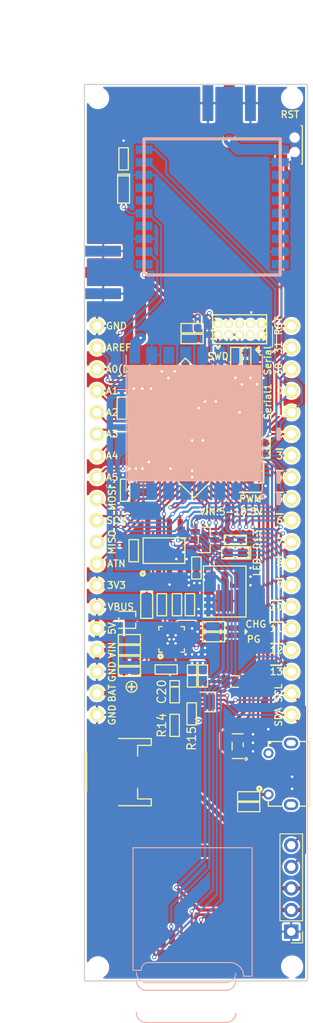
<source format=kicad_pcb>
(kicad_pcb (version 4) (host pcbnew 4.0.5)
  (title_block (title "Mini Ultra Pro") (date 2015-11-18) (rev 0.20) (company "Rocket Scream Electronics"))
  (layers (0 F.Cu signal) (31 B.Cu signal) (34 B.Paste user) (35 F.Paste user) (36 B.SilkS user) (37 F.SilkS user) (38 B.Mask user) (39 F.Mask user) (44 Edge.Cuts user))
  (net 0 "")
  (net 1 "Net-(D1-Pad1)")
  (net 2 "Net-(D2-Pad3)")
  (net 3 "Net-(D2-Pad4)")
  (net 4 "Net-(J3-Pad1)")
  (net 5 GND)
  (net 6 "Net-(C1-Pad2)")
  (net 7 "Net-(C2-Pad2)")
  (net 8 3V3)
  (net 9 "Net-(C4-Pad1)")
  (net 10 "Net-(C5-Pad1)")
  (net 11 VBUS)
  (net 12 VBAT)
  (net 13 "Net-(C18-Pad1)")
  (net 14 VUSB)
  (net 15 /D13)
  (net 16 VIN)
  (net 17 /RESET)
  (net 18 "Net-(R6-Pad2)")
  (net 19 "Net-(R7-Pad2)")
  (net 20 "Net-(R9-Pad2)")
  (net 21 "Net-(R10-Pad2)")
  (net 22 /A0)
  (net 23 /A1)
  (net 24 /A2)
  (net 25 /A3)
  (net 26 /A4)
  (net 27 /D8)
  (net 28 /D9)
  (net 29 /D4)
  (net 30 /D3)
  (net 31 /D1)
  (net 32 /D0)
  (net 33 /MOSI)
  (net 34 /SCK)
  (net 35 /MISO)
  (net 36 /ATN)
  (net 37 /D2)
  (net 38 /D5)
  (net 39 /D11)
  (net 40 /D10)
  (net 41 /D12)
  (net 42 /D6)
  (net 43 /D7)
  (net 44 /SDA)
  (net 45 /SCL)
  (net 46 /USB-)
  (net 47 /USB+)
  (net 48 /SWCLK)
  (net 49 /SWDIO)
  (net 50 /A5)
  (net 51 /USB_ID)
  (net 52 AREF)
  (net 53 VEXT)
  (net 54 /RST)
  (net 55 "Net-(F1-Pad1)")
  (net 56 "Net-(J2-Pad4)")
  (net 57 /D30)
  (net 58 /D31)
  (net 59 /PG)
  (net 60 /CHG)
  (net 61 5V0)
  (net 62 "Net-(Q1-Pad3)")
  (net 63 "Net-(R8-Pad1)")
  (net 64 "Net-(C20-Pad1)")
  (net 65 "Net-(D5-Pad1)")
  (net 66 "Net-(J7-Pad1)")
  (net 67 "Net-(R15-Pad2)")
  (module RocketScreamKicadLibrary:TQFP-48_7x7mm_Pitch0.5mm (layer F.Cu) (at 139.7 91.44 315)
    (fp_text reference U1 hide)
    (fp_text value ATSAMD21G18A-AU)
    (pad 1 smd rect (at -4.35 -2.75 315) (size 1.3 0.25) (layers F.Cu F.Paste F.Mask) (net 7 "Net-(C2-Pad2)"))
    (pad 2 smd rect (at -4.35 -2.25 315) (size 1.3 0.25) (layers F.Cu F.Paste F.Mask) (net 6 "Net-(C1-Pad2)"))
    (pad 3 smd rect (at -4.35 -1.75 315) (size 1.3 0.25) (layers F.Cu F.Paste F.Mask) (net 22 /A0))
    (pad 4 smd rect (at -4.35 -1.25 315) (size 1.3 0.25) (layers F.Cu F.Paste F.Mask) (net 52 AREF))
    (pad 5 smd rect (at -4.35 -0.75 315) (size 1.3 0.25) (layers F.Cu F.Paste F.Mask) (net 5 GND))
    (pad 6 smd rect (at -4.35 -0.25 315) (size 1.3 0.25) (layers F.Cu F.Paste F.Mask) (net 9 "Net-(C4-Pad1)"))
    (pad 7 smd rect (at -4.35 0.25 315) (size 1.3 0.25) (layers F.Cu F.Paste F.Mask) (net 23 /A1))
    (pad 8 smd rect (at -4.35 0.75 315) (size 1.3 0.25) (layers F.Cu F.Paste F.Mask) (net 24 /A2))
    (pad 9 smd rect (at -4.35 1.25 315) (size 1.3 0.25) (layers F.Cu F.Paste F.Mask) (net 25 /A3))
    (pad 10 smd rect (at -4.35 1.75 315) (size 1.3 0.25) (layers F.Cu F.Paste F.Mask) (net 26 /A4))
    (pad 11 smd rect (at -4.35 2.25 315) (size 1.3 0.25) (layers F.Cu F.Paste F.Mask) (net 27 /D8))
    (pad 12 smd rect (at -4.35 2.75 315) (size 1.3 0.25) (layers F.Cu F.Paste F.Mask) (net 28 /D9))
    (pad 13 smd rect (at -2.75 4.35 45) (size 1.3 0.25) (layers F.Cu F.Paste F.Mask) (net 29 /D4))
    (pad 14 smd rect (at -2.25 4.35 45) (size 1.3 0.25) (layers F.Cu F.Paste F.Mask) (net 30 /D3))
    (pad 15 smd rect (at -1.75 4.35 45) (size 1.3 0.25) (layers F.Cu F.Paste F.Mask) (net 31 /D1))
    (pad 16 smd rect (at -1.25 4.35 45) (size 1.3 0.25) (layers F.Cu F.Paste F.Mask) (net 32 /D0))
    (pad 17 smd rect (at -0.75 4.35 45) (size 1.3 0.25) (layers F.Cu F.Paste F.Mask) (net 8 3V3))
    (pad 18 smd rect (at -0.25 4.35 45) (size 1.3 0.25) (layers F.Cu F.Paste F.Mask) (net 5 GND))
    (pad 19 smd rect (at 0.25 4.35 45) (size 1.3 0.25) (layers F.Cu F.Paste F.Mask) (net 33 /MOSI))
    (pad 20 smd rect (at 0.75 4.35 45) (size 1.3 0.25) (layers F.Cu F.Paste F.Mask) (net 34 /SCK))
    (pad 21 smd rect (at 1.25 4.35 45) (size 1.3 0.25) (layers F.Cu F.Paste F.Mask) (net 35 /MISO))
    (pad 22 smd rect (at 1.75 4.35 45) (size 1.3 0.25) (layers F.Cu F.Paste F.Mask) (net 36 /ATN))
    (pad 23 smd rect (at 2.25 4.35 45) (size 1.3 0.25) (layers F.Cu F.Paste F.Mask) (net 37 /D2))
    (pad 24 smd rect (at 2.75 4.35 45) (size 1.3 0.25) (layers F.Cu F.Paste F.Mask) (net 38 /D5))
    (pad 25 smd rect (at 4.35 2.75 315) (size 1.3 0.25) (layers F.Cu F.Paste F.Mask) (net 39 /D11))
    (pad 26 smd rect (at 4.35 2.25 315) (size 1.3 0.25) (layers F.Cu F.Paste F.Mask) (net 15 /D13))
    (pad 27 smd rect (at 4.35 1.75 315) (size 1.3 0.25) (layers F.Cu F.Paste F.Mask) (net 40 /D10))
    (pad 28 smd rect (at 4.35 1.25 315) (size 1.3 0.25) (layers F.Cu F.Paste F.Mask) (net 41 /D12))
    (pad 29 smd rect (at 4.35 0.75 315) (size 1.3 0.25) (layers F.Cu F.Paste F.Mask) (net 42 /D6))
    (pad 30 smd rect (at 4.35 0.25 315) (size 1.3 0.25) (layers F.Cu F.Paste F.Mask) (net 43 /D7))
    (pad 31 smd rect (at 4.35 -0.25 315) (size 1.3 0.25) (layers F.Cu F.Paste F.Mask) (net 44 /SDA))
    (pad 32 smd rect (at 4.35 -0.75 315) (size 1.3 0.25) (layers F.Cu F.Paste F.Mask) (net 45 /SCL))
    (pad 33 smd rect (at 4.35 -1.25 315) (size 1.3 0.25) (layers F.Cu F.Paste F.Mask) (net 46 /USB-))
    (pad 34 smd rect (at 4.35 -1.75 315) (size 1.3 0.25) (layers F.Cu F.Paste F.Mask) (net 47 /USB+))
    (pad 35 smd rect (at 4.35 -2.25 315) (size 1.3 0.25) (layers F.Cu F.Paste F.Mask) (net 5 GND))
    (pad 36 smd rect (at 4.35 -2.75 315) (size 1.3 0.25) (layers F.Cu F.Paste F.Mask) (net 8 3V3))
    (pad 37 smd rect (at 2.75 -4.35 45) (size 1.3 0.25) (layers F.Cu F.Paste F.Mask) (net 57 /D30))
    (pad 38 smd rect (at 2.25 -4.35 45) (size 1.3 0.25) (layers F.Cu F.Paste F.Mask) (net 58 /D31))
    (pad 39 smd rect (at 1.75 -4.35 45) (size 1.3 0.25) (layers F.Cu F.Paste F.Mask))
    (pad 40 smd rect (at 1.25 -4.35 45) (size 1.3 0.25) (layers F.Cu F.Paste F.Mask) (net 17 /RESET))
    (pad 41 smd rect (at 0.75 -4.35 45) (size 1.3 0.25) (layers F.Cu F.Paste F.Mask) (net 51 /USB_ID))
    (pad 42 smd rect (at 0.25 -4.35 45) (size 1.3 0.25) (layers F.Cu F.Paste F.Mask) (net 5 GND))
    (pad 43 smd rect (at -0.25 -4.35 45) (size 1.3 0.25) (layers F.Cu F.Paste F.Mask) (net 10 "Net-(C5-Pad1)"))
    (pad 44 smd rect (at -0.75 -4.35 45) (size 1.3 0.25) (layers F.Cu F.Paste F.Mask) (net 8 3V3))
    (pad 45 smd rect (at -1.25 -4.35 45) (size 1.3 0.25) (layers F.Cu F.Paste F.Mask) (net 48 /SWCLK))
    (pad 46 smd rect (at -1.75 -4.35 45) (size 1.3 0.25) (layers F.Cu F.Paste F.Mask) (net 49 /SWDIO))
    (pad 47 smd rect (at -2.25 -4.35 45) (size 1.3 0.25) (layers F.Cu F.Paste F.Mask) (net 50 /A5))
    (pad 48 smd rect (at -2.75 -4.35 45) (size 1.3 0.25) (layers F.Cu F.Paste F.Mask))
  )
  (module RocketScreamKicadLibrary:LED-1615 (layer F.Cu) (at 144.526 112.141 180)
    (fp_text reference D2 hide)
    (fp_text value LED-DUAL)
    (pad 1 smd rect (at -0.55 -0.425 180) (size 0.8 0.65) (layers F.Cu F.Paste F.Mask) (net 11 VBUS))
    (pad 2 smd rect (at -0.55 0.425 180) (size 0.8 0.65) (layers F.Cu F.Paste F.Mask) (net 11 VBUS))
    (pad 3 smd rect (at 0.55 0.425 180) (size 0.8 0.65) (layers F.Cu F.Paste F.Mask) (net 2 "Net-(D2-Pad3)"))
    (pad 4 smd rect (at 0.55 -0.425 180) (size 0.8 0.65) (layers F.Cu F.Paste F.Mask) (net 3 "Net-(D2-Pad4)"))
  )
  (module RocketScreamKicadLibrary:MICRO-USB (layer F.Cu) (at 149.95 128.85 90)
    (fp_text reference J2 hide)
    (fp_text value MICRO-USB)
    (pad 1 smd rect (at -1.3 -1.45 90) (size 0.4 1.35) (layers F.Cu F.Paste F.Mask) (net 14 VUSB))
    (pad 2 smd rect (at -0.65 -1.45 90) (size 0.4 1.35) (layers F.Cu F.Paste F.Mask) (net 46 /USB-))
    (pad 3 smd rect (at 0 -1.45 90) (size 0.4 1.35) (layers F.Cu F.Paste F.Mask) (net 47 /USB+))
    (pad 4 smd rect (at 0.65 -1.45 90) (size 0.4 1.35) (layers F.Cu F.Paste F.Mask) (net 56 "Net-(J2-Pad4)"))
    (pad 5 smd rect (at 1.3 -1.45 90) (size 0.4 1.35) (layers F.Cu F.Paste F.Mask) (net 5 GND))
    (pad 6 thru_hole circle (at -2.425 -1.525 90) (size 1.2 1.2) (drill 0.7) (layers *.Cu *.Mask F.Paste) (net 13 "Net-(C18-Pad1)"))
    (pad 7 thru_hole circle (at 2.425 -1.525 90) (size 1.2 1.2) (drill 0.7) (layers *.Cu *.Mask F.Paste))
    (pad 8 thru_hole oval (at -3.625 1.125 90) (size 1.3 1.7) (drill oval 0.7 1.1) (layers *.Cu *.Mask F.Paste))
    (pad 9 thru_hole oval (at 3.625 1.125 90) (size 1.3 1.7) (drill oval 0.7 1.1) (layers *.Cu *.Mask F.Paste))
  )
  (module RocketScreamKicadLibrary:RF-SMA-EDGE (layer F.Cu) (at 129 69.9 180)
    (fp_text reference J3 hide)
    (fp_text value RF-SMA-EDGE)
    (pad 1 smd rect (at 0 0 180) (size 4.2 1.27) (layers F.Cu F.Mask) (net 4 "Net-(J3-Pad1)"))
    (pad 2 smd rect (at 0 2.5 180) (size 4.2 1.27) (layers F.Cu F.Mask))
    (pad 3 smd rect (at 0 -2.5 180) (size 4.2 1.27) (layers F.Cu F.Mask) (net 5 GND))
    (pad 5 smd rect (at 0 -2.5 180) (size 4.2 1.27) (layers B.Cu B.Mask) (net 5 GND))
    (pad 4 smd rect (at 0 2.5 180) (size 4.2 1.27) (layers B.Cu B.Mask) (net 5 GND))
  )
  (module RocketScreamKicadLibrary:SOT-89 (layer F.Cu) (at 143.28 107.414 180)
    (fp_text reference U4 hide)
    (fp_text value MCP1700T-3302E/MB)
    (pad 1 smd rect (at -1.5 1.75 180) (size 0.8 1.2) (layers F.Cu F.Paste F.Mask) (net 5 GND))
    (pad 2 smd rect (at 0 1.1 180) (size 0.8 2.2) (drill (offset 0 0.15)) (layers F.Cu F.Paste F.Mask) (net 11 VBUS))
    (pad 3 smd rect (at 1.5 1.75 180) (size 0.8 1.2) (layers F.Cu F.Paste F.Mask) (net 8 3V3))
    (pad 2 smd rect (at 0 0 180) (size 2 2.5) (drill (offset 0 -1.1)) (layers F.Cu F.Paste F.Mask) (net 11 VBUS))
  )
  (module RocketScreamKicadLibrary:SOIC-8-N (layer F.Cu) (at 136.144 102.616 90)
    (fp_text reference U5 hide)
    (fp_text value S25FL116K0XMFI041)
    (pad 8 smd rect (at 2.7 -1.905 90) (size 2 0.6) (layers F.Cu F.Paste F.Mask) (net 8 3V3))
    (pad 7 smd rect (at 2.7 -0.635 90) (size 2 0.6) (layers F.Cu F.Paste F.Mask) (net 8 3V3))
    (pad 6 smd rect (at 2.7 0.635 90) (size 2 0.6) (layers F.Cu F.Paste F.Mask) (net 34 /SCK))
    (pad 5 smd rect (at 2.7 1.905 90) (size 2 0.6) (layers F.Cu F.Paste F.Mask) (net 33 /MOSI))
    (pad 4 smd rect (at -2.7 1.905 90) (size 2 0.6) (layers F.Cu F.Paste F.Mask) (net 5 GND))
    (pad 3 smd rect (at -2.7 0.635 90) (size 2 0.6) (layers F.Cu F.Paste F.Mask) (net 8 3V3))
    (pad 2 smd rect (at -2.7 -0.635 90) (size 2 0.6) (layers F.Cu F.Paste F.Mask) (net 35 /MISO))
    (pad 1 smd rect (at -2.7 -1.905 90) (size 2 0.6) (layers F.Cu F.Paste F.Mask) (net 29 /D4))
  )
  (module RocketScreamKicadLibrary:ABS07 (layer F.Cu) (at 138.938 83.566 315)
    (fp_text reference Y1 hide)
    (fp_text value FC-135)
    (pad 1 smd rect (at -1.25 0 315) (size 1.1 1.9) (layers F.Cu F.Paste F.Mask) (net 6 "Net-(C1-Pad2)"))
    (pad 2 smd rect (at 1.25 0 315) (size 1.1 1.9) (layers F.Cu F.Paste F.Mask) (net 7 "Net-(C2-Pad2)"))
  )
  (module RocketScreamKicadLibrary:SOT-143B (layer F.Cu) (at 144.8 125.6 90)
    (fp_text reference D3 hide)
    (fp_text value PRTR5V0U2X)
    (pad 1 smd rect (at -0.75 1 90) (size 1 0.7) (layers F.Cu F.Paste F.Mask) (net 5 GND))
    (pad 2 smd rect (at 0.95 1 90) (size 0.6 0.7) (layers F.Cu F.Paste F.Mask) (net 47 /USB+))
    (pad 3 smd rect (at 0.95 -1 90) (size 0.6 0.7) (layers F.Cu F.Paste F.Mask) (net 46 /USB-))
    (pad 4 smd rect (at -0.95 -1 90) (size 0.6 0.7) (layers F.Cu F.Paste F.Mask) (net 14 VUSB))
  )
  (module RocketScreamKicadLibrary:MF-PSMF020X (layer F.Cu) (at 144.5 118)
    (fp_text reference F1 hide)
    (fp_text value MF-PSMF050X-2)
    (pad 1 smd rect (at -1.1 0) (size 1 1.5) (layers F.Cu F.Paste F.Mask) (net 55 "Net-(F1-Pad1)"))
    (pad 2 smd rect (at 1.1 0) (size 1 1.5) (layers F.Cu F.Paste F.Mask) (net 14 VUSB))
  )
  (module RocketScreamKicadLibrary:CAP-0402 (layer F.Cu) (at 139.192 81.28 315)
    (fp_text reference C1 hide)
    (fp_text value 18pF)
    (pad 1 smd rect (at -0.65 0 315) (size 0.9 0.7) (layers F.Cu F.Paste F.Mask) (net 5 GND))
    (pad 2 smd rect (at 0.65 0 315) (size 0.9 0.7) (layers F.Cu F.Paste F.Mask) (net 6 "Net-(C1-Pad2)"))
  )
  (module RocketScreamKicadLibrary:CAP-0402 (layer F.Cu) (at 141.224 83.312 135)
    (fp_text reference C2 hide)
    (fp_text value 18pF)
    (pad 1 smd rect (at -0.65 0 135) (size 0.9 0.7) (layers F.Cu F.Paste F.Mask) (net 5 GND))
    (pad 2 smd rect (at 0.65 0 135) (size 0.9 0.7) (layers F.Cu F.Paste F.Mask) (net 7 "Net-(C2-Pad2)"))
  )
  (module RocketScreamKicadLibrary:CAP-0402 (layer F.Cu) (at 145.034 84.836 90)
    (fp_text reference C3 hide)
    (fp_text value 100nF)
    (pad 1 smd rect (at -0.65 0 90) (size 0.9 0.7) (layers F.Cu F.Paste F.Mask) (net 8 3V3))
    (pad 2 smd rect (at 0.65 0 90) (size 0.9 0.7) (layers F.Cu F.Paste F.Mask) (net 5 GND))
  )
  (module RocketScreamKicadLibrary:CAP-0402 (layer F.Cu) (at 132.461 85.852 90)
    (fp_text reference C4 hide)
    (fp_text value 100nF)
    (pad 1 smd rect (at -0.65 0 90) (size 0.9 0.7) (layers F.Cu F.Paste F.Mask) (net 9 "Net-(C4-Pad1)"))
    (pad 2 smd rect (at 0.65 0 90) (size 0.9 0.7) (layers F.Cu F.Paste F.Mask) (net 5 GND))
  )
  (module RocketScreamKicadLibrary:CAP-0402 (layer F.Cu) (at 146.304 84.836 90)
    (fp_text reference C5 hide)
    (fp_text value "1uF 10V X5R")
    (pad 1 smd rect (at -0.65 0 90) (size 0.9 0.7) (layers F.Cu F.Paste F.Mask) (net 10 "Net-(C5-Pad1)"))
    (pad 2 smd rect (at 0.65 0 90) (size 0.9 0.7) (layers F.Cu F.Paste F.Mask) (net 5 GND))
  )
  (module RocketScreamKicadLibrary:CAP-0402 (layer F.Cu) (at 147.32 93.36 270)
    (fp_text reference C7 hide)
    (fp_text value 100nF)
    (pad 1 smd rect (at -0.65 0 270) (size 0.9 0.7) (layers F.Cu F.Paste F.Mask) (net 8 3V3))
    (pad 2 smd rect (at 0.65 0 270) (size 0.9 0.7) (layers F.Cu F.Paste F.Mask) (net 5 GND))
  )
  (module RocketScreamKicadLibrary:CAP-0402 (layer F.Cu) (at 131.572 95.504 270)
    (fp_text reference C8 hide)
    (fp_text value 100nF)
    (pad 1 smd rect (at -0.65 0 270) (size 0.9 0.7) (layers F.Cu F.Paste F.Mask) (net 8 3V3))
    (pad 2 smd rect (at 0.65 0 270) (size 0.9 0.7) (layers F.Cu F.Paste F.Mask) (net 5 GND))
  )
  (module RocketScreamKicadLibrary:CAP-0402 (layer F.Cu) (at 139.446 117.348 270)
    (fp_text reference C10 hide)
    (fp_text value "4.7uF 10V X5R")
    (pad 1 smd rect (at -0.65 0 270) (size 0.9 0.7) (layers F.Cu F.Paste F.Mask) (net 61 5V0))
    (pad 2 smd rect (at 0.65 0 270) (size 0.9 0.7) (layers F.Cu F.Paste F.Mask) (net 5 GND))
  )
  (module RocketScreamKicadLibrary:CAP-0402 (layer F.Cu) (at 139.446 76.454 180)
    (fp_text reference C12 hide)
    (fp_text value 100nF)
    (pad 1 smd rect (at -0.65 0 180) (size 0.9 0.7) (layers F.Cu F.Paste F.Mask) (net 8 3V3))
    (pad 2 smd rect (at 0.65 0 180) (size 0.9 0.7) (layers F.Cu F.Paste F.Mask) (net 5 GND))
  )
  (module RocketScreamKicadLibrary:CAP-0402 (layer F.Cu) (at 136.398 116.586)
    (fp_text reference C16 hide)
    (fp_text value "4.7uF 10V X5R")
    (pad 1 smd rect (at -0.65 0) (size 0.9 0.7) (layers F.Cu F.Paste F.Mask) (net 12 VBAT))
    (pad 2 smd rect (at 0.65 0) (size 0.9 0.7) (layers F.Cu F.Paste F.Mask) (net 5 GND))
  )
  (module RocketScreamKicadLibrary:CAP-0402 (layer F.Cu) (at 137.668 108.966 90)
    (fp_text reference C17 hide)
    (fp_text value "4.7uF 10V X5R")
    (pad 1 smd rect (at -0.65 0 90) (size 0.9 0.7) (layers F.Cu F.Paste F.Mask) (net 11 VBUS))
    (pad 2 smd rect (at 0.65 0 90) (size 0.9 0.7) (layers F.Cu F.Paste F.Mask) (net 5 GND))
  )
  (module RocketScreamKicadLibrary:CAP-0402 (layer F.Cu) (at 146.1 131.5 180)
    (fp_text reference C18 hide)
    (fp_text value "4.7nF 25V X7R")
    (pad 1 smd rect (at -0.65 0 180) (size 0.9 0.7) (layers F.Cu F.Paste F.Mask) (net 13 "Net-(C18-Pad1)"))
    (pad 2 smd rect (at 0.65 0 180) (size 0.9 0.7) (layers F.Cu F.Paste F.Mask) (net 5 GND))
  )
  (module RocketScreamKicadLibrary:RES-0402 (layer F.Cu) (at 144.526 101.346 180)
    (fp_text reference R1 hide)
    (fp_text value 2K2)
    (pad 1 smd rect (at -0.65 0 180) (size 0.9 0.7) (layers F.Cu F.Paste F.Mask) (net 1 "Net-(D1-Pad1)"))
    (pad 2 smd rect (at 0.65 0 180) (size 0.9 0.7) (layers F.Cu F.Paste F.Mask) (net 62 "Net-(Q1-Pad3)"))
  )
  (module RocketScreamKicadLibrary:RES-0402 (layer F.Cu) (at 144.526 80.01 90)
    (fp_text reference R4 hide)
    (fp_text value 10K)
    (pad 1 smd rect (at -0.65 0 90) (size 0.9 0.7) (layers F.Cu F.Paste F.Mask) (net 8 3V3))
    (pad 2 smd rect (at 0.65 0 90) (size 0.9 0.7) (layers F.Cu F.Paste F.Mask) (net 54 /RST))
  )
  (module RocketScreamKicadLibrary:RES-0402 (layer F.Cu) (at 135.89 108.966 270)
    (fp_text reference R6 hide)
    (fp_text value 1K18)
    (pad 1 smd rect (at -0.65 0 270) (size 0.9 0.7) (layers F.Cu F.Paste F.Mask) (net 5 GND))
    (pad 2 smd rect (at 0.65 0 270) (size 0.9 0.7) (layers F.Cu F.Paste F.Mask) (net 18 "Net-(R6-Pad2)"))
  )
  (module RocketScreamKicadLibrary:RES-0402 (layer F.Cu) (at 132.08 113.03)
    (fp_text reference R7 hide)
    (fp_text value 46K4)
    (pad 1 smd rect (at -0.65 0) (size 0.9 0.7) (layers F.Cu F.Paste F.Mask) (net 5 GND))
    (pad 2 smd rect (at 0.65 0) (size 0.9 0.7) (layers F.Cu F.Paste F.Mask) (net 19 "Net-(R7-Pad2)"))
  )
  (module RocketScreamKicadLibrary:RES-0402 (layer F.Cu) (at 132.08 114.3)
    (fp_text reference R9 hide)
    (fp_text value 2K94)
    (pad 1 smd rect (at -0.65 0) (size 0.9 0.7) (layers F.Cu F.Paste F.Mask) (net 5 GND))
    (pad 2 smd rect (at 0.65 0) (size 0.9 0.7) (layers F.Cu F.Paste F.Mask) (net 20 "Net-(R9-Pad2)"))
  )
  (module RocketScreamKicadLibrary:RES-0402 (layer F.Cu) (at 132.08 115.57)
    (fp_text reference R10 hide)
    (fp_text value 2K2)
    (pad 1 smd rect (at -0.65 0) (size 0.9 0.7) (layers F.Cu F.Paste F.Mask) (net 5 GND))
    (pad 2 smd rect (at 0.65 0) (size 0.9 0.7) (layers F.Cu F.Paste F.Mask) (net 21 "Net-(R10-Pad2)"))
  )
  (module RocketScreamKicadLibrary:RES-0402 (layer F.Cu) (at 147.32 91.186 180)
    (fp_text reference R11 hide)
    (fp_text value 100K)
    (pad 1 smd rect (at -0.65 0 180) (size 0.9 0.7) (layers F.Cu F.Paste F.Mask) (net 56 "Net-(J2-Pad4)"))
    (pad 2 smd rect (at 0.65 0 180) (size 0.9 0.7) (layers F.Cu F.Paste F.Mask) (net 8 3V3))
  )
  (module RocketScreamKicadLibrary:RES-0402 (layer F.Cu) (at 141.986 112.776)
    (fp_text reference R12 hide)
    (fp_text value 10K)
    (pad 1 smd rect (at -0.65 0) (size 0.9 0.7) (layers F.Cu F.Paste F.Mask) (net 59 /PG))
    (pad 2 smd rect (at 0.65 0) (size 0.9 0.7) (layers F.Cu F.Paste F.Mask) (net 3 "Net-(D2-Pad4)"))
  )
  (module RocketScreamKicadLibrary:RES-0402 (layer F.Cu) (at 141.986 111.506)
    (fp_text reference R13 hide)
    (fp_text value 2K2)
    (pad 1 smd rect (at -0.65 0) (size 0.9 0.7) (layers F.Cu F.Paste F.Mask) (net 60 /CHG))
    (pad 2 smd rect (at 0.65 0) (size 0.9 0.7) (layers F.Cu F.Paste F.Mask) (net 2 "Net-(D2-Pad3)"))
  )
  (module RocketScreamKicadLibrary:HOLE_NPTH_2.2MM (layer F.Cu) (at 128.4 151.6)
    (fp_text reference M1 hide)
    (fp_text value MOUNT_HOLE)
    (pad "" np_thru_hole circle (at 0 0) (size 2.2 2.2) (drill 2.2) (layers *.Cu *.Mask F.SilkS))
  )
  (module RocketScreamKicadLibrary:HOLE_NPTH_2.2MM (layer F.Cu) (at 151.2 151.5)
    (fp_text reference M2 hide)
    (fp_text value MOUNT_HOLE)
    (pad "" np_thru_hole circle (at 0 0) (size 2.2 2.2) (drill 2.2) (layers *.Cu *.Mask F.SilkS))
  )
  (module RocketScreamKicadLibrary:HOLE_NPTH_2.2MM (layer F.Cu) (at 128.4 49.4)
    (fp_text reference M3 hide)
    (fp_text value MOUNT_HOLE)
    (pad "" np_thru_hole circle (at 0 0) (size 2.2 2.2) (drill 2.2) (layers *.Cu *.Mask F.SilkS))
  )
  (module RocketScreamKicadLibrary:HOLE_NPTH_2.2MM (layer F.Cu) (at 151.2 49.4)
    (fp_text reference M4 hide)
    (fp_text value MOUNT_HOLE)
    (pad "" np_thru_hole circle (at 0 0) (size 2.2 2.2) (drill 2.2) (layers *.Cu *.Mask F.SilkS))
  )
  (module RocketScreamKicadLibrary:HDR_2x5_Pitch1.27mm (layer F.Cu) (at 145.034 76.581)
    (fp_text reference J6 hide)
    (fp_text value CONN-HDR-2x5)
    (pad 1 thru_hole oval (at -2.54 0.635) (size 1.05 1.05) (drill 0.65) (layers *.Cu *.Mask F.SilkS) (net 8 3V3))
    (pad 2 thru_hole oval (at -2.54 -0.635) (size 1.05 1.05) (drill 0.65) (layers *.Cu *.Mask F.SilkS) (net 49 /SWDIO))
    (pad 3 thru_hole oval (at -1.27 0.635) (size 1.05 1.05) (drill 0.65) (layers *.Cu *.Mask F.SilkS) (net 5 GND))
    (pad 4 thru_hole oval (at -1.27 -0.635) (size 1.05 1.05) (drill 0.65) (layers *.Cu *.Mask F.SilkS) (net 48 /SWCLK))
    (pad 5 thru_hole oval (at 0 0.635) (size 1.05 1.05) (drill 0.65) (layers *.Cu *.Mask F.SilkS) (net 5 GND))
    (pad 6 thru_hole oval (at 0 -0.635) (size 1.05 1.05) (drill 0.65) (layers *.Cu *.Mask F.SilkS))
    (pad 7 thru_hole oval (at 1.27 0.635) (size 1.05 1.05) (drill 0.65) (layers *.Cu *.Mask F.SilkS))
    (pad 8 thru_hole oval (at 1.27 -0.635) (size 1.05 1.05) (drill 0.65) (layers *.Cu *.Mask F.SilkS))
    (pad 9 thru_hole oval (at 2.54 0.635) (size 1.05 1.05) (drill 0.65) (layers *.Cu *.Mask F.SilkS) (net 5 GND))
    (pad 10 thru_hole oval (at 2.54 -0.635) (size 1.05 1.05) (drill 0.65) (layers *.Cu *.Mask F.SilkS) (net 54 /RST))
  )
  (module RocketScreamKicadLibrary:LED-0603 (layer F.Cu) (at 144.526 102.87 180)
    (fp_text reference D1 hide)
    (fp_text value Orange)
    (pad 2 smd rect (at 0.85 0) (size 1.1 1) (layers F.Cu F.Paste F.Mask) (net 8 3V3))
    (pad 1 smd rect (at -0.85 0) (size 1.1 1) (layers F.Cu F.Paste F.Mask) (net 1 "Net-(D1-Pad1)"))
  )
  (module RocketScreamKicadLibrary:IND-0402 (layer F.Cu) (at 131.191 85.852 90)
    (fp_text reference L2 hide)
    (fp_text value BKP1005TS121-T)
    (pad 1 smd rect (at -0.65 0 90) (size 0.9 0.7) (layers F.Cu F.Paste F.Mask) (net 9 "Net-(C4-Pad1)"))
    (pad 2 smd rect (at 0.65 0 90) (size 0.9 0.7) (layers F.Cu F.Paste F.Mask) (net 8 3V3))
  )
  (module RocketScreamKicadLibrary:SOT-1016 (layer F.Cu) (at 131.826 110.744 270)
    (fp_text reference D4 hide)
    (fp_text value PMEG3020CPA)
    (pad 1 smd rect (at -0.65 0.8 270) (size 0.4 0.5) (layers F.Cu F.Paste F.Mask) (net 61 5V0))
    (pad 2 smd rect (at 0.65 0.8 270) (size 0.4 0.5) (layers F.Cu F.Paste F.Mask) (net 16 VIN))
    (pad 3 smd rect (at 0 -0.25 270) (size 1.6 1.1) (layers F.Cu F.Paste F.Mask) (net 53 VEXT))
    (pad 3 smd rect (at 0 -0.925 270) (size 0.4 0.25) (layers F.Cu F.Paste F.Mask) (net 53 VEXT))
  )
  (module RocketScreamKicadLibrary:S2B-PH-SM4-TB (layer F.Cu) (at 131.6 128.65 270)
    (fp_text reference J1 hide)
    (fp_text value S2B-PH-SM4-TB)
    (pad 1 smd rect (at -1 -2.75 270) (size 1 3.5) (layers F.Cu F.Paste F.Mask) (net 12 VBAT))
    (pad 2 smd rect (at 1 -2.75 270) (size 1 3.5) (layers F.Cu F.Paste F.Mask) (net 5 GND))
    (pad 3 smd rect (at -3.35 2.8 270) (size 1.5 3.4) (layers F.Cu F.Paste F.Mask))
    (pad 4 smd rect (at 3.35 2.8 270) (size 1.5 3.4) (layers F.Cu F.Paste F.Mask))
  )
  (module RocketScreamKicadLibrary:CAP-0402 (layer F.Cu) (at 139.446 77.724 180)
    (fp_text reference C11 hide)
    (fp_text value "4.7uF 10V X5R")
    (pad 1 smd rect (at -0.65 0 180) (size 0.9 0.7) (layers F.Cu F.Paste F.Mask) (net 8 3V3))
    (pad 2 smd rect (at 0.65 0 180) (size 0.9 0.7) (layers F.Cu F.Paste F.Mask) (net 5 GND))
  )
  (module RocketScreamKicadLibrary:HDR_1x19_Pitch2.54mm_WithoutSilk (layer F.Cu) (at 128.27 99.06 270)
    (fp_text reference J4 hide)
    (fp_text value CONN-HDR-1x19)
    (pad 14 thru_hole oval (at 10.16 0 270) (size 1.7272 1.7272) (drill 1.016) (layers *.Cu *.Mask F.SilkS) (net 11 VBUS))
    (pad 13 thru_hole oval (at 7.62 0 270) (size 1.7272 1.7272) (drill 1.016) (layers *.Cu *.Mask F.SilkS) (net 8 3V3))
    (pad 12 thru_hole oval (at 5.08 0 270) (size 1.7272 1.7272) (drill 1.016) (layers *.Cu *.Mask F.SilkS) (net 36 /ATN))
    (pad 11 thru_hole oval (at 2.54 0 270) (size 1.7272 1.7272) (drill 1.016) (layers *.Cu *.Mask F.SilkS) (net 35 /MISO))
    (pad 1 thru_hole oval (at -22.86 0 270) (size 1.7272 1.7272) (drill 1.016) (layers *.Cu *.Mask F.SilkS) (net 5 GND))
    (pad 2 thru_hole oval (at -20.32 0 270) (size 1.7272 1.7272) (drill 1.016) (layers *.Cu *.Mask F.SilkS) (net 52 AREF))
    (pad 3 thru_hole oval (at -17.78 0 270) (size 1.7272 1.7272) (drill 1.016) (layers *.Cu *.Mask F.SilkS) (net 22 /A0))
    (pad 4 thru_hole oval (at -15.24 0 270) (size 1.7272 1.7272) (drill 1.016) (layers *.Cu *.Mask F.SilkS) (net 23 /A1))
    (pad 5 thru_hole oval (at -12.7 0 270) (size 1.7272 1.7272) (drill 1.016) (layers *.Cu *.Mask F.SilkS) (net 24 /A2))
    (pad 6 thru_hole oval (at -10.16 0 270) (size 1.7272 1.7272) (drill 1.016) (layers *.Cu *.Mask F.SilkS) (net 25 /A3))
    (pad 7 thru_hole oval (at -7.62 0 270) (size 1.7272 1.7272) (drill 1.016) (layers *.Cu *.Mask F.SilkS) (net 26 /A4))
    (pad 8 thru_hole oval (at -5.08 0 270) (size 1.7272 1.7272) (drill 1.016) (layers *.Cu *.Mask F.SilkS) (net 50 /A5))
    (pad 9 thru_hole oval (at -2.54 0 270) (size 1.7272 1.7272) (drill 1.016) (layers *.Cu *.Mask F.SilkS) (net 33 /MOSI))
    (pad 10 thru_hole oval (at 0 0 270) (size 1.7272 1.7272) (drill 1.016) (layers *.Cu *.Mask F.SilkS) (net 34 /SCK))
    (pad 15 thru_hole oval (at 12.7 0 270) (size 1.7272 1.7272) (drill 1.016) (layers *.Cu *.Mask F.SilkS) (net 61 5V0))
    (pad 16 thru_hole oval (at 15.24 0 270) (size 1.7272 1.7272) (drill 1.016) (layers *.Cu *.Mask F.SilkS) (net 16 VIN))
    (pad 17 thru_hole oval (at 17.78 0 270) (size 1.7272 1.7272) (drill 1.016) (layers *.Cu *.Mask F.SilkS) (net 5 GND))
    (pad 18 thru_hole oval (at 20.32 0 270) (size 1.7272 1.7272) (drill 1.016) (layers *.Cu *.Mask F.SilkS) (net 12 VBAT))
    (pad 19 thru_hole oval (at 22.86 0 270) (size 1.7272 1.7272) (drill 1.016) (layers *.Cu *.Mask F.SilkS) (net 5 GND))
  )
  (module RocketScreamKicadLibrary:HDR_1x19_Pitch2.54mm_WithoutSilk (layer F.Cu) (at 151.13 99.06 270)
    (fp_text reference J5 hide)
    (fp_text value CONN-HDR-1x19)
    (pad 14 thru_hole oval (at 10.16 0 270) (size 1.7272 1.7272) (drill 1.016) (layers *.Cu *.Mask F.SilkS) (net 40 /D10))
    (pad 13 thru_hole oval (at 7.62 0 270) (size 1.7272 1.7272) (drill 1.016) (layers *.Cu *.Mask F.SilkS) (net 28 /D9))
    (pad 12 thru_hole oval (at 5.08 0 270) (size 1.7272 1.7272) (drill 1.016) (layers *.Cu *.Mask F.SilkS) (net 27 /D8))
    (pad 11 thru_hole oval (at 2.54 0 270) (size 1.7272 1.7272) (drill 1.016) (layers *.Cu *.Mask F.SilkS) (net 43 /D7))
    (pad 1 thru_hole oval (at -22.86 0 270) (size 1.7272 1.7272) (drill 1.016) (layers *.Cu *.Mask F.SilkS) (net 54 /RST))
    (pad 2 thru_hole oval (at -20.32 0 270) (size 1.7272 1.7272) (drill 1.016) (layers *.Cu *.Mask F.SilkS) (net 58 /D31))
    (pad 3 thru_hole oval (at -17.78 0 270) (size 1.7272 1.7272) (drill 1.016) (layers *.Cu *.Mask F.SilkS) (net 57 /D30))
    (pad 4 thru_hole oval (at -15.24 0 270) (size 1.7272 1.7272) (drill 1.016) (layers *.Cu *.Mask F.SilkS) (net 32 /D0))
    (pad 5 thru_hole oval (at -12.7 0 270) (size 1.7272 1.7272) (drill 1.016) (layers *.Cu *.Mask F.SilkS) (net 31 /D1))
    (pad 6 thru_hole oval (at -10.16 0 270) (size 1.7272 1.7272) (drill 1.016) (layers *.Cu *.Mask F.SilkS) (net 37 /D2))
    (pad 7 thru_hole oval (at -7.62 0 270) (size 1.7272 1.7272) (drill 1.016) (layers *.Cu *.Mask F.SilkS) (net 30 /D3))
    (pad 8 thru_hole oval (at -5.08 0 270) (size 1.7272 1.7272) (drill 1.016) (layers *.Cu *.Mask F.SilkS) (net 29 /D4))
    (pad 9 thru_hole oval (at -2.54 0 270) (size 1.7272 1.7272) (drill 1.016) (layers *.Cu *.Mask F.SilkS) (net 38 /D5))
    (pad 10 thru_hole oval (at 0 0 270) (size 1.7272 1.7272) (drill 1.016) (layers *.Cu *.Mask F.SilkS) (net 42 /D6))
    (pad 15 thru_hole oval (at 12.7 0 270) (size 1.7272 1.7272) (drill 1.016) (layers *.Cu *.Mask F.SilkS) (net 39 /D11))
    (pad 16 thru_hole oval (at 15.24 0 270) (size 1.7272 1.7272) (drill 1.016) (layers *.Cu *.Mask F.SilkS) (net 41 /D12))
    (pad 17 thru_hole oval (at 17.78 0 270) (size 1.7272 1.7272) (drill 1.016) (layers *.Cu *.Mask F.SilkS) (net 15 /D13))
    (pad 18 thru_hole oval (at 20.32 0 270) (size 1.7272 1.7272) (drill 1.016) (layers *.Cu *.Mask F.SilkS) (net 45 /SCL))
    (pad 19 thru_hole oval (at 22.86 0 270) (size 1.7272 1.7272) (drill 1.016) (layers *.Cu *.Mask F.SilkS) (net 44 /SDA))
  )
  (module RocketScreamKicadLibrary:TS-018 (layer F.Cu) (at 151.7 54.9 270)
    (fp_text reference SW1 hide)
    (fp_text value SPNO)
    (pad 1 smd rect (at -1.675 1.75 270) (size 1.15 1.3) (layers F.Cu F.Paste F.Mask) (net 5 GND))
    (pad 2 smd rect (at 1.675 1.75 270) (size 1.15 1.3) (layers F.Cu F.Paste F.Mask) (net 54 /RST))
    (pad 3 smd rect (at 2.3 0.2 270) (size 0.9 1.2) (layers F.Cu F.Paste F.Mask))
    (pad 4 smd rect (at -2.3 0.2 270) (size 0.9 1.2) (layers F.Cu F.Paste F.Mask))
    (pad "" np_thru_hole circle (at -0.85 0.2 270) (size 0.8 0.8) (drill 0.8) (layers *.Cu *.Mask))
    (pad "" np_thru_hole circle (at 0.85 0.2 270) (size 0.8 0.8) (drill 0.8) (layers *.Cu *.Mask))
  )
  (module RocketScreamKicadLibrary:CAP-0603 (layer F.Cu) (at 134.112 108.966 270)
    (fp_text reference C9 hide)
    (fp_text value "1uF 50V X5R")
    (pad 1 smd rect (at -0.85 0 270) (size 1.1 1) (layers F.Cu F.Paste F.Mask) (net 5 GND))
    (pad 2 smd rect (at 0.85 0 270) (size 1.1 1) (layers F.Cu F.Paste F.Mask) (net 53 VEXT))
  )
  (module RocketScreamKicadLibrary:RFM9xW (layer B.Cu) (at 139.7 87.63 90)
    (fp_text reference U3 hide)
    (fp_text value RFM95W)
    (pad 1 smd rect (at -8 7 90) (size 2 1.3) (layers B.Cu B.Paste B.Mask) (net 5 GND))
    (pad 2 smd rect (at -8 5 90) (size 2 1.3) (layers B.Cu B.Paste B.Mask) (net 35 /MISO))
    (pad 3 smd rect (at -8 3 90) (size 2 1.3) (layers B.Cu B.Paste B.Mask) (net 33 /MOSI))
    (pad 4 smd rect (at -8 1 90) (size 2 1.3) (layers B.Cu B.Paste B.Mask) (net 34 /SCK))
    (pad 5 smd rect (at -8 -1 90) (size 2 1.3) (layers B.Cu B.Paste B.Mask) (net 38 /D5))
    (pad 6 smd rect (at -8 -3 90) (size 2 1.3) (layers B.Cu B.Paste B.Mask))
    (pad 7 smd rect (at -8 -5 90) (size 2 1.3) (layers B.Cu B.Paste B.Mask))
    (pad 8 smd rect (at -8 -7 90) (size 2 1.3) (layers B.Cu B.Paste B.Mask) (net 5 GND))
    (pad 9 smd rect (at 8 -7 90) (size 2 1.3) (layers B.Cu B.Paste B.Mask) (net 4 "Net-(J3-Pad1)"))
    (pad 10 smd rect (at 8 -5 90) (size 2 1.3) (layers B.Cu B.Paste B.Mask) (net 5 GND))
    (pad 11 smd rect (at 8 -3 90) (size 2 1.3) (layers B.Cu B.Paste B.Mask))
    (pad 12 smd rect (at 8 -1 90) (size 2 1.3) (layers B.Cu B.Paste B.Mask))
    (pad 13 smd rect (at 8 1 90) (size 2 1.3) (layers B.Cu B.Paste B.Mask) (net 8 3V3))
    (pad 14 smd rect (at 8 3 90) (size 2 1.3) (layers B.Cu B.Paste B.Mask) (net 37 /D2))
    (pad 15 smd rect (at 8 5 90) (size 2 1.3) (layers B.Cu B.Paste B.Mask))
    (pad 16 smd rect (at 8 7 90) (size 2 1.3) (layers B.Cu B.Paste B.Mask))
  )
  (module RocketScreamKicadLibrary:IND-0402 (layer F.Cu) (at 140.716 117.348 270)
    (fp_text reference L1 hide)
    (fp_text value BKP1005TS121-T)
    (pad 1 smd rect (at -0.65 0 270) (size 0.9 0.7) (layers F.Cu F.Paste F.Mask) (net 61 5V0))
    (pad 2 smd rect (at 0.65 0 270) (size 0.9 0.7) (layers F.Cu F.Paste F.Mask) (net 55 "Net-(F1-Pad1)"))
  )
  (module RocketScreamKicadLibrary:SOT-23 (layer F.Cu) (at 140.97 101.346 270)
    (fp_text reference Q1 hide)
    (fp_text value 2N7002LT1G)
    (pad 1 smd rect (at -0.95 1.15 270) (size 0.65 1.05) (layers F.Cu F.Paste F.Mask) (net 15 /D13))
    (pad 2 smd rect (at 0.95 1.15 270) (size 0.65 1.05) (layers F.Cu F.Paste F.Mask) (net 5 GND))
    (pad 3 smd rect (at 0 -1.15 270) (size 0.65 1.05) (layers F.Cu F.Paste F.Mask) (net 62 "Net-(Q1-Pad3)"))
  )
  (module RocketScreamKicadLibrary:RES-0402 (layer F.Cu) (at 145.796 80.01 90)
    (fp_text reference R2 hide)
    (fp_text value 330R)
    (pad 1 smd rect (at -0.65 0 90) (size 0.9 0.7) (layers F.Cu F.Paste F.Mask) (net 17 /RESET))
    (pad 2 smd rect (at 0.65 0 90) (size 0.9 0.7) (layers F.Cu F.Paste F.Mask) (net 54 /RST))
  )
  (module RocketScreamKicadLibrary:RES-0402 (layer F.Cu) (at 147.32 89.916 180)
    (fp_text reference R3 hide)
    (fp_text value 330R)
    (pad 1 smd rect (at -0.65 0 180) (size 0.9 0.7) (layers F.Cu F.Paste F.Mask) (net 56 "Net-(J2-Pad4)"))
    (pad 2 smd rect (at 0.65 0 180) (size 0.9 0.7) (layers F.Cu F.Paste F.Mask) (net 51 /USB_ID))
  )
  (module RocketScreamKicadLibrary:RES-0402 (layer F.Cu) (at 146.1 132.75 180)
    (fp_text reference R5 hide)
    (fp_text value 1M)
    (pad 1 smd rect (at -0.65 0 180) (size 0.9 0.7) (layers F.Cu F.Paste F.Mask) (net 13 "Net-(C18-Pad1)"))
    (pad 2 smd rect (at 0.65 0 180) (size 0.9 0.7) (layers F.Cu F.Paste F.Mask) (net 5 GND))
  )
  (module RocketScreamKicadLibrary:RES-0402 (layer F.Cu) (at 132.08 116.84 180)
    (fp_text reference R8 hide)
    (fp_text value 10K)
    (pad 1 smd rect (at -0.65 0 180) (size 0.9 0.7) (layers F.Cu F.Paste F.Mask) (net 63 "Net-(R8-Pad1)"))
    (pad 2 smd rect (at 0.65 0 180) (size 0.9 0.7) (layers F.Cu F.Paste F.Mask) (net 5 GND))
  )
  (module RocketScreamKicadLibrary:CAP-0402 (layer F.Cu) (at 135.001 85.344 90)
    (fp_text reference C6 hide)
    (fp_text value 100nF)
    (pad 1 smd rect (at -0.65 0 90) (size 0.9 0.7) (layers F.Cu F.Paste F.Mask) (net 52 AREF))
    (pad 2 smd rect (at 0.65 0 90) (size 0.9 0.7) (layers F.Cu F.Paste F.Mask) (net 5 GND))
  )
  (module RocketScreamKicadLibrary:CAP-0402 (layer F.Cu) (at 132.588 102.616 270)
    (fp_text reference C13 hide)
    (fp_text value 100nF)
    (pad 1 smd rect (at -0.65 0 270) (size 0.9 0.7) (layers F.Cu F.Paste F.Mask) (net 8 3V3))
    (pad 2 smd rect (at 0.65 0 270) (size 0.9 0.7) (layers F.Cu F.Paste F.Mask) (net 5 GND))
  )
  (module RocketScreamKicadLibrary:CAP-0402 (layer F.Cu) (at 133.731 85.344 90)
    (fp_text reference C14 hide)
    (fp_text value "4.7uF 10V X5R")
    (pad 1 smd rect (at -0.65 0 90) (size 0.9 0.7) (layers F.Cu F.Paste F.Mask) (net 52 AREF))
    (pad 2 smd rect (at 0.65 0 90) (size 0.9 0.7) (layers F.Cu F.Paste F.Mask) (net 5 GND))
  )
  (module RocketScreamKicadLibrary:CAP-0402 (layer F.Cu) (at 139.192 108.966 90)
    (fp_text reference C15 hide)
    (fp_text value "1uF 10V X5R")
    (pad 1 smd rect (at -0.65 0 90) (size 0.9 0.7) (layers F.Cu F.Paste F.Mask) (net 11 VBUS))
    (pad 2 smd rect (at 0.65 0 90) (size 0.9 0.7) (layers F.Cu F.Paste F.Mask) (net 5 GND))
  )
  (module RocketScreamKicadLibrary:CAP-0402 (layer F.Cu) (at 139.954 104.648 90)
    (fp_text reference C19 hide)
    (fp_text value "1uF 10V X5R")
    (pad 1 smd rect (at -0.65 0 90) (size 0.9 0.7) (layers F.Cu F.Paste F.Mask) (net 8 3V3))
    (pad 2 smd rect (at 0.65 0 90) (size 0.9 0.7) (layers F.Cu F.Paste F.Mask) (net 5 GND))
  )
  (module RocketScreamKicadLibrary:QFN-16_3x3mm (layer F.Cu) (at 137.039 113.042 90)
    (fp_text reference U2 hide)
    (fp_text value BQ24074RGTT)
    (pad 17 smd rect (at 0.375 0.375 90) (size 0.75 0.75) (layers F.Cu F.Paste F.Mask) (net 5 GND))
    (pad 17 smd rect (at 0.375 -0.375 90) (size 0.75 0.75) (layers F.Cu F.Paste F.Mask) (net 5 GND))
    (pad 17 smd rect (at -0.375 -0.375 90) (size 0.75 0.75) (layers F.Cu F.Paste F.Mask) (net 5 GND))
    (pad 17 smd rect (at -0.375 0.375 90) (size 0.75 0.75) (layers F.Cu F.Paste F.Mask) (net 5 GND))
    (pad 1 smd rect (at -1.475 -0.75 90) (size 0.85 0.28) (layers F.Cu F.Paste F.Mask) (net 63 "Net-(R8-Pad1)"))
    (pad 2 smd rect (at -1.475 -0.25 90) (size 0.85 0.28) (layers F.Cu F.Paste F.Mask) (net 12 VBAT))
    (pad 3 smd rect (at -1.475 0.25 90) (size 0.85 0.28) (layers F.Cu F.Paste F.Mask) (net 12 VBAT))
    (pad 4 smd rect (at -1.475 0.75 90) (size 0.85 0.28) (layers F.Cu F.Paste F.Mask) (net 5 GND))
    (pad 5 smd rect (at -0.75 1.475 180) (size 0.85 0.28) (layers F.Cu F.Paste F.Mask) (net 11 VBUS))
    (pad 6 smd rect (at -0.25 1.475 180) (size 0.85 0.28) (layers F.Cu F.Paste F.Mask) (net 5 GND))
    (pad 7 smd rect (at 0.25 1.475 180) (size 0.85 0.3) (layers F.Cu F.Paste F.Mask) (net 59 /PG))
    (pad 8 smd rect (at 0.75 1.475 180) (size 0.85 0.28) (layers F.Cu F.Paste F.Mask) (net 5 GND))
    (pad 9 smd rect (at 1.475 0.75 90) (size 0.85 0.28) (layers F.Cu F.Paste F.Mask) (net 60 /CHG))
    (pad 10 smd rect (at 1.475 0.25 90) (size 0.85 0.28) (layers F.Cu F.Paste F.Mask) (net 11 VBUS))
    (pad 11 smd rect (at 1.475 -0.25 90) (size 0.85 0.28) (layers F.Cu F.Paste F.Mask) (net 11 VBUS))
    (pad 12 smd rect (at 1.475 -0.75 90) (size 0.85 0.28) (layers F.Cu F.Paste F.Mask) (net 18 "Net-(R6-Pad2)"))
    (pad 13 smd rect (at 0.75 -1.475 180) (size 0.85 0.28) (layers F.Cu F.Paste F.Mask) (net 53 VEXT))
    (pad 14 smd rect (at 0.25 -1.475 180) (size 0.85 0.28) (layers F.Cu F.Paste F.Mask) (net 19 "Net-(R7-Pad2)"))
    (pad 15 smd rect (at -0.25 -1.475 180) (size 0.85 0.28) (layers F.Cu F.Paste F.Mask) (net 20 "Net-(R9-Pad2)"))
    (pad 16 smd rect (at -0.75 -1.475 180) (size 0.85 0.3) (layers F.Cu F.Paste F.Mask) (net 21 "Net-(R10-Pad2)"))
  )
  (module RocketScreamKicadLibrary:CAP-0402 (layer F.Cu) (at 137.4 119.2 90)
    (fp_text reference C20 (at 0 -1.524 90) (layer F.SilkS))
    (fp_text value "1uF 10V X5R")
    (pad 1 smd rect (at -0.65 0 90) (size 0.9 0.7) (layers F.Cu F.Paste F.Mask) (net 64 "Net-(C20-Pad1)"))
    (pad 2 smd rect (at 0.65 0 90) (size 0.9 0.7) (layers F.Cu F.Paste F.Mask) (net 5 GND))
  )
  (module RocketScreamKicadLibrary:LED-0603 (layer F.Cu) (at 131.4 60.15 270)
    (fp_text reference D5 hide)
    (fp_text value Red)
    (pad 2 smd rect (at 0.85 0 90) (size 1.1 1) (layers F.Cu F.Paste F.Mask) (net 23 /A1))
    (pad 1 smd rect (at -0.85 0 90) (size 1.1 1) (layers F.Cu F.Paste F.Mask) (net 65 "Net-(D5-Pad1)"))
  )
  (module microsd:MICROSD (layer F.Cu) (at 132.5 137.5)
    (fp_text reference M7)
    (fp_text value MICROSD)
    (pad 1 smd rect (at 8.99922 10.63752) (size 0.6985 1.4986) (layers F.Cu F.Paste F.Mask))
    (pad 2 smd rect (at 7.8994 10.23874) (size 0.6985 1.4986) (layers F.Cu F.Paste F.Mask) (net 15 /D13))
    (pad 3 smd rect (at 6.79958 10.63752) (size 0.6985 1.4986) (layers F.Cu F.Paste F.Mask) (net 33 /MOSI))
    (pad 4 smd rect (at 5.69976 11.03884) (size 0.6985 1.4986) (layers F.Cu F.Paste F.Mask) (net 8 3V3))
    (pad 5 smd rect (at 4.59994 10.63752) (size 0.6985 1.4986) (layers F.Cu F.Paste F.Mask) (net 34 /SCK))
    (pad 6 smd rect (at 3.49758 11.03884) (size 0.6985 1.4986) (layers F.Cu F.Paste F.Mask) (net 5 GND))
    (pad 7 smd rect (at 2.39776 10.63752) (size 0.6985 1.4986) (layers F.Cu F.Paste F.Mask) (net 35 /MISO))
    (pad 8 smd rect (at 1.29794 10.63752) (size 0.6985 1.4986) (layers F.Cu F.Paste F.Mask))
    (pad CD1 smd rect (at 1.99898 0.43942 90) (size 1.39954 1.79832) (layers F.Cu F.Paste F.Mask))
    (pad CD2 smd rect (at 7.99846 0.43942 90) (size 1.39954 1.79832) (layers F.Cu F.Paste F.Mask))
    (pad MT1 smd rect (at 0.39878 13.5382) (size 1.39954 1.89992) (layers F.Cu F.Paste F.Mask) (net 5 GND))
    (pad MT2 smd rect (at 13.59916 14.4399) (size 1.39954 1.89992) (layers F.Cu F.Paste F.Mask) (net 5 GND))
  )
  (module RocketScreamKicadLibrary:RES-0402 (layer F.Cu) (at 137.4 123.15 90)
    (fp_text reference R14 (at 0 -1.524 90) (layer F.SilkS))
    (fp_text value 1k)
    (pad 1 smd rect (at -0.65 0 90) (size 0.9 0.7) (layers F.Cu F.Paste F.Mask) (net 12 VBAT))
    (pad 2 smd rect (at 0.65 0 90) (size 0.9 0.7) (layers F.Cu F.Paste F.Mask) (net 64 "Net-(C20-Pad1)"))
  )
  (module RocketScreamKicadLibrary:RES-0402 (layer F.Cu) (at 139.4 121.8 90)
    (fp_text reference R15 (at -2.89 -0.01 90) (layer F.SilkS))
    (fp_text value 180)
    (pad 1 smd rect (at -0.65 0 90) (size 0.9 0.7) (layers F.Cu F.Paste F.Mask) (net 8 3V3))
    (pad 2 smd rect (at 0.65 0 90) (size 0.9 0.7) (layers F.Cu F.Paste F.Mask) (net 67 "Net-(R15-Pad2)"))
  )
  (module RocketScreamKicadLibrary:RES-0402 (layer F.Cu) (at 131.4 56.55 270)
    (fp_text reference R16 hide)
    (fp_text value 470R)
    (pad 1 smd rect (at -0.65 0 270) (size 0.9 0.7) (layers F.Cu F.Paste F.Mask) (net 5 GND))
    (pad 2 smd rect (at 0.65 0 270) (size 0.9 0.7) (layers F.Cu F.Paste F.Mask) (net 65 "Net-(D5-Pad1)"))
  )
  (module Housings_DFN_QFN:DFN-8-1EP_2x2mm_Pitch0.5mm (layer F.Cu) (at 141.6 120.4)
    (fp_text reference U6 hide)
    (fp_text value MAX1704XX)
    (pad 1 smd rect (at -0.9 -0.75) (size 0.5 0.3) (layers F.Cu F.Paste F.Mask) (net 5 GND))
    (pad 2 smd rect (at -0.9 -0.25) (size 0.5 0.3) (layers F.Cu F.Paste F.Mask) (net 64 "Net-(C20-Pad1)"))
    (pad 3 smd rect (at -0.9 0.25) (size 0.5 0.3) (layers F.Cu F.Paste F.Mask) (net 67 "Net-(R15-Pad2)"))
    (pad 4 smd rect (at -0.9 0.75) (size 0.5 0.3) (layers F.Cu F.Paste F.Mask) (net 5 GND))
    (pad 5 smd rect (at 0.9 0.75) (size 0.5 0.3) (layers F.Cu F.Paste F.Mask))
    (pad 6 smd rect (at 0.9 0.25) (size 0.5 0.3) (layers F.Cu F.Paste F.Mask))
    (pad 7 smd rect (at 0.9 -0.25) (size 0.5 0.3) (layers F.Cu F.Paste F.Mask) (net 45 /SCL))
    (pad 8 smd rect (at 0.9 -0.75) (size 0.5 0.3) (layers F.Cu F.Paste F.Mask) (net 44 /SDA))
    (pad 9 smd rect (at 0 0.44) (size 1.06 0.88) (layers F.Cu F.Paste F.Mask) (net 5 GND))
    (pad 9 smd rect (at 0 -0.44) (size 1.06 0.88) (layers F.Cu F.Paste F.Mask) (net 5 GND))
  )
  (module FGPMMOPA6H:FGPMMOPA6H (layer B.Cu) (at 141.8 62.2)
    (fp_text reference U7 hide)
    (fp_text value FGPMMOPA6H hide)
    (pad 1 smd rect (at -8.001 6.74878) (size 1.99898 1.00076) (layers B.Cu B.Paste B.Mask) (net 8 3V3))
    (pad 2 smd rect (at -8.001 5.25018) (size 1.99898 1.00076) (layers B.Cu B.Paste B.Mask) (net 22 /A0))
    (pad 3 smd rect (at -8.001 3.74904) (size 1.99898 1.00076) (layers B.Cu B.Paste B.Mask) (net 5 GND))
    (pad 4 smd rect (at -8.001 2.25044) (size 1.99898 1.00076) (layers B.Cu B.Paste B.Mask))
    (pad 5 smd rect (at -8.001 0.7493) (size 1.99898 1.00076) (layers B.Cu B.Paste B.Mask) (net 23 /A1))
    (pad 6 smd rect (at -8.001 -0.7493) (size 1.99898 1.00076) (layers B.Cu B.Paste B.Mask))
    (pad 7 smd rect (at -8.001 -2.25044) (size 1.99898 1.00076) (layers B.Cu B.Paste B.Mask))
    (pad 8 smd rect (at -8.001 -3.74904) (size 1.99898 1.00076) (layers B.Cu B.Paste B.Mask) (net 5 GND))
    (pad 9 smd rect (at -8.001 -5.25018) (size 1.99898 1.00076) (layers B.Cu B.Paste B.Mask) (net 32 /D0))
    (pad 10 smd rect (at -8.001 -6.74878) (size 1.99898 1.00076) (layers B.Cu B.Paste B.Mask) (net 31 /D1))
    (pad 11 smd rect (at 8.001 -6.74878) (size 1.99898 1.00076) (layers B.Cu B.Paste B.Mask) (net 66 "Net-(J7-Pad1)"))
    (pad 12 smd rect (at 8.001 -5.25018) (size 1.99898 1.00076) (layers B.Cu B.Paste B.Mask) (net 5 GND))
    (pad 13 smd rect (at 8.001 -3.74904) (size 1.99898 1.00076) (layers B.Cu B.Paste B.Mask))
    (pad 14 smd rect (at 8.001 -2.25044) (size 1.99898 1.00076) (layers B.Cu B.Paste B.Mask))
    (pad 15 smd rect (at 8.001 -0.7493) (size 1.99898 1.00076) (layers B.Cu B.Paste B.Mask))
    (pad 16 smd rect (at 8.001 0.7493) (size 1.99898 1.00076) (layers B.Cu B.Paste B.Mask))
    (pad 17 smd rect (at 8.001 2.25044) (size 1.99898 1.00076) (layers B.Cu B.Paste B.Mask))
    (pad 18 smd rect (at 8.001 3.74904) (size 1.99898 1.00076) (layers B.Cu B.Paste B.Mask))
    (pad 19 smd rect (at 8.001 5.25018) (size 1.99898 1.00076) (layers B.Cu B.Paste B.Mask) (net 5 GND))
    (pad 20 smd rect (at 8.001 6.74878) (size 1.99898 1.00076) (layers B.Cu B.Paste B.Mask))
  )
  (module RocketScreamKicadLibrary:RF-SMA-EDGE (layer F.Cu) (at 143.8 50 90)
    (fp_text reference J7 hide)
    (fp_text value RF-SMA-EDGE)
    (pad 1 smd rect (at 0 0 90) (size 4.2 1.27) (layers F.Cu F.Paste F.Mask) (net 66 "Net-(J7-Pad1)"))
    (pad 2 smd rect (at 0 2.5 90) (size 4.2 1.27) (layers F.Cu F.Paste F.Mask) (net 5 GND))
    (pad 3 smd rect (at 0 -2.5 90) (size 4.2 1.27) (layers F.Cu F.Paste F.Mask) (net 5 GND))
    (pad 5 smd rect (at 0 -2.5 90) (size 4.2 1.27) (layers B.Cu B.Paste B.Mask) (net 5 GND))
    (pad 4 smd rect (at 0 2.5 90) (size 4.2 1.27) (layers B.Cu B.Paste B.Mask) (net 5 GND))
  )
  (module fk-core-mini-ultra-pro:Socket_Strip_Straight_1x05_Pitch2.54mm (layer F.Cu) (at 151.1 147.4 180)
    (fp_text reference P1 hide)
    (fp_text value CONN-HDR-MODULE)
    (pad 1 thru_hole rect (at 0 0 180) (size 1.7 1.7) (drill 1) (layers *.Cu *.Mask) (net 5 GND))
    (pad 2 thru_hole oval (at 0 2.54 180) (size 1.7 1.7) (drill 1) (layers *.Cu *.Mask) (net 8 3V3))
    (pad 3 thru_hole oval (at 0 5.08 180) (size 1.7 1.7) (drill 1) (layers *.Cu *.Mask) (net 12 VBAT))
    (pad 4 thru_hole oval (at 0 7.62 180) (size 1.7 1.7) (drill 1) (layers *.Cu *.Mask) (net 45 /SCL))
    (pad 5 thru_hole oval (at 0 10.16 180) (size 1.7 1.7) (drill 1) (layers *.Cu *.Mask) (net 44 /SDA))
  )
  (gr_line (start 126.8 153.2) (end 126.8 47.8) (layer Edge.Cuts) (width 0.15))
  (gr_line (start 153 47.8) (end 153 153.2) (layer Edge.Cuts) (width 0.15))
  (gr_text LED-D13 (at 147.066 102.87 90) (layer F.SilkS) (effects (font (size 0.8 0.8))))
  (gr_circle (center 132.334 118.618) (end 132.334 119.253) (layer F.SilkS) (width 0.15))
  (gr_text VIN:5-10.5V (at 144.018 98.044) (layer F.SilkS) (effects (font (size 0.8 0.8))))
  (gr_line (start 145.034 95.758) (end 147.574 95.758) (layer F.SilkS) (width 0.2))
  (gr_text PWM (at 146.304 96.52) (layer F.SilkS) (effects (font (size 0.8 0.8))))
  (gr_line (start 146.939 78.994) (end 147.32 79.121) (layer F.SilkS) (width 0.2))
  (gr_line (start 146.939 78.994) (end 147.32 78.867) (layer F.SilkS) (width 0.2))
  (gr_line (start 147.32 79.375) (end 146.939 78.994) (layer F.SilkS) (width 0.2))
  (gr_line (start 147.32 78.613) (end 147.32 79.375) (layer F.SilkS) (width 0.2))
  (gr_line (start 146.939 78.994) (end 147.32 78.613) (layer F.SilkS) (width 0.2))
  (gr_line (start 147.447 81.28) (end 147.066 81.407) (layer F.SilkS) (width 0.2))
  (gr_line (start 147.447 81.28) (end 147.066 81.153) (layer F.SilkS) (width 0.2))
  (gr_line (start 147.066 81.661) (end 147.447 81.28) (layer F.SilkS) (width 0.2))
  (gr_line (start 147.066 80.899) (end 147.066 81.661) (layer F.SilkS) (width 0.2))
  (gr_line (start 147.447 81.28) (end 147.066 80.899) (layer F.SilkS) (width 0.2))
  (gr_line (start 147.574 86.36) (end 147.193 86.233) (layer F.SilkS) (width 0.2))
  (gr_line (start 147.574 86.36) (end 147.193 86.487) (layer F.SilkS) (width 0.2))
  (gr_line (start 147.193 86.741) (end 147.574 86.36) (layer F.SilkS) (width 0.2))
  (gr_line (start 147.193 85.979) (end 147.193 86.741) (layer F.SilkS) (width 0.2))
  (gr_line (start 147.574 86.36) (end 147.193 85.979) (layer F.SilkS) (width 0.2))
  (gr_line (start 147.066 83.82) (end 147.447 83.947) (layer F.SilkS) (width 0.2))
  (gr_line (start 147.066 83.82) (end 147.447 83.693) (layer F.SilkS) (width 0.2))
  (gr_line (start 147.447 84.201) (end 147.447 83.439) (layer F.SilkS) (width 0.2))
  (gr_line (start 147.066 83.82) (end 147.447 84.201) (layer F.SilkS) (width 0.2))
  (gr_line (start 147.447 83.439) (end 147.066 83.82) (layer F.SilkS) (width 0.2))
  (gr_line (start 148.717 116.078) (end 149.987 116.078) (layer F.SilkS) (width 0.2))
  (gr_line (start 148.717 113.538) (end 149.987 113.538) (layer F.SilkS) (width 0.2))
  (gr_line (start 148.717 110.998) (end 149.987 110.998) (layer F.SilkS) (width 0.2))
  (gr_line (start 148.717 108.458) (end 149.987 108.458) (layer F.SilkS) (width 0.2))
  (gr_line (start 149.352 105.918) (end 150.114 105.918) (layer F.SilkS) (width 0.2))
  (gr_line (start 149.352 103.378) (end 150.114 103.378) (layer F.SilkS) (width 0.2))
  (gr_line (start 149.352 98.298) (end 150.114 98.298) (layer F.SilkS) (width 0.2))
  (gr_line (start 149.352 95.758) (end 150.114 95.758) (layer F.SilkS) (width 0.2))
  (gr_line (start 149.352 93.218) (end 150.114 93.218) (layer F.SilkS) (width 0.2))
  (gr_line (start 149.352 90.678) (end 150.114 90.678) (layer F.SilkS) (width 0.2))
  (gr_text Serial1 (at 148.336 85.09 90) (layer F.SilkS) (effects (font (size 0.8 0.8))))
  (gr_text Serial (at 148.336 80.264 90) (layer F.SilkS) (effects (font (size 0.8 0.8))))
  (gr_text RST (at 150.95 51.34) (layer F.SilkS) (effects (font (size 0.8 0.8))))
  (gr_text GND (at 130.048 121.92 90) (layer F.SilkS) (effects (font (size 0.8 0.8))))
  (gr_text 5 (at 149.733 96.52) (layer F.SilkS) (effects (font (size 0.8 0.8))))
  (gr_text 4 (at 149.733 93.98) (layer F.SilkS) (effects (font (size 0.8 0.8))))
  (gr_text 2 (at 149.733 88.9) (layer F.SilkS) (effects (font (size 0.8 0.8))))
  (gr_text RST (at 149.606 76.2 90) (layer F.SilkS) (effects (font (size 0.8 0.8))))
  (gr_circle (center 142.494 78.74) (end 142.621 78.74) (layer F.SilkS) (width 0.2))
  (gr_text GND (at 130.556 76.2) (layer F.SilkS) (effects (font (size 0.8 0.8))))
  (gr_text ATN (at 130.556 104.14) (layer F.SilkS) (effects (font (size 0.8 0.8))))
  (gr_text SWD (at 142.494 79.756) (layer F.SilkS) (effects (font (size 0.8 0.8))))
  (gr_line (start 137.033 118.618) (end 137.795 118.618) (layer F.SilkS) (width 0.2))
  (gr_line (start 131.953 118.618) (end 132.715 118.618) (layer F.SilkS) (width 0.2))
  (gr_line (start 132.334 118.237) (end 132.334 118.999) (layer F.SilkS) (width 0.2))
  (gr_text SCL (at 149.606 119.38 90) (layer F.SilkS) (effects (font (size 0.8 0.8))))
  (gr_text SDA (at 149.606 122.174 90) (layer F.SilkS) (effects (font (size 0.8 0.8))))
  (gr_text 13 (at 149.352 116.84) (layer F.SilkS) (effects (font (size 0.8 0.8))))
  (gr_text 12 (at 149.352 114.3) (layer F.SilkS) (effects (font (size 0.8 0.8))))
  (gr_text 11 (at 149.352 111.76) (layer F.SilkS) (effects (font (size 0.8 0.8))))
  (gr_text 10 (at 149.352 109.22) (layer F.SilkS) (effects (font (size 0.8 0.8))))
  (gr_text 9 (at 149.733 106.68) (layer F.SilkS) (effects (font (size 0.8 0.8))))
  (gr_text 8 (at 149.733 104.14) (layer F.SilkS) (effects (font (size 0.8 0.8))))
  (gr_text 7 (at 149.733 101.6) (layer F.SilkS) (effects (font (size 0.8 0.8))))
  (gr_text 6 (at 149.733 99.06) (layer F.SilkS) (effects (font (size 0.8 0.8))))
  (gr_text 31 (at 149.606 78.74 90) (layer F.SilkS) (effects (font (size 0.8 0.8))))
  (gr_text 3 (at 149.733 91.44) (layer F.SilkS) (effects (font (size 0.8 0.8))))
  (gr_text 30 (at 149.606 81.28 90) (layer F.SilkS) (effects (font (size 0.8 0.8))))
  (gr_text 1 (at 149.733 86.36) (layer F.SilkS) (effects (font (size 0.8 0.8))))
  (gr_text 0 (at 149.733 83.82) (layer F.SilkS) (effects (font (size 0.8 0.8))))
  (gr_text 5V (at 130.048 111.76 90) (layer F.SilkS) (effects (font (size 0.8 0.8))))
  (gr_text 3V3 (at 130.556 106.68) (layer F.SilkS) (effects (font (size 0.8 0.8))))
  (gr_text VBUS (at 131.064 109.22) (layer F.SilkS) (effects (font (size 0.8 0.8))))
  (gr_text VIN (at 130.048 114.3 90) (layer F.SilkS) (effects (font (size 0.8 0.8))))
  (gr_text GND (at 130.048 116.84 90) (layer F.SilkS) (effects (font (size 0.8 0.8))))
  (gr_text BAT (at 130.048 119.38 90) (layer F.SilkS) (effects (font (size 0.8 0.8))))
  (gr_text MISO (at 130.048 101.6 90) (layer F.SilkS) (effects (font (size 0.8 0.8))))
  (gr_text SCK (at 130.556 99.06) (layer F.SilkS) (effects (font (size 0.8 0.8))))
  (gr_text MOSI (at 130.048 98 90) (layer F.SilkS) (effects (font (size 0.8 0.8)) (justify left)))
  (gr_text A4 (at 130.048 91.44) (layer F.SilkS) (effects (font (size 0.8 0.8))))
  (gr_text A5 (at 130.048 93.98) (layer F.SilkS) (effects (font (size 0.8 0.8))))
  (gr_text A3 (at 130.048 88.9) (layer F.SilkS) (effects (font (size 0.8 0.8))))
  (gr_text A2 (at 130.048 86.36) (layer F.SilkS) (effects (font (size 0.8 0.8))))
  (gr_text A1 (at 130.048 83.82) (layer F.SilkS) (effects (font (size 0.8 0.8))))
  (gr_text "A0(DAC0)" (at 132.08 81.28) (layer F.SilkS) (effects (font (size 0.8 0.8))))
  (gr_text AREF (at 130.81 78.74) (layer F.SilkS) (effects (font (size 0.8 0.8))))
  (gr_text PG (at 146.685 113.03) (layer F.SilkS) (effects (font (size 0.8 0.8))))
  (gr_text CHG (at 146.939 111.252) (layer F.SilkS) (effects (font (size 0.8 0.8))))
  (gr_line (start 153 153.2) (end 126.8 153.2) (layer Edge.Cuts) (width 0.15))
  (gr_line (start 126.8 47.8) (end 153 47.8) (layer Edge.Cuts) (width 0.15))
  (segment (start 145.376 102.362) (end 145.376 102.87) (width 0.254) (layer F.Cu) (net 1))
  (segment (start 145.376 102.362) (end 145.376 102.108) (width 0.254) (layer F.Cu) (net 1))
  (segment (start 145.176 101.346) (end 145.176 101.908) (width 0.254) (layer F.Cu) (net 1))
  (segment (start 145.176 101.908) (end 145.376 102.108) (width 0.254) (layer F.Cu) (net 1))
  (segment (start 143.466 111.716) (end 143.256 111.506) (width 0.254) (layer F.Cu) (net 2))
  (segment (start 143.256 111.506) (end 142.636 111.506) (width 0.254) (layer F.Cu) (net 2))
  (segment (start 143.976 111.716) (end 143.466 111.716) (width 0.254) (layer F.Cu) (net 2))
  (segment (start 143.256 112.776) (end 143.466 112.566) (width 0.254) (layer F.Cu) (net 3))
  (segment (start 143.466 112.566) (end 143.976 112.566) (width 0.254) (layer F.Cu) (net 3))
  (segment (start 142.636 112.776) (end 143.256 112.776) (width 0.254) (layer F.Cu) (net 3))
  (segment (start 133.4 77.6) (end 133.4 72) (width 1.27) (layer F.Cu) (net 4))
  (segment (start 132.7 79.63) (end 132.7 78.3) (width 1.27) (layer B.Cu) (net 4))
  (segment (start 132.7 78.3) (end 133.4 77.6) (width 1.27) (layer B.Cu) (net 4))
  (via (at 133.4 77.6) (size 0.5) (drill 0.3) (layers F.Cu B.Cu) (net 4))
  (segment (start 129 69.9) (end 131.3 69.9) (width 1.27) (layer F.Cu) (net 4))
  (segment (start 131.3 69.9) (end 133.4 72) (width 1.27) (layer F.Cu) (net 4))
  (segment (start 132.7 79.63) (end 132.739939 79.590061) (width 1.27) (layer B.Cu) (net 4))
  (segment (start 131.4 54) (end 131.2 53.8) (width 0.254) (layer B.Cu) (net 5))
  (segment (start 131.4 54) (end 131.6 53.8) (width 0.254) (layer B.Cu) (net 5))
  (segment (start 131.4 54.4) (end 131.4 54) (width 0.254) (layer B.Cu) (net 5))
  (segment (start 131.4 55.9) (end 131.4 54.4) (width 0.254) (layer F.Cu) (net 5))
  (via (at 131.4 54.4) (size 0.5) (drill 0.3) (layers F.Cu B.Cu) (net 5))
  (segment (start 138.4 102.8) (end 138.4 103.2) (width 0.254) (layer B.Cu) (net 5))
  (segment (start 138.4 103.2) (end 138.8 103.6) (width 0.254) (layer B.Cu) (net 5))
  (via (at 138.8 103.6) (size 0.5) (drill 0.3) (layers F.Cu B.Cu) (net 5))
  (segment (start 137.6 103.6) (end 138.8 103.6) (width 0.254) (layer F.Cu) (net 5))
  (segment (start 138.4 102.8) (end 137.6 103.6) (width 0.254) (layer B.Cu) (net 5))
  (via (at 137.6 103.6) (size 0.5) (drill 0.3) (layers F.Cu B.Cu) (net 5))
  (segment (start 139.82 102.296) (end 138.904 102.296) (width 0.254) (layer F.Cu) (net 5))
  (segment (start 138.904 102.296) (end 138.4 102.8) (width 0.254) (layer F.Cu) (net 5))
  (via (at 138.4 102.8) (size 0.5) (drill 0.3) (layers F.Cu B.Cu) (net 5))
  (segment (start 140.7 119.65) (end 140.7 119.252) (width 0.254) (layer F.Cu) (net 5))
  (segment (start 140.7 119.252) (end 139.446 117.998) (width 0.254) (layer F.Cu) (net 5))
  (segment (start 140.7 119.65) (end 141.29 119.65) (width 0.254) (layer F.Cu) (net 5))
  (segment (start 141.29 119.65) (end 141.6 119.96) (width 0.254) (layer F.Cu) (net 5))
  (segment (start 140.7 121.15) (end 141.29 121.15) (width 0.254) (layer F.Cu) (net 5))
  (segment (start 141.29 121.15) (end 141.6 120.84) (width 0.254) (layer F.Cu) (net 5))
  (segment (start 137.4 118.55) (end 137.4 118.454) (width 0.254) (layer F.Cu) (net 5))
  (segment (start 137.4 118.454) (end 137.856 117.998) (width 0.254) (layer F.Cu) (net 5))
  (segment (start 146.6 124.2) (end 147.8 124.2) (width 0.381) (layer B.Cu) (net 5))
  (segment (start 147.8 124.2) (end 148.4 123.6) (width 0.381) (layer B.Cu) (net 5))
  (segment (start 146.6 125.2) (end 148.6 125.2) (width 0.381) (layer B.Cu) (net 5))
  (segment (start 146.6 125.2) (end 146.6 124.2) (width 0.254) (layer F.Cu) (net 5))
  (via (at 146.6 124.2) (size 0.5) (drill 0.3) (layers F.Cu B.Cu) (net 5))
  (segment (start 146.6 126.2) (end 146.6 125.2) (width 0.254) (layer B.Cu) (net 5))
  (via (at 146.6 125.2) (size 0.5) (drill 0.3) (layers F.Cu B.Cu) (net 5))
  (segment (start 145.8 126.35) (end 146.45 126.35) (width 0.254) (layer F.Cu) (net 5))
  (segment (start 146.45 126.35) (end 146.6 126.2) (width 0.254) (layer F.Cu) (net 5))
  (via (at 146.6 126.2) (size 0.5) (drill 0.3) (layers F.Cu B.Cu) (net 5))
  (via (at 146.4 74.6) (size 0.5) (drill 0.3) (layers F.Cu B.Cu) (net 5))
  (segment (start 147.474162 74.6) (end 146.4 74.6) (width 0.254) (layer B.Cu) (net 5))
  (segment (start 147.574 77.216) (end 148.416001 76.373999) (width 0.254) (layer B.Cu) (net 5))
  (segment (start 148.416001 76.373999) (end 148.416001 75.541839) (width 0.254) (layer B.Cu) (net 5))
  (segment (start 148.416001 75.541839) (end 147.474162 74.6) (width 0.254) (layer B.Cu) (net 5))
  (segment (start 149.5 127.025) (end 149.5 125.4) (width 0.381) (layer F.Cu) (net 5))
  (segment (start 149.5 125.4) (end 149.5 123.25) (width 0.381) (layer F.Cu) (net 5))
  (segment (start 148.6 125.2) (end 148.849999 125.449999) (width 0.381) (layer F.Cu) (net 5))
  (segment (start 148.849999 125.449999) (end 149.450001 125.449999) (width 0.381) (layer F.Cu) (net 5))
  (segment (start 149.450001 125.449999) (end 149.5 125.4) (width 0.381) (layer F.Cu) (net 5))
  (segment (start 148.4 123.6) (end 148.4 125) (width 0.381) (layer B.Cu) (net 5))
  (segment (start 148.4 125) (end 148.6 125.2) (width 0.381) (layer B.Cu) (net 5))
  (via (at 148.6 125.2) (size 0.5) (drill 0.3) (layers F.Cu B.Cu) (net 5))
  (segment (start 149.5 123.25) (end 148.75 123.25) (width 0.381) (layer F.Cu) (net 5))
  (segment (start 148.75 123.25) (end 148.4 123.6) (width 0.381) (layer F.Cu) (net 5))
  (via (at 148.4 123.6) (size 0.5) (drill 0.3) (layers F.Cu B.Cu) (net 5))
  (segment (start 151.2 130.6) (end 151.449999 130.350001) (width 0.381) (layer B.Cu) (net 5))
  (segment (start 151.449999 130.350001) (end 151.449999 128.944001) (width 0.381) (layer B.Cu) (net 5))
  (segment (start 151.2 129.194) (end 151.449999 128.944001) (width 0.381) (layer B.Cu) (net 5))
  (segment (start 151.449999 128.944001) (end 151.449999 128.049999) (width 0.381) (layer B.Cu) (net 5))
  (via (at 151.2 129.194) (size 0.5) (drill 0.3) (layers F.Cu B.Cu) (net 5))
  (via (at 151.2 130.6) (size 0.5) (drill 0.3) (layers F.Cu B.Cu) (net 5))
  (segment (start 151.2 129.194) (end 151.2 130.6) (width 0.381) (layer F.Cu) (net 5))
  (segment (start 148.5 127.55) (end 149.556 127.55) (width 0.381) (layer F.Cu) (net 5))
  (segment (start 149.556 127.55) (end 151.2 129.194) (width 0.381) (layer F.Cu) (net 5))
  (segment (start 137.048 116.586) (end 137.048 117.19) (width 0.254) (layer F.Cu) (net 5))
  (segment (start 137.048 117.19) (end 137.856 117.998) (width 0.254) (layer F.Cu) (net 5))
  (segment (start 137.856 117.998) (end 138.842 117.998) (width 0.254) (layer F.Cu) (net 5))
  (segment (start 138.842 117.998) (end 139.446 117.998) (width 0.254) (layer F.Cu) (net 5))
  (segment (start 148.5 127.55) (end 148.975 127.55) (width 0.381) (layer F.Cu) (net 5))
  (segment (start 148.975 127.55) (end 149.5 127.025) (width 0.381) (layer F.Cu) (net 5))
  (via (at 145.288 83.058) (size 0.5) (drill 0.3) (layers F.Cu B.Cu) (net 5))
  (segment (start 145.288 83.058) (end 147.066 83.058) (width 0.254) (layer F.Cu) (net 5))
  (segment (start 145.288 83.058) (end 144.526 82.296) (width 0.254) (layer B.Cu) (net 5))
  (segment (start 145.288 83.058) (end 145.542 83.058) (width 0.254) (layer B.Cu) (net 5))
  (segment (start 145.542 83.058) (end 146.304 82.296) (width 0.254) (layer B.Cu) (net 5))
  (segment (start 147.066 83.058) (end 146.304 82.296) (width 0.254) (layer F.Cu) (net 5))
  (via (at 146.304 82.296) (size 0.5) (drill 0.3) (layers F.Cu B.Cu) (net 5))
  (via (at 144.526 82.296) (size 0.5) (drill 0.3) (layers F.Cu B.Cu) (net 5))
  (segment (start 145.034 84.186) (end 145.034 82.804) (width 0.254) (layer F.Cu) (net 5))
  (segment (start 145.034 82.804) (end 144.526 82.296) (width 0.254) (layer F.Cu) (net 5))
  (via (at 147.066 83.058) (size 0.5) (drill 0.3) (layers F.Cu B.Cu) (net 5))
  (segment (start 147.066 83.058) (end 147.828 82.296) (width 0.254) (layer B.Cu) (net 5))
  (via (at 147.828 82.296) (size 0.5) (drill 0.3) (layers F.Cu B.Cu) (net 5))
  (via (at 137.5156 112.5728) (size 0.5) (drill 0.3) (layers F.Cu B.Cu) (net 5))
  (via (at 137.5029 113.5126) (size 0.5) (drill 0.3) (layers F.Cu B.Cu) (net 5))
  (segment (start 140.97 114.808) (end 140.97 114.046) (width 0.254) (layer F.Cu) (net 5))
  (via (at 140.97 114.046) (size 0.5) (drill 0.3) (layers F.Cu B.Cu) (net 5))
  (segment (start 140.208 114.808) (end 140.97 114.808) (width 0.254) (layer B.Cu) (net 5))
  (via (at 140.97 114.808) (size 0.5) (drill 0.3) (layers F.Cu B.Cu) (net 5))
  (segment (start 140.716 114.3) (end 140.208 114.808) (width 0.254) (layer F.Cu) (net 5))
  (segment (start 140.208 114.808) (end 139.954 115.062) (width 0.254) (layer F.Cu) (net 5))
  (segment (start 139.446 114.808) (end 140.208 114.808) (width 0.254) (layer B.Cu) (net 5))
  (via (at 140.208 114.808) (size 0.5) (drill 0.3) (layers F.Cu B.Cu) (net 5))
  (segment (start 138.684 114.808) (end 139.446 114.808) (width 0.254) (layer F.Cu) (net 5))
  (via (at 139.446 114.808) (size 0.5) (drill 0.3) (layers F.Cu B.Cu) (net 5))
  (via (at 137.414 81.534) (size 0.5) (drill 0.3) (layers F.Cu B.Cu) (net 5))
  (segment (start 137.414 81.534) (end 135.89 81.534) (width 0.254) (layer B.Cu) (net 5))
  (segment (start 137.414 81.534) (end 137.414 81.28) (width 0.254) (layer F.Cu) (net 5))
  (segment (start 137.414 80.264) (end 138.176 80.264) (width 0.254) (layer F.Cu) (net 5))
  (segment (start 137.414 81.28) (end 136.906 80.772) (width 0.254) (layer F.Cu) (net 5))
  (segment (start 136.906 80.772) (end 137.414 80.264) (width 0.254) (layer F.Cu) (net 5))
  (segment (start 138.176 80.264) (end 138.732381 80.820381) (width 0.254) (layer F.Cu) (net 5))
  (segment (start 135.89 81.534) (end 136.652 82.296) (width 0.254) (layer F.Cu) (net 5))
  (via (at 136.652 82.296) (size 0.5) (drill 0.3) (layers F.Cu B.Cu) (net 5))
  (segment (start 130.81 93.726) (end 131.318 93.726) (width 0.254) (layer B.Cu) (net 5))
  (via (at 131.318 93.726) (size 0.5) (drill 0.3) (layers F.Cu B.Cu) (net 5))
  (segment (start 130.81 97.028) (end 130.81 93.726) (width 0.254) (layer B.Cu) (net 5))
  (segment (start 148.082 94.996) (end 148.082 96.266) (width 0.254) (layer B.Cu) (net 5))
  (via (at 148.082 96.266) (size 0.5) (drill 0.3) (layers F.Cu B.Cu) (net 5))
  (segment (start 147.32 94.996) (end 148.082 94.996) (width 0.254) (layer F.Cu) (net 5))
  (via (at 148.082 94.996) (size 0.5) (drill 0.3) (layers F.Cu B.Cu) (net 5))
  (segment (start 147.32 94.01) (end 147.32 94.996) (width 0.254) (layer F.Cu) (net 5))
  (segment (start 130.81 97.028) (end 132.588 97.028) (width 0.254) (layer B.Cu) (net 5))
  (segment (start 131.572 97.028) (end 130.81 97.028) (width 0.254) (layer F.Cu) (net 5))
  (via (at 130.81 97.028) (size 0.5) (drill 0.3) (layers F.Cu B.Cu) (net 5))
  (segment (start 131.572 96.774) (end 131.572 97.028) (width 0.254) (layer F.Cu) (net 5))
  (segment (start 131.572 96.154) (end 131.572 96.774) (width 0.254) (layer F.Cu) (net 5))
  (segment (start 138.684 114.808) (end 138.393 114.517) (width 0.254) (layer F.Cu) (net 5))
  (segment (start 138.938 115.062) (end 138.684 114.808) (width 0.254) (layer F.Cu) (net 5))
  (via (at 138.684 114.808) (size 0.5) (drill 0.3) (layers F.Cu B.Cu) (net 5))
  (segment (start 137.789 114.517) (end 138.393 114.517) (width 0.254) (layer F.Cu) (net 5))
  (segment (start 138.514 113.292) (end 137.539 113.292) (width 0.254) (layer F.Cu) (net 5))
  (segment (start 137.539 113.292) (end 137.414 113.417) (width 0.254) (layer F.Cu) (net 5))
  (segment (start 138.514 112.292) (end 137.9996 112.292) (width 0.2032) (layer F.Cu) (net 5))
  (segment (start 137.9996 112.292) (end 137.8966 112.395) (width 0.2032) (layer F.Cu) (net 5))
  (segment (start 137.8966 112.395) (end 137.686 112.395) (width 0.2032) (layer F.Cu) (net 5))
  (segment (start 137.686 112.395) (end 137.414 112.667) (width 0.2032) (layer F.Cu) (net 5))
  (segment (start 137.789 114.517) (end 137.789 114.0146) (width 0.2032) (layer F.Cu) (net 5))
  (segment (start 137.789 114.0146) (end 137.6934 113.919) (width 0.2032) (layer F.Cu) (net 5))
  (segment (start 137.6934 113.919) (end 137.6934 113.6964) (width 0.2032) (layer F.Cu) (net 5))
  (segment (start 137.6934 113.6964) (end 137.414 113.417) (width 0.2032) (layer F.Cu) (net 5))
  (segment (start 140.081 112.141) (end 139.827 112.141) (width 0.254) (layer F.Cu) (net 5))
  (segment (start 139.827 112.141) (end 139.446 111.76) (width 0.254) (layer F.Cu) (net 5))
  (via (at 139.446 111.76) (size 0.5) (drill 0.3) (layers F.Cu B.Cu) (net 5))
  (via (at 140.081 112.141) (size 0.5) (drill 0.3) (layers F.Cu B.Cu) (net 5))
  (segment (start 137.94 112.141) (end 137.414 112.667) (width 0.254) (layer B.Cu) (net 5))
  (segment (start 140.081 112.141) (end 139.573 112.141) (width 0.254) (layer F.Cu) (net 5))
  (segment (start 139.573 112.141) (end 139.422 112.292) (width 0.254) (layer F.Cu) (net 5))
  (segment (start 139.422 112.292) (end 138.514 112.292) (width 0.254) (layer F.Cu) (net 5))
  (segment (start 140.47 113.292) (end 140.716 113.538) (width 0.254) (layer F.Cu) (net 5))
  (segment (start 140.716 113.538) (end 140.716 114.3) (width 0.254) (layer F.Cu) (net 5))
  (segment (start 139.954 115.062) (end 138.938 115.062) (width 0.254) (layer F.Cu) (net 5))
  (segment (start 146.304 105.664) (end 146.304 104.648) (width 0.254) (layer F.Cu) (net 5))
  (via (at 146.304 104.648) (size 0.5) (drill 0.3) (layers F.Cu B.Cu) (net 5))
  (segment (start 146.304 106.68) (end 146.304 105.664) (width 0.254) (layer B.Cu) (net 5))
  (via (at 146.304 105.664) (size 0.5) (drill 0.3) (layers F.Cu B.Cu) (net 5))
  (segment (start 146.304 106.172) (end 146.304 106.68) (width 0.254) (layer F.Cu) (net 5))
  (via (at 146.304 106.68) (size 0.5) (drill 0.3) (layers F.Cu B.Cu) (net 5))
  (segment (start 145.796 105.664) (end 146.304 106.172) (width 0.254) (layer F.Cu) (net 5))
  (segment (start 144.78 105.664) (end 145.796 105.664) (width 0.254) (layer F.Cu) (net 5))
  (via (at 135.89 81.534) (size 0.5) (drill 0.3) (layers F.Cu B.Cu) (net 5))
  (segment (start 140.97 85.09) (end 140.208 85.852) (width 0.254) (layer F.Cu) (net 5))
  (via (at 140.208 85.852) (size 0.5) (drill 0.3) (layers F.Cu B.Cu) (net 5))
  (segment (start 142.24 85.09) (end 140.97 85.09) (width 0.254) (layer B.Cu) (net 5))
  (via (at 140.97 85.09) (size 0.5) (drill 0.3) (layers F.Cu B.Cu) (net 5))
  (segment (start 142.24 84.328) (end 142.24 85.09) (width 0.254) (layer F.Cu) (net 5))
  (via (at 142.24 85.09) (size 0.5) (drill 0.3) (layers F.Cu B.Cu) (net 5))
  (segment (start 141.683619 83.771619) (end 142.24 84.328) (width 0.254) (layer F.Cu) (net 5))
  (segment (start 133.604 83.566) (end 134.62 83.566) (width 0.254) (layer F.Cu) (net 5))
  (via (at 134.62 83.566) (size 0.5) (drill 0.3) (layers F.Cu B.Cu) (net 5))
  (segment (start 132.588 83.566) (end 133.604 83.566) (width 0.254) (layer B.Cu) (net 5))
  (via (at 133.604 83.566) (size 0.5) (drill 0.3) (layers F.Cu B.Cu) (net 5))
  (segment (start 132.461 85.202) (end 132.461 83.693) (width 0.254) (layer F.Cu) (net 5))
  (segment (start 132.461 83.693) (end 132.588 83.566) (width 0.254) (layer F.Cu) (net 5))
  (via (at 132.588 83.566) (size 0.5) (drill 0.3) (layers F.Cu B.Cu) (net 5))
  (via (at 137.2997 113.03) (size 0.5) (drill 0.3) (layers F.Cu B.Cu) (net 5))
  (via (at 136.5758 112.5728) (size 0.5) (drill 0.3) (layers F.Cu B.Cu) (net 5))
  (via (at 136.779 113.0427) (size 0.5) (drill 0.3) (layers F.Cu B.Cu) (net 5))
  (via (at 136.5758 113.5126) (size 0.5) (drill 0.3) (layers F.Cu B.Cu) (net 5))
  (segment (start 138.684 82.042) (end 139.349238 82.042) (width 0.254) (layer F.Cu) (net 6))
  (segment (start 139.349238 82.042) (end 139.651619 81.739619) (width 0.254) (layer F.Cu) (net 6))
  (segment (start 138.054117 82.671883) (end 138.684 82.042) (width 0.254) (layer F.Cu) (net 6))
  (segment (start 138.054117 82.682117) (end 138.054117 82.671883) (width 0.254) (layer F.Cu) (net 6))
  (segment (start 138.215076 86.773095) (end 137.414 85.972019) (width 0.254) (layer F.Cu) (net 6))
  (segment (start 137.414 85.972019) (end 137.414 83.322234) (width 0.254) (layer F.Cu) (net 6))
  (segment (start 137.414 83.322234) (end 138.054117 82.682117) (width 0.254) (layer F.Cu) (net 6))
  (segment (start 140.462 83.82) (end 140.462 83.154762) (width 0.254) (layer F.Cu) (net 7))
  (segment (start 140.462 83.154762) (end 140.764381 82.852381) (width 0.254) (layer F.Cu) (net 7))
  (segment (start 139.832117 84.449883) (end 140.462 83.82) (width 0.254) (layer F.Cu) (net 7))
  (segment (start 139.821883 84.449883) (end 139.832117 84.449883) (width 0.254) (layer F.Cu) (net 7))
  (segment (start 138.568629 86.419542) (end 137.922 85.772913) (width 0.254) (layer F.Cu) (net 7))
  (segment (start 137.922 85.772913) (end 137.922 85.344) (width 0.254) (layer F.Cu) (net 7))
  (segment (start 137.922 85.344) (end 138.176 85.09) (width 0.254) (layer F.Cu) (net 7))
  (segment (start 138.176 85.09) (end 139.181766 85.09) (width 0.254) (layer F.Cu) (net 7))
  (segment (start 139.181766 85.09) (end 139.821883 84.449883) (width 0.254) (layer F.Cu) (net 7))
  (segment (start 140.96 118.63) (end 140.96 122.04) (width 0.381) (layer B.Cu) (net 8))
  (segment (start 140.96 122.04) (end 140.96 138.53) (width 0.381) (layer B.Cu) (net 8))
  (segment (start 140.2 122.6) (end 140.553553 122.6) (width 0.254) (layer B.Cu) (net 8))
  (segment (start 140.553553 122.6) (end 140.96 122.193553) (width 0.254) (layer B.Cu) (net 8))
  (segment (start 140.96 122.193553) (end 140.96 122.04) (width 0.254) (layer B.Cu) (net 8))
  (segment (start 140.2 122.6) (end 139.55 122.6) (width 0.254) (layer F.Cu) (net 8))
  (segment (start 139.55 122.6) (end 139.4 122.45) (width 0.254) (layer F.Cu) (net 8))
  (segment (start 137.6 142.2) (end 140.96 138.84) (width 0.381) (layer B.Cu) (net 8))
  (segment (start 140.96 138.84) (end 140.96 138.53) (width 0.381) (layer B.Cu) (net 8))
  (segment (start 143.1 116.49) (end 140.96 118.63) (width 0.381) (layer B.Cu) (net 8))
  (segment (start 143.1 106.45) (end 143.1 116.49) (width 0.381) (layer B.Cu) (net 8))
  (segment (start 142.309999 105.659999) (end 143.1 106.45) (width 0.381) (layer B.Cu) (net 8))
  (segment (start 140.843 105.41) (end 141.092999 105.659999) (width 0.381) (layer B.Cu) (net 8))
  (segment (start 141.092999 105.659999) (end 142.309999 105.659999) (width 0.381) (layer B.Cu) (net 8))
  (segment (start 151.1 144.86) (end 140.26 144.86) (width 0.381) (layer F.Cu) (net 8))
  (segment (start 140.26 144.86) (end 137.6 142.2) (width 0.381) (layer F.Cu) (net 8))
  (segment (start 133.8 70.2) (end 133.8 68.94978) (width 0.381) (layer B.Cu) (net 8))
  (segment (start 133.8 68.94978) (end 133.799 68.94878) (width 0.381) (layer B.Cu) (net 8))
  (segment (start 140.096 75.072) (end 138.672 75.072) (width 0.381) (layer F.Cu) (net 8))
  (segment (start 138.672 75.072) (end 133.8 70.2) (width 0.381) (layer F.Cu) (net 8))
  (via (at 133.8 70.2) (size 0.5) (drill 0.3) (layers F.Cu B.Cu) (net 8))
  (via (at 140.2 122.6) (size 0.5) (drill 0.3) (layers F.Cu B.Cu) (net 8))
  (segment (start 138.19976 148.53884) (end 138.19976 142.79976) (width 0.254) (layer F.Cu) (net 8))
  (segment (start 138.19976 142.79976) (end 137.6 142.2) (width 0.254) (layer F.Cu) (net 8))
  (via (at 137.6 142.2) (size 0.5) (drill 0.3) (layers F.Cu B.Cu) (net 8))
  (segment (start 136.8 106.6) (end 128.35 106.6) (width 0.254) (layer B.Cu) (net 8))
  (segment (start 128.35 106.6) (end 128.27 106.68) (width 0.254) (layer B.Cu) (net 8))
  (segment (start 136.779 105.316) (end 136.779 106.579) (width 0.254) (layer F.Cu) (net 8))
  (segment (start 136.779 106.579) (end 136.8 106.6) (width 0.254) (layer F.Cu) (net 8))
  (via (at 136.8 106.6) (size 0.5) (drill 0.3) (layers F.Cu B.Cu) (net 8))
  (segment (start 138.19976 148.93889) (end 138.19976 148.53884) (width 0.254) (layer F.Cu) (net 8))
  (segment (start 133.799 68.94878) (end 134.29811 68.94878) (width 0.254) (layer B.Cu) (net 8))
  (segment (start 140.843 106.045) (end 140.843 105.41) (width 0.254) (layer B.Cu) (net 8))
  (via (at 140.843 105.41) (size 0.5) (drill 0.3) (layers F.Cu B.Cu) (net 8))
  (via (at 140.843 106.045) (size 0.5) (drill 0.3) (layers F.Cu B.Cu) (net 8))
  (segment (start 140.335 106.426) (end 140.716 106.045) (width 0.254) (layer B.Cu) (net 8))
  (segment (start 140.716 106.045) (end 140.843 106.045) (width 0.254) (layer B.Cu) (net 8))
  (via (at 140.335 106.426) (size 0.5) (drill 0.3) (layers F.Cu B.Cu) (net 8))
  (segment (start 140.335 106.426) (end 139.7 106.426) (width 0.254) (layer F.Cu) (net 8))
  (via (at 139.7 106.426) (size 0.5) (drill 0.3) (layers F.Cu B.Cu) (net 8))
  (segment (start 139.7 106.426) (end 139.446 106.68) (width 0.254) (layer B.Cu) (net 8))
  (segment (start 139.446 106.68) (end 139.065 106.68) (width 0.254) (layer B.Cu) (net 8))
  (via (at 139.065 106.68) (size 0.5) (drill 0.3) (layers F.Cu B.Cu) (net 8))
  (segment (start 139.065 106.045) (end 139.065 106.68) (width 0.254) (layer F.Cu) (net 8))
  (via (at 139.065 106.045) (size 0.5) (drill 0.3) (layers F.Cu B.Cu) (net 8))
  (segment (start 139.065 106.045) (end 139.065 105.41) (width 0.254) (layer B.Cu) (net 8))
  (segment (start 139.065 105.41) (end 139.192 105.283) (width 0.254) (layer F.Cu) (net 8))
  (segment (start 139.192 105.283) (end 139.939 105.283) (width 0.254) (layer F.Cu) (net 8))
  (segment (start 139.939 105.283) (end 139.954 105.298) (width 0.254) (layer F.Cu) (net 8))
  (via (at 139.065 105.41) (size 0.5) (drill 0.3) (layers F.Cu B.Cu) (net 8))
  (segment (start 142.245584 87.833755) (end 141.687339 88.392) (width 0.254) (layer F.Cu) (net 8))
  (segment (start 141.687339 88.392) (end 141.687339 88.855339) (width 0.254) (layer F.Cu) (net 8))
  (segment (start 141.687339 88.855339) (end 142.24 89.408) (width 0.254) (layer F.Cu) (net 8))
  (segment (start 142.24 89.408) (end 142.24 90.090913) (width 0.254) (layer F.Cu) (net 8))
  (segment (start 142.24 90.090913) (end 144.720458 92.571371) (width 0.254) (layer F.Cu) (net 8))
  (segment (start 129.794 94.996) (end 129.794 106.68) (width 0.381) (layer B.Cu) (net 8))
  (segment (start 129.906 94.854) (end 129.794 94.966) (width 0.381) (layer F.Cu) (net 8))
  (segment (start 129.794 94.966) (end 129.794 94.996) (width 0.381) (layer F.Cu) (net 8))
  (via (at 129.794 94.996) (size 0.5) (drill 0.3) (layers F.Cu B.Cu) (net 8))
  (segment (start 131.572 94.854) (end 129.906 94.854) (width 0.381) (layer F.Cu) (net 8))
  (segment (start 146.67 91.186) (end 146.67 91.552) (width 0.254) (layer F.Cu) (net 8))
  (segment (start 146.67 91.552) (end 147.32 92.202) (width 0.254) (layer F.Cu) (net 8))
  (segment (start 147.32 92.202) (end 147.32 92.71) (width 0.254) (layer F.Cu) (net 8))
  (segment (start 146.05 93.076) (end 145.225087 93.076) (width 0.254) (layer F.Cu) (net 8))
  (segment (start 147.32 92.71) (end 146.416 92.71) (width 0.254) (layer F.Cu) (net 8))
  (segment (start 146.416 92.71) (end 146.05 93.076) (width 0.254) (layer F.Cu) (net 8))
  (segment (start 145.225087 93.076) (end 144.720458 92.571371) (width 0.254) (layer F.Cu) (net 8))
  (segment (start 128.397 106.553) (end 128.27 106.68) (width 0.254) (layer B.Cu) (net 8))
  (segment (start 141.78 103.584) (end 142.494 102.87) (width 0.254) (layer F.Cu) (net 8))
  (segment (start 142.494 102.87) (end 143.676 102.87) (width 0.254) (layer F.Cu) (net 8))
  (segment (start 141.78 105.664) (end 141.78 103.584) (width 0.254) (layer F.Cu) (net 8))
  (segment (start 129.794 89.1286) (end 129.794 101.854) (width 0.762) (layer B.Cu) (net 8))
  (segment (start 129.794 101.854) (end 129.794 106.68) (width 0.762) (layer B.Cu) (net 8))
  (segment (start 130.922 101.966) (end 129.906 101.966) (width 0.508) (layer B.Cu) (net 8))
  (segment (start 129.906 101.966) (end 129.794 101.854) (width 0.508) (layer B.Cu) (net 8))
  (via (at 130.922 101.966) (size 0.5) (drill 0.3) (layers F.Cu B.Cu) (net 8))
  (segment (start 132.588 101.966) (end 130.922 101.966) (width 0.508) (layer F.Cu) (net 8))
  (segment (start 145.034 86.36) (end 143.719339 86.36) (width 0.254) (layer F.Cu) (net 8))
  (segment (start 143.719339 86.36) (end 142.245584 87.833755) (width 0.254) (layer F.Cu) (net 8))
  (via (at 145.034 86.36) (size 0.5) (drill 0.3) (layers F.Cu B.Cu) (net 8))
  (segment (start 145.034 86.36) (end 145.034 85.344) (width 0.508) (layer B.Cu) (net 8))
  (segment (start 145.034 85.486) (end 145.034 86.36) (width 0.508) (layer F.Cu) (net 8))
  (segment (start 131.572 84.074) (end 131.064 84.074) (width 0.508) (layer F.Cu) (net 8))
  (segment (start 131.064 84.074) (end 130.81 84.074) (width 0.508) (layer F.Cu) (net 8))
  (segment (start 131.191 85.202) (end 131.191 84.201) (width 0.508) (layer F.Cu) (net 8))
  (segment (start 131.191 84.201) (end 131.064 84.074) (width 0.508) (layer F.Cu) (net 8))
  (via (at 130.81 84.074) (size 0.5) (drill 0.3) (layers F.Cu B.Cu) (net 8))
  (segment (start 131.191 85.202) (end 131.191 84.455) (width 0.508) (layer F.Cu) (net 8))
  (via (at 131.572 84.074) (size 0.5) (drill 0.3) (layers F.Cu B.Cu) (net 8))
  (segment (start 129.794 89.1286) (end 129.794 84.836) (width 0.762) (layer B.Cu) (net 8))
  (segment (start 129.794 84.836) (end 130.556 84.074) (width 0.762) (layer B.Cu) (net 8))
  (segment (start 130.556 84.074) (end 131.572 84.074) (width 0.762) (layer B.Cu) (net 8))
  (segment (start 140.096 75.692) (end 140.096 76.596) (width 0.762) (layer B.Cu) (net 8))
  (segment (start 140.096 76.596) (end 140.7 77.2) (width 0.762) (layer B.Cu) (net 8))
  (segment (start 140.7 77.2) (end 140.7 77.74) (width 0.762) (layer B.Cu) (net 8))
  (segment (start 140.7 77.74) (end 140.7 79.63) (width 0.762) (layer B.Cu) (net 8))
  (segment (start 140.096 75.072) (end 140.096 75.692) (width 0.762) (layer B.Cu) (net 8))
  (segment (start 140.716 77.216) (end 142.494 77.216) (width 0.762) (layer B.Cu) (net 8))
  (segment (start 140.096 75.692) (end 140.096 76.088) (width 0.508) (layer B.Cu) (net 8))
  (via (at 140.096 75.692) (size 0.5) (drill 0.3) (layers F.Cu B.Cu) (net 8))
  (via (at 140.096 75.072) (size 0.5) (drill 0.3) (layers F.Cu B.Cu) (net 8))
  (segment (start 140.096 75.326) (end 140.096 75.072) (width 0.508) (layer F.Cu) (net 8))
  (segment (start 140.096 77.724) (end 140.096 76.454) (width 0.508) (layer F.Cu) (net 8))
  (segment (start 140.096 76.454) (end 140.096 75.326) (width 0.508) (layer F.Cu) (net 8))
  (segment (start 140.7 79.63) (end 140.7 81.01) (width 0.762) (layer B.Cu) (net 8))
  (segment (start 145.034 85.344) (end 145.034 87.63) (width 0.762) (layer B.Cu) (net 8))
  (segment (start 140.7 81.01) (end 145.034 85.344) (width 0.762) (layer B.Cu) (net 8))
  (segment (start 145.034 87.63) (end 144.526 88.138) (width 0.762) (layer B.Cu) (net 8))
  (segment (start 144.526 88.138) (end 129.794 88.138) (width 0.762) (layer B.Cu) (net 8))
  (segment (start 129.794 88.138) (end 129.794 89.1286) (width 0.762) (layer B.Cu) (net 8))
  (segment (start 129.794 106.68) (end 128.27 106.68) (width 0.762) (layer B.Cu) (net 8))
  (segment (start 145.034 85.486) (end 145.034 86.106) (width 0.254) (layer F.Cu) (net 8))
  (segment (start 142.494 78.232) (end 142.494 77.978) (width 0.254) (layer F.Cu) (net 8))
  (segment (start 142.494 79.502) (end 142.494 77.978) (width 0.254) (layer F.Cu) (net 8))
  (segment (start 142.494 77.978) (end 142.494 77.216) (width 0.254) (layer F.Cu) (net 8))
  (segment (start 143.652 80.66) (end 142.494 79.502) (width 0.254) (layer F.Cu) (net 8))
  (segment (start 144.526 80.66) (end 143.652 80.66) (width 0.254) (layer F.Cu) (net 8))
  (segment (start 135.128 94.951339) (end 136.093755 93.985584) (width 0.254) (layer F.Cu) (net 8))
  (segment (start 132.7 94.854) (end 132.797339 94.951339) (width 0.254) (layer F.Cu) (net 8))
  (segment (start 132.797339 94.951339) (end 135.128 94.951339) (width 0.254) (layer F.Cu) (net 8))
  (segment (start 131.572 94.854) (end 132.7 94.854) (width 0.254) (layer F.Cu) (net 8))
  (segment (start 134.239 99.916) (end 135.509 99.916) (width 0.254) (layer F.Cu) (net 8))
  (segment (start 133.746 101.966) (end 134.239 101.473) (width 0.254) (layer F.Cu) (net 8))
  (segment (start 134.239 101.473) (end 134.239 99.916) (width 0.254) (layer F.Cu) (net 8))
  (segment (start 132.588 101.966) (end 133.746 101.966) (width 0.254) (layer F.Cu) (net 8))
  (segment (start 136.800862 88.187309) (end 135.481553 86.868) (width 0.254) (layer F.Cu) (net 9))
  (segment (start 135.481553 86.868) (end 133.208 86.868) (width 0.254) (layer F.Cu) (net 9))
  (segment (start 133.208 86.868) (end 132.842 86.502) (width 0.254) (layer F.Cu) (net 9))
  (segment (start 132.842 86.502) (end 132.461 86.502) (width 0.254) (layer F.Cu) (net 9))
  (segment (start 131.191 86.502) (end 132.461 86.502) (width 0.254) (layer F.Cu) (net 9))
  (segment (start 146.304 85.486) (end 146.304 86.106) (width 0.254) (layer F.Cu) (net 10))
  (segment (start 146.304 86.106) (end 145.288 87.122) (width 0.254) (layer F.Cu) (net 10))
  (segment (start 145.288 87.122) (end 143.664447 87.122) (width 0.254) (layer F.Cu) (net 10))
  (segment (start 143.664447 87.122) (end 142.599138 88.187309) (width 0.254) (layer F.Cu) (net 10))
  (segment (start 143.28 106.314) (end 143.28 107.414) (width 0.254) (layer F.Cu) (net 11))
  (segment (start 128.27 109.22) (end 139.954 109.22) (width 0.254) (layer B.Cu) (net 11))
  (segment (start 140.716 113.284) (end 139.954 114.046) (width 0.254) (layer B.Cu) (net 11))
  (segment (start 139.954 109.22) (end 140.716 109.982) (width 0.254) (layer B.Cu) (net 11))
  (segment (start 140.716 109.982) (end 140.716 113.284) (width 0.254) (layer B.Cu) (net 11))
  (segment (start 140.97 107.95) (end 140.97 108.712) (width 0.254) (layer F.Cu) (net 11))
  (segment (start 141.732 107.95) (end 140.97 107.95) (width 0.254) (layer B.Cu) (net 11))
  (via (at 140.97 107.95) (size 0.5) (drill 0.3) (layers F.Cu B.Cu) (net 11))
  (segment (start 141.732 108.712) (end 141.732 107.95) (width 0.254) (layer F.Cu) (net 11))
  (via (at 141.732 107.95) (size 0.5) (drill 0.3) (layers F.Cu B.Cu) (net 11))
  (segment (start 140.97 108.712) (end 141.732 108.712) (width 0.254) (layer B.Cu) (net 11))
  (via (at 141.732 108.712) (size 0.5) (drill 0.3) (layers F.Cu B.Cu) (net 11))
  (segment (start 140.97 109.474) (end 140.97 108.712) (width 0.254) (layer F.Cu) (net 11))
  (via (at 140.97 108.712) (size 0.5) (drill 0.3) (layers F.Cu B.Cu) (net 11))
  (segment (start 141.732 109.474) (end 140.97 109.474) (width 0.254) (layer B.Cu) (net 11))
  (via (at 140.97 109.474) (size 0.5) (drill 0.3) (layers F.Cu B.Cu) (net 11))
  (segment (start 141.732 110.236) (end 141.732 109.474) (width 0.254) (layer F.Cu) (net 11))
  (via (at 141.732 109.474) (size 0.5) (drill 0.3) (layers F.Cu B.Cu) (net 11))
  (segment (start 140.97 110.236) (end 141.732 110.236) (width 0.254) (layer B.Cu) (net 11))
  (via (at 141.732 110.236) (size 0.5) (drill 0.3) (layers F.Cu B.Cu) (net 11))
  (segment (start 140.208 110.236) (end 140.97 110.236) (width 0.254) (layer F.Cu) (net 11))
  (via (at 140.97 110.236) (size 0.5) (drill 0.3) (layers F.Cu B.Cu) (net 11))
  (segment (start 140.208 109.474) (end 140.208 110.236) (width 0.254) (layer B.Cu) (net 11))
  (via (at 140.208 110.236) (size 0.5) (drill 0.3) (layers F.Cu B.Cu) (net 11))
  (segment (start 139.192 109.616) (end 140.066 109.616) (width 0.254) (layer F.Cu) (net 11))
  (segment (start 140.066 109.616) (end 140.208 109.474) (width 0.254) (layer F.Cu) (net 11))
  (via (at 140.208 109.474) (size 0.5) (drill 0.3) (layers F.Cu B.Cu) (net 11))
  (via (at 139.954 114.046) (size 0.5) (drill 0.3) (layers F.Cu B.Cu) (net 11))
  (segment (start 139.954 114.046) (end 139.7 113.792) (width 0.254) (layer F.Cu) (net 11))
  (segment (start 139.7 113.792) (end 138.514 113.792) (width 0.254) (layer F.Cu) (net 11))
  (segment (start 143.256 110.49) (end 143.256 107.438) (width 0.254) (layer F.Cu) (net 11))
  (segment (start 143.256 107.438) (end 143.28 107.414) (width 0.254) (layer F.Cu) (net 11))
  (segment (start 145.034 110.49) (end 143.256 110.49) (width 0.254) (layer F.Cu) (net 11))
  (segment (start 145.076 110.532) (end 145.034 110.49) (width 0.254) (layer F.Cu) (net 11))
  (segment (start 145.076 111.716) (end 145.076 110.532) (width 0.254) (layer F.Cu) (net 11))
  (segment (start 145.076 112.566) (end 145.076 111.716) (width 0.254) (layer F.Cu) (net 11))
  (segment (start 146.94 142.32) (end 151.1 142.32) (width 0.508) (layer F.Cu) (net 12))
  (segment (start 146.94 137.982) (end 146.94 142.32) (width 0.508) (layer F.Cu) (net 12))
  (segment (start 134.35 127.65) (end 136.608 127.65) (width 0.508) (layer F.Cu) (net 12))
  (segment (start 136.608 127.65) (end 146.94 137.982) (width 0.508) (layer F.Cu) (net 12))
  (segment (start 136.596 124) (end 136.2 124) (width 0.254) (layer F.Cu) (net 12))
  (segment (start 137.4 123.8) (end 136.796 123.8) (width 0.254) (layer F.Cu) (net 12))
  (segment (start 136.796 123.8) (end 136.596 124) (width 0.254) (layer F.Cu) (net 12))
  (segment (start 135.748 126) (end 135.748 126.652) (width 0.254) (layer F.Cu) (net 12))
  (segment (start 135.748 116.586) (end 135.748 126) (width 0.254) (layer F.Cu) (net 12))
  (segment (start 135.748 126.652) (end 134.75 127.65) (width 0.254) (layer F.Cu) (net 12))
  (segment (start 137.289 114.517) (end 136.789 114.517) (width 0.254) (layer F.Cu) (net 12))
  (segment (start 136.652 115.443) (end 136.789 115.306) (width 0.254) (layer F.Cu) (net 12))
  (segment (start 136.789 115.306) (end 136.789 114.517) (width 0.254) (layer F.Cu) (net 12))
  (segment (start 135.89 115.443) (end 136.652 115.443) (width 0.254) (layer F.Cu) (net 12))
  (segment (start 135.748 115.585) (end 135.89 115.443) (width 0.254) (layer F.Cu) (net 12))
  (segment (start 135.748 116.586) (end 135.748 115.585) (width 0.254) (layer F.Cu) (net 12))
  (segment (start 146.75 131.5) (end 146.75 132.75) (width 0.381) (layer F.Cu) (net 13))
  (segment (start 148.425 131.275) (end 146.975 131.275) (width 0.381) (layer F.Cu) (net 13))
  (segment (start 146.975 131.275) (end 146.75 131.5) (width 0.381) (layer F.Cu) (net 13))
  (segment (start 145.6 118) (end 145.6 121.515098) (width 0.381) (layer F.Cu) (net 14))
  (segment (start 143 125.8) (end 143 124.115098) (width 0.381) (layer F.Cu) (net 14))
  (segment (start 143 124.115098) (end 145.6 121.515098) (width 0.381) (layer F.Cu) (net 14))
  (segment (start 143.8 126.55) (end 143.75 126.55) (width 0.381) (layer F.Cu) (net 14))
  (segment (start 143.75 126.55) (end 143 125.8) (width 0.381) (layer F.Cu) (net 14))
  (segment (start 143.8 126.55) (end 143.8 127.231) (width 0.381) (layer F.Cu) (net 14))
  (segment (start 143.8 127.231) (end 146.719 130.15) (width 0.381) (layer F.Cu) (net 14))
  (segment (start 146.719 130.15) (end 147.444 130.15) (width 0.381) (layer F.Cu) (net 14))
  (segment (start 147.444 130.15) (end 148.5 130.15) (width 0.381) (layer F.Cu) (net 14))
  (segment (start 149.352 115.062) (end 147.138 115.062) (width 0.254) (layer B.Cu) (net 15))
  (segment (start 142.799999 143.700001) (end 140.5 146) (width 0.254) (layer B.Cu) (net 15))
  (segment (start 142.799999 119.400001) (end 142.799999 143.700001) (width 0.254) (layer B.Cu) (net 15))
  (segment (start 147.138 115.062) (end 142.799999 119.400001) (width 0.254) (layer B.Cu) (net 15))
  (segment (start 150.266401 115.976401) (end 151.13 116.84) (width 0.254) (layer B.Cu) (net 15))
  (segment (start 149.352 111.506) (end 149.352 115.062) (width 0.254) (layer B.Cu) (net 15))
  (segment (start 148.336 108.712) (end 148.844 109.22) (width 0.254) (layer B.Cu) (net 15))
  (segment (start 148.336 106.934) (end 148.336 108.712) (width 0.254) (layer B.Cu) (net 15))
  (segment (start 149.352 115.062) (end 150.266401 115.976401) (width 0.254) (layer B.Cu) (net 15))
  (segment (start 139.954 100.326074) (end 143.259926 103.632) (width 0.254) (layer B.Cu) (net 15))
  (segment (start 139.954 99.314) (end 139.954 100.326074) (width 0.254) (layer B.Cu) (net 15))
  (segment (start 148.844 109.22) (end 148.844 110.998) (width 0.254) (layer B.Cu) (net 15))
  (segment (start 147.828 104.14) (end 147.828 106.426) (width 0.254) (layer B.Cu) (net 15))
  (segment (start 143.259926 103.632) (end 147.32 103.632) (width 0.254) (layer B.Cu) (net 15))
  (segment (start 147.32 103.632) (end 147.828 104.14) (width 0.254) (layer B.Cu) (net 15))
  (segment (start 147.828 106.426) (end 148.336 106.934) (width 0.254) (layer B.Cu) (net 15))
  (segment (start 148.844 110.998) (end 149.352 111.506) (width 0.254) (layer B.Cu) (net 15))
  (segment (start 139.954 99.314) (end 139.954 99.06) (width 0.254) (layer F.Cu) (net 15))
  (via (at 139.954 99.314) (size 0.5) (drill 0.3) (layers F.Cu B.Cu) (net 15))
  (segment (start 139.954 99.06) (end 140.97 98.044) (width 0.254) (layer F.Cu) (net 15))
  (segment (start 140.97 98.044) (end 140.97 97.409) (width 0.254) (layer F.Cu) (net 15))
  (segment (start 140.208 95.504) (end 140.582019 95.504) (width 0.254) (layer F.Cu) (net 15))
  (segment (start 140.97 97.409) (end 139.827 96.266) (width 0.254) (layer F.Cu) (net 15))
  (segment (start 139.827 96.266) (end 139.827 95.885) (width 0.254) (layer F.Cu) (net 15))
  (segment (start 139.954 99.314) (end 139.82 99.448) (width 0.254) (layer F.Cu) (net 15))
  (segment (start 139.827 95.885) (end 140.208 95.504) (width 0.254) (layer F.Cu) (net 15))
  (segment (start 140.582019 95.504) (end 141.184924 96.106905) (width 0.254) (layer F.Cu) (net 15))
  (segment (start 139.82 99.448) (end 139.82 100.396) (width 0.254) (layer F.Cu) (net 15))
  (segment (start 140.5 146) (end 140.5 147.63814) (width 0.254) (layer F.Cu) (net 15))
  (segment (start 140.5 147.63814) (end 140.3994 147.73874) (width 0.254) (layer F.Cu) (net 15))
  (via (at 140.5 146) (size 0.5) (drill 0.3) (layers F.Cu B.Cu) (net 15))
  (segment (start 145.796 80.66) (end 148.732 80.66) (width 0.254) (layer F.Cu) (net 17))
  (segment (start 148.732 80.66) (end 148.844 80.772) (width 0.254) (layer F.Cu) (net 17))
  (segment (start 148.844 80.772) (end 148.844 86.106) (width 0.254) (layer F.Cu) (net 17))
  (segment (start 148.844 86.106) (end 146.812 88.138) (width 0.254) (layer F.Cu) (net 17))
  (segment (start 146.812 88.138) (end 144.769767 88.138) (width 0.254) (layer F.Cu) (net 17))
  (segment (start 144.769767 88.138) (end 143.659798 89.247969) (width 0.254) (layer F.Cu) (net 17))
  (segment (start 135.89 109.616) (end 135.89 110.236) (width 0.254) (layer F.Cu) (net 18))
  (segment (start 135.89 110.236) (end 135.89 109.87) (width 0.254) (layer F.Cu) (net 18))
  (segment (start 136.289 111.567) (end 136.289 110.635) (width 0.254) (layer F.Cu) (net 18))
  (segment (start 136.289 110.635) (end 135.89 110.236) (width 0.254) (layer F.Cu) (net 18))
  (segment (start 133.858 113.03) (end 134.096 112.792) (width 0.254) (layer F.Cu) (net 19))
  (segment (start 134.096 112.792) (end 134.636 112.792) (width 0.254) (layer F.Cu) (net 19))
  (segment (start 132.73 113.03) (end 133.858 113.03) (width 0.254) (layer F.Cu) (net 19))
  (segment (start 135.564 112.792) (end 134.636 112.792) (width 0.254) (layer F.Cu) (net 19))
  (segment (start 134.358 113.292) (end 133.35 114.3) (width 0.254) (layer F.Cu) (net 20))
  (segment (start 133.35 114.3) (end 132.73 114.3) (width 0.254) (layer F.Cu) (net 20))
  (segment (start 135.564 113.292) (end 134.358 113.292) (width 0.254) (layer F.Cu) (net 20))
  (segment (start 134.374 113.292) (end 135.564 113.292) (width 0.254) (layer F.Cu) (net 20))
  (segment (start 135.564 113.792) (end 134.62 113.792) (width 0.254) (layer F.Cu) (net 21))
  (segment (start 134.62 113.792) (end 133.604 114.808) (width 0.254) (layer F.Cu) (net 21))
  (segment (start 133.604 114.808) (end 133.604 115.316) (width 0.254) (layer F.Cu) (net 21))
  (segment (start 133.604 115.316) (end 133.35 115.57) (width 0.254) (layer F.Cu) (net 21))
  (segment (start 133.35 115.57) (end 132.73 115.57) (width 0.254) (layer F.Cu) (net 21))
  (segment (start 135.355989 72.644011) (end 131.249999 76.750001) (width 0.254) (layer B.Cu) (net 22))
  (segment (start 135.355989 68.508059) (end 135.355989 72.644011) (width 0.254) (layer B.Cu) (net 22))
  (segment (start 134.29811 67.45018) (end 135.355989 68.508059) (width 0.254) (layer B.Cu) (net 22))
  (segment (start 133.799 67.45018) (end 134.29811 67.45018) (width 0.254) (layer B.Cu) (net 22))
  (segment (start 131.249999 76.750001) (end 131 77) (width 0.254) (layer B.Cu) (net 22))
  (segment (start 130.6 77.4) (end 131 77) (width 0.254) (layer F.Cu) (net 22))
  (via (at 131 77) (size 0.5) (drill 0.3) (layers F.Cu B.Cu) (net 22))
  (segment (start 130.6 80.171314) (end 130.6 77.4) (width 0.254) (layer F.Cu) (net 22))
  (segment (start 128.27 81.28) (end 129.491314 81.28) (width 0.254) (layer F.Cu) (net 22))
  (segment (start 129.491314 81.28) (end 130.6 80.171314) (width 0.254) (layer F.Cu) (net 22))
  (segment (start 133.94882 67.6) (end 133.799 67.45018) (width 0.254) (layer B.Cu) (net 22))
  (segment (start 128.27 81.28) (end 129.286 81.28) (width 0.254) (layer F.Cu) (net 22))
  (segment (start 135.128 82.296) (end 136.398 83.566) (width 0.254) (layer F.Cu) (net 22))
  (segment (start 129.286 81.28) (end 130.302 82.296) (width 0.254) (layer F.Cu) (net 22))
  (segment (start 130.302 82.296) (end 135.128 82.296) (width 0.254) (layer F.Cu) (net 22))
  (segment (start 136.398 83.566) (end 136.398 85.663127) (width 0.254) (layer F.Cu) (net 22))
  (segment (start 136.398 85.663127) (end 137.861522 87.126649) (width 0.254) (layer F.Cu) (net 22))
  (segment (start 135.8 64.45119) (end 134.29811 62.9493) (width 0.254) (layer B.Cu) (net 23))
  (segment (start 135.8 73.2) (end 131.4 77.6) (width 0.254) (layer B.Cu) (net 23))
  (segment (start 135.8 73.2) (end 135.8 64.45119) (width 0.254) (layer B.Cu) (net 23))
  (segment (start 133.799 62.9493) (end 134.29811 62.9493) (width 0.254) (layer B.Cu) (net 23))
  (segment (start 131.4 77.6) (end 131.4 81.911314) (width 0.254) (layer B.Cu) (net 23))
  (segment (start 131.4 81.911314) (end 129.491314 83.82) (width 0.254) (layer B.Cu) (net 23))
  (segment (start 129.491314 83.82) (end 128.27 83.82) (width 0.254) (layer B.Cu) (net 23))
  (segment (start 136.447309 88.540862) (end 135.282447 87.376) (width 0.254) (layer F.Cu) (net 23))
  (segment (start 135.282447 87.376) (end 130.048 87.376) (width 0.254) (layer F.Cu) (net 23))
  (segment (start 130.048 87.376) (end 129.54 86.868) (width 0.254) (layer F.Cu) (net 23))
  (segment (start 129.54 86.868) (end 129.54 85.09) (width 0.254) (layer F.Cu) (net 23))
  (segment (start 129.54 85.09) (end 128.27 83.82) (width 0.254) (layer F.Cu) (net 23))
  (segment (start 131.4 62.2) (end 131.4 61) (width 0.254) (layer F.Cu) (net 23))
  (segment (start 133.799 62.9493) (end 132.1493 62.9493) (width 0.254) (layer B.Cu) (net 23))
  (segment (start 132.1493 62.9493) (end 131.4 62.2) (width 0.254) (layer B.Cu) (net 23))
  (via (at 131.4 62.2) (size 0.5) (drill 0.3) (layers F.Cu B.Cu) (net 23))
  (segment (start 136.093755 88.894416) (end 135.083339 87.884) (width 0.254) (layer F.Cu) (net 24))
  (segment (start 135.083339 87.884) (end 129.794 87.884) (width 0.254) (layer F.Cu) (net 24))
  (segment (start 129.794 87.884) (end 128.27 86.36) (width 0.254) (layer F.Cu) (net 24))
  (segment (start 135.740202 89.247969) (end 134.884233 88.392) (width 0.254) (layer F.Cu) (net 25))
  (segment (start 134.884233 88.392) (end 128.778 88.392) (width 0.254) (layer F.Cu) (net 25))
  (segment (start 128.778 88.392) (end 128.27 88.9) (width 0.254) (layer F.Cu) (net 25))
  (segment (start 128.27 91.44) (end 129.54 90.17) (width 0.254) (layer F.Cu) (net 26))
  (segment (start 129.54 90.17) (end 129.54 89.154) (width 0.254) (layer F.Cu) (net 26))
  (segment (start 129.54 89.154) (end 129.794 88.9) (width 0.254) (layer F.Cu) (net 26))
  (segment (start 129.794 88.9) (end 134.685127 88.9) (width 0.254) (layer F.Cu) (net 26))
  (segment (start 134.685127 88.9) (end 135.386649 89.601522) (width 0.254) (layer F.Cu) (net 26))
  (segment (start 150.368 103.378) (end 151.13 104.14) (width 0.254) (layer B.Cu) (net 27))
  (segment (start 148.59 101.092) (end 150.368 102.87) (width 0.254) (layer B.Cu) (net 27))
  (segment (start 143.51 100.076) (end 144.526 101.092) (width 0.254) (layer B.Cu) (net 27))
  (segment (start 144.526 98.552) (end 143.51 99.568) (width 0.254) (layer B.Cu) (net 27))
  (segment (start 148.59 92.964) (end 149.352 93.726) (width 0.254) (layer B.Cu) (net 27))
  (segment (start 150.368 102.87) (end 150.368 103.378) (width 0.254) (layer B.Cu) (net 27))
  (segment (start 145.288 98.552) (end 145.796 98.044) (width 0.254) (layer B.Cu) (net 27))
  (segment (start 144.526 101.092) (end 148.59 101.092) (width 0.254) (layer B.Cu) (net 27))
  (segment (start 149.352 93.726) (end 149.352 97.536) (width 0.254) (layer B.Cu) (net 27))
  (segment (start 148.844 98.044) (end 145.796 98.044) (width 0.254) (layer B.Cu) (net 27))
  (segment (start 143.51 99.568) (end 143.51 100.076) (width 0.254) (layer B.Cu) (net 27))
  (segment (start 149.352 97.536) (end 148.844 98.044) (width 0.254) (layer B.Cu) (net 27))
  (segment (start 144.526 98.552) (end 145.288 98.552) (width 0.254) (layer B.Cu) (net 27))
  (segment (start 139.7 92.964) (end 148.59 92.964) (width 0.254) (layer B.Cu) (net 27))
  (segment (start 139.446 93.218) (end 139.7 92.964) (width 0.254) (layer B.Cu) (net 27))
  (segment (start 139.446 93.218) (end 139.192 92.964) (width 0.254) (layer F.Cu) (net 27))
  (segment (start 139.192 92.964) (end 139.192 92.456) (width 0.254) (layer F.Cu) (net 27))
  (segment (start 139.192 92.456) (end 137.2362 90.5002) (width 0.254) (layer F.Cu) (net 27))
  (segment (start 137.2362 90.5002) (end 135.578219 90.5002) (width 0.254) (layer F.Cu) (net 27))
  (segment (start 135.578219 90.5002) (end 135.033095 89.955076) (width 0.254) (layer F.Cu) (net 27))
  (via (at 139.446 93.218) (size 0.5) (drill 0.3) (layers F.Cu B.Cu) (net 27))
  (segment (start 148.336 93.472) (end 140.208 93.472) (width 0.254) (layer B.Cu) (net 28))
  (segment (start 148.844 93.98) (end 148.336 93.472) (width 0.254) (layer B.Cu) (net 28))
  (segment (start 148.844 97.282) (end 148.844 93.98) (width 0.254) (layer B.Cu) (net 28))
  (segment (start 148.59 97.536) (end 148.844 97.282) (width 0.254) (layer B.Cu) (net 28))
  (segment (start 143.002 99.314) (end 144.272 98.044) (width 0.254) (layer B.Cu) (net 28))
  (segment (start 143.002 100.33) (end 143.002 99.314) (width 0.254) (layer B.Cu) (net 28))
  (segment (start 144.272 101.6) (end 143.002 100.33) (width 0.254) (layer B.Cu) (net 28))
  (segment (start 151.13 106.68) (end 149.86 105.41) (width 0.254) (layer B.Cu) (net 28))
  (segment (start 139.7 93.98) (end 139.446 93.98) (width 0.254) (layer B.Cu) (net 28))
  (segment (start 140.208 93.472) (end 139.7 93.98) (width 0.254) (layer B.Cu) (net 28))
  (segment (start 149.86 105.41) (end 149.86 103.124) (width 0.254) (layer B.Cu) (net 28))
  (segment (start 145.542 97.536) (end 148.59 97.536) (width 0.254) (layer B.Cu) (net 28))
  (segment (start 149.86 103.124) (end 148.336 101.6) (width 0.254) (layer B.Cu) (net 28))
  (segment (start 144.272 98.044) (end 145.034 98.044) (width 0.254) (layer B.Cu) (net 28))
  (segment (start 148.336 101.6) (end 144.272 101.6) (width 0.254) (layer B.Cu) (net 28))
  (segment (start 145.034 98.044) (end 145.542 97.536) (width 0.254) (layer B.Cu) (net 28))
  (segment (start 139.446 93.98) (end 139.192 93.98) (width 0.254) (layer F.Cu) (net 28))
  (segment (start 139.192 93.98) (end 138.684 93.472) (width 0.254) (layer F.Cu) (net 28))
  (segment (start 138.684 93.472) (end 138.684 92.71) (width 0.254) (layer F.Cu) (net 28))
  (segment (start 138.684 92.71) (end 136.9568 90.9828) (width 0.254) (layer F.Cu) (net 28))
  (segment (start 136.9568 90.9828) (end 135.353713 90.9828) (width 0.254) (layer F.Cu) (net 28))
  (segment (start 135.353713 90.9828) (end 134.679542 90.308629) (width 0.254) (layer F.Cu) (net 28))
  (via (at 139.446 93.98) (size 0.5) (drill 0.3) (layers F.Cu B.Cu) (net 28))
  (segment (start 151.13 106.172) (end 151.13 106.68) (width 0.254) (layer B.Cu) (net 28))
  (segment (start 134.239 104.062) (end 134.239 105.316) (width 0.254) (layer F.Cu) (net 29))
  (segment (start 134.971502 102.169798) (end 134.239 102.9023) (width 0.254) (layer F.Cu) (net 29))
  (segment (start 135.066202 102.169798) (end 134.971502 102.169798) (width 0.254) (layer F.Cu) (net 29))
  (segment (start 136.144 101.092) (end 135.066202 102.169798) (width 0.254) (layer F.Cu) (net 29))
  (segment (start 136.144 98.298) (end 136.144 101.092) (width 0.254) (layer F.Cu) (net 29))
  (segment (start 134.239 102.9023) (end 134.239 104.062) (width 0.254) (layer F.Cu) (net 29))
  (segment (start 136.906 92.964) (end 135.6868 94.1832) (width 0.254) (layer B.Cu) (net 29))
  (segment (start 135.6868 94.1832) (end 135.6868 96.774) (width 0.254) (layer B.Cu) (net 29))
  (segment (start 135.6868 96.774) (end 136.144 97.2312) (width 0.254) (layer B.Cu) (net 29))
  (segment (start 136.144 97.2312) (end 136.144 98.298) (width 0.254) (layer B.Cu) (net 29))
  (via (at 136.906 92.964) (size 0.5) (drill 0.3) (layers F.Cu B.Cu) (net 29))
  (segment (start 136.906 92.964) (end 136.652 92.964) (width 0.254) (layer F.Cu) (net 29))
  (segment (start 136.652 92.964) (end 135.636 91.948) (width 0.254) (layer F.Cu) (net 29))
  (segment (start 135.636 91.948) (end 135.302913 91.948) (width 0.254) (layer F.Cu) (net 29))
  (segment (start 135.302913 91.948) (end 134.679542 92.571371) (width 0.254) (layer F.Cu) (net 29))
  (via (at 136.144 98.298) (size 0.5) (drill 0.3) (layers F.Cu B.Cu) (net 29))
  (via (at 134.366 92.202) (size 0.5) (drill 0.3) (layers F.Cu B.Cu) (net 29))
  (segment (start 134.366 92.202) (end 134.62 91.948) (width 0.254) (layer B.Cu) (net 29))
  (segment (start 134.62 91.948) (end 149.098 91.948) (width 0.254) (layer B.Cu) (net 29))
  (segment (start 149.098 91.948) (end 151.13 93.98) (width 0.254) (layer B.Cu) (net 29))
  (segment (start 134.366 92.202) (end 134.366 92.257829) (width 0.254) (layer F.Cu) (net 29))
  (segment (start 134.366 92.257829) (end 134.679542 92.571371) (width 0.254) (layer F.Cu) (net 29))
  (via (at 133.604 92.964) (size 0.5) (drill 0.3) (layers F.Cu B.Cu) (net 30))
  (segment (start 133.604 92.964) (end 133.604 91.948) (width 0.254) (layer B.Cu) (net 30))
  (segment (start 133.604 91.948) (end 134.112 91.44) (width 0.254) (layer B.Cu) (net 30))
  (segment (start 134.112 91.44) (end 151.13 91.44) (width 0.254) (layer B.Cu) (net 30))
  (segment (start 133.604 92.964) (end 134.112 93.472) (width 0.254) (layer F.Cu) (net 30))
  (segment (start 134.112 93.472) (end 134.486019 93.472) (width 0.254) (layer F.Cu) (net 30))
  (segment (start 134.486019 93.472) (end 135.033095 92.924924) (width 0.254) (layer F.Cu) (net 30))
  (segment (start 133.799 55.45122) (end 135.05249 55.45122) (width 0.254) (layer B.Cu) (net 31))
  (segment (start 135.05249 55.45122) (end 136.4 56.79873) (width 0.254) (layer B.Cu) (net 31))
  (segment (start 136.4 56.79873) (end 136.4 58.301202) (width 0.254) (layer B.Cu) (net 31))
  (segment (start 136.4 58.301202) (end 149.949399 71.850601) (width 0.254) (layer B.Cu) (net 31))
  (segment (start 152.310601 83.253311) (end 152.310601 85.179399) (width 0.254) (layer B.Cu) (net 31))
  (segment (start 149.949399 71.850601) (end 149.949399 81.846689) (width 0.254) (layer B.Cu) (net 31))
  (segment (start 151.65729 82.6) (end 152.310601 83.253311) (width 0.254) (layer B.Cu) (net 31))
  (segment (start 149.949399 81.846689) (end 150.70271 82.6) (width 0.254) (layer B.Cu) (net 31))
  (segment (start 150.70271 82.6) (end 151.65729 82.6) (width 0.254) (layer B.Cu) (net 31))
  (segment (start 152.310601 85.179399) (end 151.13 86.36) (width 0.254) (layer B.Cu) (net 31))
  (segment (start 134.29811 55.45122) (end 133.799 55.45122) (width 0.254) (layer B.Cu) (net 31))
  (segment (start 132.842 92.964) (end 132.842 91.948) (width 0.254) (layer B.Cu) (net 31))
  (segment (start 132.842 91.948) (end 133.858 90.932) (width 0.254) (layer B.Cu) (net 31))
  (segment (start 133.858 90.932) (end 148.336 90.932) (width 0.254) (layer B.Cu) (net 31))
  (segment (start 148.336 90.932) (end 149.86 89.408) (width 0.254) (layer B.Cu) (net 31))
  (segment (start 149.86 89.408) (end 149.86 87.63) (width 0.254) (layer B.Cu) (net 31))
  (segment (start 149.86 87.63) (end 151.13 86.36) (width 0.254) (layer B.Cu) (net 31))
  (via (at 132.842 92.964) (size 0.5) (drill 0.3) (layers F.Cu B.Cu) (net 31))
  (segment (start 132.842 92.964) (end 132.842 93.472) (width 0.254) (layer F.Cu) (net 31))
  (segment (start 132.842 93.472) (end 133.35 93.98) (width 0.254) (layer F.Cu) (net 31))
  (segment (start 133.35 93.98) (end 134.685127 93.98) (width 0.254) (layer F.Cu) (net 31))
  (segment (start 134.685127 93.98) (end 135.386649 93.278478) (width 0.254) (layer F.Cu) (net 31))
  (segment (start 149.2 81.89) (end 149.2 72.4) (width 0.254) (layer B.Cu) (net 32))
  (segment (start 149.2 72.4) (end 149.2 72.2) (width 0.254) (layer B.Cu) (net 32))
  (segment (start 133.799 56.94982) (end 134.29811 56.94982) (width 0.254) (layer B.Cu) (net 32))
  (segment (start 134.29811 56.94982) (end 149.2 71.85171) (width 0.254) (layer B.Cu) (net 32))
  (segment (start 149.2 71.85171) (end 149.2 72.4) (width 0.254) (layer B.Cu) (net 32))
  (segment (start 151.13 83.82) (end 149.2 81.89) (width 0.254) (layer B.Cu) (net 32))
  (segment (start 132.08 92.964) (end 132.08 91.948) (width 0.254) (layer B.Cu) (net 32))
  (segment (start 132.08 91.948) (end 133.604 90.424) (width 0.254) (layer B.Cu) (net 32))
  (segment (start 133.604 90.424) (end 148.082 90.424) (width 0.254) (layer B.Cu) (net 32))
  (segment (start 148.082 90.424) (end 149.352 89.154) (width 0.254) (layer B.Cu) (net 32))
  (segment (start 149.352 89.154) (end 149.352 85.598) (width 0.254) (layer B.Cu) (net 32))
  (segment (start 149.352 85.598) (end 151.13 83.82) (width 0.254) (layer B.Cu) (net 32))
  (via (at 132.08 92.964) (size 0.5) (drill 0.3) (layers F.Cu B.Cu) (net 32))
  (segment (start 132.08 92.964) (end 132.08 93.472) (width 0.254) (layer F.Cu) (net 32))
  (segment (start 134.874 94.488) (end 135.729969 93.632031) (width 0.254) (layer F.Cu) (net 32))
  (segment (start 132.08 93.472) (end 133.096 94.488) (width 0.254) (layer F.Cu) (net 32))
  (segment (start 133.096 94.488) (end 134.874 94.488) (width 0.254) (layer F.Cu) (net 32))
  (segment (start 135.729969 93.632031) (end 135.740202 93.632031) (width 0.254) (layer F.Cu) (net 32))
  (segment (start 144.08802 116.856128) (end 141.911977 119.032171) (width 0.254) (layer B.Cu) (net 33))
  (segment (start 144.08802 105.715944) (end 144.08802 116.856128) (width 0.254) (layer B.Cu) (net 33))
  (segment (start 139.772076 101.4) (end 144.08802 105.715944) (width 0.254) (layer B.Cu) (net 33))
  (segment (start 137.8 101.4) (end 139.772076 101.4) (width 0.254) (layer B.Cu) (net 33))
  (segment (start 141.911977 119.032171) (end 141.911977 142.488023) (width 0.254) (layer B.Cu) (net 33))
  (segment (start 141.911977 142.488023) (end 139.649999 144.750001) (width 0.254) (layer B.Cu) (net 33))
  (segment (start 139.649999 144.750001) (end 139.4 145) (width 0.254) (layer B.Cu) (net 33))
  (segment (start 139.4 145) (end 139.4 148.0371) (width 0.254) (layer F.Cu) (net 33))
  (segment (start 139.4 148.0371) (end 139.29958 148.13752) (width 0.254) (layer F.Cu) (net 33))
  (via (at 139.4 145) (size 0.5) (drill 0.3) (layers F.Cu B.Cu) (net 33))
  (segment (start 138.049 99.916) (end 138.049 101.151) (width 0.254) (layer F.Cu) (net 33))
  (segment (start 138.049 101.151) (end 137.8 101.4) (width 0.254) (layer F.Cu) (net 33))
  (via (at 137.8 101.4) (size 0.5) (drill 0.3) (layers F.Cu B.Cu) (net 33))
  (segment (start 131.064 97.79) (end 131.064 98.806) (width 0.254) (layer B.Cu) (net 33))
  (segment (start 131.064 98.806) (end 132.08 99.822) (width 0.254) (layer B.Cu) (net 33))
  (segment (start 132.08 99.822) (end 136.652 99.822) (width 0.254) (layer B.Cu) (net 33))
  (segment (start 136.652 99.822) (end 138.176 98.298) (width 0.254) (layer B.Cu) (net 33))
  (via (at 131.064 97.79) (size 0.5) (drill 0.3) (layers F.Cu B.Cu) (net 33))
  (segment (start 129.54 97.79) (end 129.286 97.536) (width 0.254) (layer F.Cu) (net 33))
  (segment (start 134.973553 96.52) (end 136.800862 94.692691) (width 0.254) (layer F.Cu) (net 33))
  (segment (start 131.064 97.79) (end 132.08 97.79) (width 0.254) (layer F.Cu) (net 33))
  (segment (start 132.08 97.79) (end 133.35 96.52) (width 0.254) (layer F.Cu) (net 33))
  (segment (start 133.35 96.52) (end 134.973553 96.52) (width 0.254) (layer F.Cu) (net 33))
  (segment (start 131.064 97.79) (end 129.54 97.79) (width 0.254) (layer F.Cu) (net 33))
  (segment (start 129.286 97.536) (end 128.27 96.52) (width 0.254) (layer F.Cu) (net 33))
  (segment (start 138.176 98.298) (end 138.43 98.044) (width 0.254) (layer B.Cu) (net 33))
  (segment (start 138.43 98.044) (end 138.938 98.044) (width 0.254) (layer B.Cu) (net 33))
  (segment (start 138.938 98.044) (end 139.446 97.536) (width 0.254) (layer B.Cu) (net 33))
  (segment (start 139.446 97.536) (end 140.716 97.536) (width 0.254) (layer B.Cu) (net 33))
  (segment (start 140.716 97.536) (end 141.224 97.028) (width 0.254) (layer B.Cu) (net 33))
  (segment (start 141.224 97.028) (end 142.494 97.028) (width 0.254) (layer B.Cu) (net 33))
  (segment (start 142.494 97.028) (end 142.7 96.822) (width 0.254) (layer B.Cu) (net 33))
  (segment (start 142.7 96.822) (end 142.7 95.63) (width 0.254) (layer B.Cu) (net 33))
  (via (at 138.176 98.298) (size 0.5) (drill 0.3) (layers F.Cu B.Cu) (net 33))
  (segment (start 138.176 98.298) (end 138.049 98.425) (width 0.254) (layer F.Cu) (net 33))
  (segment (start 138.049 98.425) (end 138.049 99.916) (width 0.254) (layer F.Cu) (net 33))
  (segment (start 137 144.4) (end 137 146.446447) (width 0.254) (layer B.Cu) (net 34))
  (segment (start 141.467966 139.932034) (end 137 144.4) (width 0.254) (layer B.Cu) (net 34))
  (segment (start 139.649999 102.049999) (end 143.644009 106.044009) (width 0.254) (layer B.Cu) (net 34))
  (segment (start 141.467966 118.848256) (end 141.467966 139.932034) (width 0.254) (layer B.Cu) (net 34))
  (segment (start 143.644009 106.044009) (end 143.644009 116.672213) (width 0.254) (layer B.Cu) (net 34))
  (segment (start 137 146.446447) (end 137 146.8) (width 0.254) (layer B.Cu) (net 34))
  (segment (start 137.2 101.8) (end 137.449999 102.049999) (width 0.254) (layer B.Cu) (net 34))
  (segment (start 137.449999 102.049999) (end 139.649999 102.049999) (width 0.254) (layer B.Cu) (net 34))
  (segment (start 143.644009 116.672213) (end 141.467966 118.848256) (width 0.254) (layer B.Cu) (net 34))
  (segment (start 137 146.8) (end 137 148.03758) (width 0.254) (layer F.Cu) (net 34))
  (via (at 137 146.8) (size 0.5) (drill 0.3) (layers F.Cu B.Cu) (net 34))
  (segment (start 136.779 99.916) (end 136.779 101.379) (width 0.254) (layer F.Cu) (net 34))
  (segment (start 136.779 101.379) (end 137.2 101.8) (width 0.254) (layer F.Cu) (net 34))
  (via (at 137.2 101.8) (size 0.5) (drill 0.3) (layers F.Cu B.Cu) (net 34))
  (segment (start 137 148.03758) (end 137.09994 148.13752) (width 0.254) (layer F.Cu) (net 34))
  (segment (start 131.826 98.552) (end 128.535174 98.552) (width 0.254) (layer F.Cu) (net 34))
  (segment (start 131.826 98.552) (end 131.826 98.806) (width 0.254) (layer B.Cu) (net 34))
  (segment (start 131.826 98.806) (end 132.334 99.314) (width 0.254) (layer B.Cu) (net 34))
  (segment (start 136.144 99.314) (end 137.16 98.298) (width 0.254) (layer B.Cu) (net 34))
  (segment (start 132.334 99.314) (end 136.144 99.314) (width 0.254) (layer B.Cu) (net 34))
  (via (at 131.826 98.552) (size 0.5) (drill 0.3) (layers F.Cu B.Cu) (net 34))
  (segment (start 131.826 98.552) (end 128.778 98.552) (width 0.254) (layer F.Cu) (net 34))
  (segment (start 131.826 98.552) (end 132.08 98.552) (width 0.254) (layer F.Cu) (net 34))
  (segment (start 132.08 98.552) (end 133.604 97.028) (width 0.254) (layer F.Cu) (net 34))
  (segment (start 128.778 98.552) (end 128.27 99.06) (width 0.254) (layer F.Cu) (net 34))
  (segment (start 133.604 97.028) (end 135.172661 97.028) (width 0.254) (layer F.Cu) (net 34))
  (segment (start 135.172661 97.028) (end 137.154416 95.046245) (width 0.254) (layer F.Cu) (net 34))
  (segment (start 140.462 97.028) (end 140.7 96.79) (width 0.254) (layer B.Cu) (net 34))
  (segment (start 139.192 97.028) (end 140.462 97.028) (width 0.254) (layer B.Cu) (net 34))
  (segment (start 137.922 97.536) (end 138.684 97.536) (width 0.254) (layer B.Cu) (net 34))
  (segment (start 138.684 97.536) (end 139.192 97.028) (width 0.254) (layer B.Cu) (net 34))
  (via (at 137.16 98.298) (size 0.5) (drill 0.3) (layers F.Cu B.Cu) (net 34))
  (segment (start 137.16 98.298) (end 136.779 98.679) (width 0.254) (layer F.Cu) (net 34))
  (segment (start 136.779 98.679) (end 136.779 99.916) (width 0.254) (layer F.Cu) (net 34))
  (segment (start 137.16 98.298) (end 137.922 97.536) (width 0.254) (layer B.Cu) (net 34))
  (segment (start 140.7 96.79) (end 140.7 95.63) (width 0.254) (layer B.Cu) (net 34))
  (segment (start 138.938 99.159553) (end 138.938 98.806) (width 0.254) (layer B.Cu) (net 35))
  (segment (start 144.532031 105.532029) (end 138.938 99.937998) (width 0.254) (layer B.Cu) (net 35))
  (segment (start 144.532031 117.040043) (end 144.532031 105.532029) (width 0.254) (layer B.Cu) (net 35))
  (segment (start 142.355988 143.044012) (end 142.355988 119.216086) (width 0.254) (layer B.Cu) (net 35))
  (segment (start 138.938 99.937998) (end 138.938 99.159553) (width 0.254) (layer B.Cu) (net 35))
  (segment (start 142.355988 119.216086) (end 144.532031 117.040043) (width 0.254) (layer B.Cu) (net 35))
  (segment (start 135 150.4) (end 142.355988 143.044012) (width 0.254) (layer B.Cu) (net 35))
  (segment (start 135 150.4) (end 135 148.23976) (width 0.254) (layer F.Cu) (net 35))
  (segment (start 135 148.23976) (end 134.89776 148.13752) (width 0.254) (layer F.Cu) (net 35))
  (via (at 135 150.4) (size 0.5) (drill 0.3) (layers F.Cu B.Cu) (net 35))
  (segment (start 135.509 104.616) (end 135.509 105.316) (width 0.254) (layer F.Cu) (net 35))
  (segment (start 138.938 101.187) (end 135.509 104.616) (width 0.254) (layer F.Cu) (net 35))
  (segment (start 138.938 98.806) (end 138.938 101.187) (width 0.254) (layer F.Cu) (net 35))
  (via (at 131.064 99.822) (size 0.5) (drill 0.3) (layers F.Cu B.Cu) (net 35))
  (segment (start 131.064 99.822) (end 131.572 99.822) (width 0.254) (layer F.Cu) (net 35))
  (segment (start 131.572 99.822) (end 133.858 97.536) (width 0.254) (layer F.Cu) (net 35))
  (segment (start 133.858 97.536) (end 135.371767 97.536) (width 0.254) (layer F.Cu) (net 35))
  (segment (start 135.371767 97.536) (end 137.507969 95.399798) (width 0.254) (layer F.Cu) (net 35))
  (segment (start 131.064 99.822) (end 131.572 100.33) (width 0.254) (layer B.Cu) (net 35))
  (segment (start 131.572 100.33) (end 137.414 100.33) (width 0.254) (layer B.Cu) (net 35))
  (segment (start 137.414 100.33) (end 138.938 98.806) (width 0.254) (layer B.Cu) (net 35))
  (segment (start 131.064 99.822) (end 130.048 99.822) (width 0.254) (layer F.Cu) (net 35))
  (segment (start 130.048 99.822) (end 128.27 101.6) (width 0.254) (layer F.Cu) (net 35))
  (segment (start 138.938 98.806) (end 139.7 98.044) (width 0.254) (layer B.Cu) (net 35))
  (segment (start 139.7 98.044) (end 140.97 98.044) (width 0.254) (layer B.Cu) (net 35))
  (segment (start 140.97 98.044) (end 141.478 97.536) (width 0.254) (layer B.Cu) (net 35))
  (segment (start 143.256 97.028) (end 144.526 97.028) (width 0.254) (layer B.Cu) (net 35))
  (segment (start 144.7 96.854) (end 144.7 95.63) (width 0.254) (layer B.Cu) (net 35))
  (segment (start 141.478 97.536) (end 142.748 97.536) (width 0.254) (layer B.Cu) (net 35))
  (segment (start 142.748 97.536) (end 143.256 97.028) (width 0.254) (layer B.Cu) (net 35))
  (segment (start 144.526 97.028) (end 144.7 96.854) (width 0.254) (layer B.Cu) (net 35))
  (via (at 138.938 98.806) (size 0.5) (drill 0.3) (layers F.Cu B.Cu) (net 35))
  (segment (start 137.861522 95.753351) (end 135.570873 98.044) (width 0.254) (layer F.Cu) (net 36))
  (segment (start 135.570873 98.044) (end 134.112 98.044) (width 0.254) (layer F.Cu) (net 36))
  (segment (start 134.112 98.044) (end 131.572 100.584) (width 0.254) (layer F.Cu) (net 36))
  (segment (start 129.54 101.346) (end 129.54 102.87) (width 0.254) (layer F.Cu) (net 36))
  (segment (start 131.572 100.584) (end 130.302 100.584) (width 0.254) (layer F.Cu) (net 36))
  (segment (start 130.302 100.584) (end 129.54 101.346) (width 0.254) (layer F.Cu) (net 36))
  (segment (start 129.54 102.87) (end 128.27 104.14) (width 0.254) (layer F.Cu) (net 36))
  (via (at 140.716 89.662) (size 0.5) (drill 0.3) (layers F.Cu B.Cu) (net 37))
  (segment (start 140.716 89.662) (end 140.97 89.916) (width 0.254) (layer B.Cu) (net 37))
  (segment (start 140.716 89.662) (end 140.716 94.234) (width 0.254) (layer F.Cu) (net 37))
  (segment (start 140.97 89.916) (end 147.574 89.916) (width 0.254) (layer B.Cu) (net 37))
  (segment (start 147.574 89.916) (end 148.59 88.9) (width 0.254) (layer B.Cu) (net 37))
  (segment (start 140.716 94.234) (end 139.446 95.504) (width 0.254) (layer F.Cu) (net 37))
  (segment (start 139.446 95.504) (end 138.817981 95.504) (width 0.254) (layer F.Cu) (net 37))
  (segment (start 138.817981 95.504) (end 138.215076 96.106905) (width 0.254) (layer F.Cu) (net 37))
  (via (at 148.59 88.9) (size 0.5) (drill 0.3) (layers F.Cu B.Cu) (net 37))
  (segment (start 148.59 88.9) (end 148.59 82.042) (width 0.254) (layer B.Cu) (net 37))
  (segment (start 148.59 82.042) (end 148.082 81.534) (width 0.254) (layer B.Cu) (net 37))
  (segment (start 148.59 88.9) (end 151.13 88.9) (width 0.254) (layer F.Cu) (net 37))
  (segment (start 148.082 81.534) (end 143.256 81.534) (width 0.254) (layer B.Cu) (net 37))
  (segment (start 142.7 80.978) (end 142.7 79.63) (width 0.254) (layer B.Cu) (net 37))
  (segment (start 143.256 81.534) (end 142.7 80.978) (width 0.254) (layer B.Cu) (net 37))
  (segment (start 138.7 95.63) (end 138.7 92.948) (width 0.254) (layer B.Cu) (net 38))
  (segment (start 138.7 92.948) (end 139.192 92.456) (width 0.254) (layer B.Cu) (net 38))
  (segment (start 139.192 92.456) (end 148.844 92.456) (width 0.254) (layer B.Cu) (net 38))
  (segment (start 148.844 92.456) (end 149.86 93.472) (width 0.254) (layer B.Cu) (net 38))
  (segment (start 149.86 93.472) (end 149.86 95.25) (width 0.254) (layer B.Cu) (net 38))
  (segment (start 149.86 95.25) (end 151.13 96.52) (width 0.254) (layer B.Cu) (net 38))
  (segment (start 136.906 97.536) (end 137.493087 97.536) (width 0.254) (layer F.Cu) (net 38))
  (segment (start 137.493087 97.536) (end 138.568629 96.460458) (width 0.254) (layer F.Cu) (net 38))
  (segment (start 136.906 97.536) (end 137.414 97.028) (width 0.254) (layer B.Cu) (net 38))
  (segment (start 137.414 97.028) (end 138.43 97.028) (width 0.254) (layer B.Cu) (net 38))
  (segment (start 138.43 97.028) (end 138.7 96.758) (width 0.254) (layer B.Cu) (net 38))
  (segment (start 138.7 96.758) (end 138.7 95.63) (width 0.254) (layer B.Cu) (net 38))
  (via (at 136.906 97.536) (size 0.5) (drill 0.3) (layers F.Cu B.Cu) (net 38))
  (segment (start 151.13 96.266) (end 151.13 96.52) (width 0.254) (layer B.Cu) (net 38))
  (segment (start 149.352 106.426) (end 149.352 108.204) (width 0.254) (layer B.Cu) (net 39))
  (segment (start 148.844 103.632) (end 148.844 105.918) (width 0.254) (layer B.Cu) (net 39))
  (segment (start 147.828 102.616) (end 148.844 103.632) (width 0.254) (layer B.Cu) (net 39))
  (segment (start 141.478 100.33) (end 143.764 102.616) (width 0.254) (layer B.Cu) (net 39))
  (segment (start 143.764 102.616) (end 147.828 102.616) (width 0.254) (layer B.Cu) (net 39))
  (segment (start 148.844 105.918) (end 149.352 106.426) (width 0.254) (layer B.Cu) (net 39))
  (segment (start 149.86 110.49) (end 151.13 111.76) (width 0.254) (layer B.Cu) (net 39))
  (segment (start 141.478 99.314) (end 141.478 100.33) (width 0.254) (layer B.Cu) (net 39))
  (segment (start 149.86 108.712) (end 149.86 110.49) (width 0.254) (layer B.Cu) (net 39))
  (segment (start 149.352 108.204) (end 149.86 108.712) (width 0.254) (layer B.Cu) (net 39))
  (via (at 141.478 99.314) (size 0.5) (drill 0.3) (layers F.Cu B.Cu) (net 39))
  (segment (start 141.478 99.314) (end 141.478 97.107087) (width 0.254) (layer F.Cu) (net 39))
  (segment (start 141.478 97.107087) (end 140.831371 96.460458) (width 0.254) (layer F.Cu) (net 39))
  (segment (start 149.86 106.172) (end 149.86 107.95) (width 0.254) (layer B.Cu) (net 40))
  (segment (start 149.352 105.664) (end 149.86 106.172) (width 0.254) (layer B.Cu) (net 40))
  (segment (start 142.24 100.33) (end 144.018 102.108) (width 0.254) (layer B.Cu) (net 40))
  (segment (start 144.018 102.108) (end 148.082 102.108) (width 0.254) (layer B.Cu) (net 40))
  (segment (start 149.352 103.378) (end 149.352 105.664) (width 0.254) (layer B.Cu) (net 40))
  (segment (start 149.86 107.95) (end 151.13 109.22) (width 0.254) (layer B.Cu) (net 40))
  (segment (start 142.24 99.314) (end 142.24 100.33) (width 0.254) (layer B.Cu) (net 40))
  (segment (start 148.082 102.108) (end 149.352 103.378) (width 0.254) (layer B.Cu) (net 40))
  (via (at 142.24 99.314) (size 0.5) (drill 0.3) (layers F.Cu B.Cu) (net 40))
  (segment (start 142.24 99.314) (end 142.24 96.454873) (width 0.254) (layer F.Cu) (net 40))
  (segment (start 142.24 96.454873) (end 141.538478 95.753351) (width 0.254) (layer F.Cu) (net 40))
  (segment (start 151.13 108.966) (end 151.13 109.22) (width 0.254) (layer B.Cu) (net 40))
  (segment (start 148.844 106.68) (end 148.844 108.458) (width 0.254) (layer B.Cu) (net 41))
  (segment (start 149.352 108.966) (end 149.352 110.744) (width 0.254) (layer B.Cu) (net 41))
  (segment (start 148.336 106.172) (end 148.844 106.68) (width 0.254) (layer B.Cu) (net 41))
  (segment (start 148.844 108.458) (end 149.352 108.966) (width 0.254) (layer B.Cu) (net 41))
  (segment (start 143.51 103.124) (end 147.574 103.124) (width 0.254) (layer B.Cu) (net 41))
  (segment (start 149.352 110.744) (end 149.86 111.252) (width 0.254) (layer B.Cu) (net 41))
  (segment (start 149.86 113.03) (end 151.13 114.3) (width 0.254) (layer B.Cu) (net 41))
  (segment (start 147.574 103.124) (end 148.336 103.886) (width 0.254) (layer B.Cu) (net 41))
  (segment (start 149.86 111.252) (end 149.86 113.03) (width 0.254) (layer B.Cu) (net 41))
  (segment (start 140.716 99.314) (end 140.716 100.33) (width 0.254) (layer B.Cu) (net 41))
  (segment (start 140.716 100.33) (end 143.51 103.124) (width 0.254) (layer B.Cu) (net 41))
  (segment (start 148.336 103.886) (end 148.336 106.172) (width 0.254) (layer B.Cu) (net 41))
  (segment (start 151.13 114.3) (end 151.13 115.073174) (width 0.254) (layer F.Cu) (net 41))
  (segment (start 143.002 99.568) (end 143.002 96.52) (width 0.254) (layer F.Cu) (net 41))
  (segment (start 141.224 100.076) (end 142.494 100.076) (width 0.254) (layer F.Cu) (net 41))
  (segment (start 140.716 99.314) (end 140.716 99.568) (width 0.254) (layer F.Cu) (net 41))
  (segment (start 140.716 99.568) (end 141.224 100.076) (width 0.254) (layer F.Cu) (net 41))
  (segment (start 142.494 100.076) (end 143.002 99.568) (width 0.254) (layer F.Cu) (net 41))
  (segment (start 143.002 96.52) (end 141.892031 95.410031) (width 0.254) (layer F.Cu) (net 41))
  (segment (start 141.892031 95.410031) (end 141.892031 95.399798) (width 0.254) (layer F.Cu) (net 41))
  (via (at 140.716 99.314) (size 0.5) (drill 0.3) (layers F.Cu B.Cu) (net 41))
  (segment (start 144.272 99.822) (end 144.272 99.568) (width 0.254) (layer B.Cu) (net 42))
  (segment (start 145.542 99.06) (end 146.05 98.552) (width 0.254) (layer B.Cu) (net 42))
  (segment (start 146.05 98.552) (end 149.352 98.552) (width 0.254) (layer B.Cu) (net 42))
  (segment (start 149.86 99.06) (end 149.352 98.552) (width 0.254) (layer B.Cu) (net 42))
  (segment (start 151.13 99.06) (end 149.86 99.06) (width 0.254) (layer B.Cu) (net 42))
  (segment (start 144.272 99.822) (end 144.272 97.072661) (width 0.254) (layer F.Cu) (net 42))
  (segment (start 144.272 97.072661) (end 142.245584 95.046245) (width 0.254) (layer F.Cu) (net 42))
  (segment (start 144.78 99.06) (end 145.542 99.06) (width 0.254) (layer B.Cu) (net 42))
  (segment (start 144.272 99.568) (end 144.78 99.06) (width 0.254) (layer B.Cu) (net 42))
  (via (at 144.272 99.822) (size 0.5) (drill 0.3) (layers F.Cu B.Cu) (net 42))
  (segment (start 145.288 100.584) (end 148.844 100.584) (width 0.254) (layer B.Cu) (net 43))
  (segment (start 145.034 97.127553) (end 142.599138 94.692691) (width 0.254) (layer F.Cu) (net 43))
  (via (at 145.034 99.822) (size 0.5) (drill 0.3) (layers F.Cu B.Cu) (net 43))
  (segment (start 149.86 101.6) (end 151.13 101.6) (width 0.254) (layer B.Cu) (net 43))
  (segment (start 145.034 99.822) (end 145.034 97.127553) (width 0.254) (layer F.Cu) (net 43))
  (segment (start 145.034 100.33) (end 145.288 100.584) (width 0.254) (layer B.Cu) (net 43))
  (segment (start 148.844 100.584) (end 149.86 101.6) (width 0.254) (layer B.Cu) (net 43))
  (segment (start 145.034 99.822) (end 145.034 100.33) (width 0.254) (layer B.Cu) (net 43))
  (segment (start 151.13 121.92) (end 152.24201 123.03201) (width 0.254) (layer F.Cu) (net 44))
  (segment (start 152.24201 123.03201) (end 152.24201 136.09799) (width 0.254) (layer F.Cu) (net 44))
  (segment (start 152.24201 136.09799) (end 151.949999 136.390001) (width 0.254) (layer F.Cu) (net 44))
  (segment (start 151.949999 136.390001) (end 151.1 137.24) (width 0.254) (layer F.Cu) (net 44))
  (via (at 143.582325 119.636897) (size 0.5) (drill 0.3) (layers F.Cu B.Cu) (net 44))
  (segment (start 143.582325 120.782325) (end 143.582325 119.99045) (width 0.254) (layer B.Cu) (net 44))
  (segment (start 142.5 119.65) (end 143.569222 119.65) (width 0.254) (layer F.Cu) (net 44))
  (segment (start 144.72 121.92) (end 143.582325 120.782325) (width 0.254) (layer B.Cu) (net 44))
  (segment (start 143.582325 119.99045) (end 143.582325 119.636897) (width 0.254) (layer B.Cu) (net 44))
  (segment (start 151.13 121.92) (end 144.72 121.92) (width 0.254) (layer B.Cu) (net 44))
  (segment (start 143.569222 119.65) (end 143.582325 119.636897) (width 0.254) (layer F.Cu) (net 44))
  (segment (start 149.908686 121.92) (end 148.788686 120.8) (width 0.254) (layer F.Cu) (net 44))
  (segment (start 149.352 115.557989) (end 148.716022 116.193967) (width 0.254) (layer F.Cu) (net 44))
  (segment (start 148.716022 120.727336) (end 148.788686 120.8) (width 0.254) (layer F.Cu) (net 44))
  (segment (start 149.86 99.822) (end 149.352 100.33) (width 0.254) (layer F.Cu) (net 44))
  (segment (start 149.352 100.33) (end 149.352 115.557989) (width 0.254) (layer F.Cu) (net 44))
  (segment (start 148.716022 116.193967) (end 148.716022 120.727336) (width 0.254) (layer F.Cu) (net 44))
  (segment (start 151.13 121.92) (end 149.908686 121.92) (width 0.254) (layer F.Cu) (net 44))
  (segment (start 145.796 99.822) (end 145.796 97.182447) (width 0.254) (layer F.Cu) (net 44))
  (segment (start 145.796 97.182447) (end 142.952691 94.339138) (width 0.254) (layer F.Cu) (net 44))
  (segment (start 149.86 99.822) (end 149.098 99.06) (width 0.254) (layer B.Cu) (net 44))
  (segment (start 149.098 99.06) (end 146.304 99.06) (width 0.254) (layer B.Cu) (net 44))
  (segment (start 146.304 99.06) (end 145.796 99.568) (width 0.254) (layer B.Cu) (net 44))
  (segment (start 145.796 99.568) (end 145.796 99.822) (width 0.254) (layer B.Cu) (net 44))
  (via (at 145.796 99.822) (size 0.5) (drill 0.3) (layers F.Cu B.Cu) (net 44))
  (via (at 149.86 99.822) (size 0.5) (drill 0.3) (layers F.Cu B.Cu) (net 44))
  (segment (start 151.13 119.38) (end 152.7 120.95) (width 0.254) (layer F.Cu) (net 45))
  (segment (start 152.7 120.95) (end 152.7 138.18) (width 0.254) (layer F.Cu) (net 45))
  (segment (start 152.7 138.18) (end 151.949999 138.930001) (width 0.254) (layer F.Cu) (net 45))
  (segment (start 151.949999 138.930001) (end 151.1 139.78) (width 0.254) (layer F.Cu) (net 45))
  (segment (start 143.256266 120.15) (end 143.004 120.15) (width 0.254) (layer F.Cu) (net 45))
  (segment (start 144.547056 120.181667) (end 144.297057 120.431666) (width 0.254) (layer F.Cu) (net 45))
  (segment (start 143.537932 120.431666) (end 143.256266 120.15) (width 0.254) (layer F.Cu) (net 45))
  (segment (start 144.297057 120.431666) (end 143.537932 120.431666) (width 0.254) (layer F.Cu) (net 45))
  (segment (start 143.004 120.15) (end 142.5 120.15) (width 0.254) (layer F.Cu) (net 45))
  (segment (start 148.981667 120.181667) (end 149.783334 119.38) (width 0.254) (layer B.Cu) (net 45))
  (segment (start 149.783334 119.38) (end 151.13 119.38) (width 0.254) (layer B.Cu) (net 45))
  (segment (start 144.547056 120.181667) (end 148.981667 120.181667) (width 0.254) (layer B.Cu) (net 45))
  (segment (start 144.515389 120.15) (end 144.547056 120.181667) (width 0.254) (layer F.Cu) (net 45))
  (via (at 144.547056 120.181667) (size 0.5) (drill 0.3) (layers F.Cu B.Cu) (net 45))
  (segment (start 151.13 119.38) (end 149.908686 119.38) (width 0.254) (layer F.Cu) (net 45))
  (segment (start 149.169798 116.386784) (end 149.169798 118.641112) (width 0.254) (layer F.Cu) (net 45))
  (segment (start 149.169798 118.641112) (end 149.908686 119.38) (width 0.254) (layer F.Cu) (net 45))
  (segment (start 149.864001 100.833999) (end 149.864001 115.692581) (width 0.254) (layer F.Cu) (net 45))
  (segment (start 150.114 100.584) (end 149.864001 100.833999) (width 0.254) (layer F.Cu) (net 45))
  (segment (start 149.864001 115.692581) (end 149.169798 116.386784) (width 0.254) (layer F.Cu) (net 45))
  (segment (start 146.558 97.237339) (end 143.306245 93.985584) (width 0.254) (layer F.Cu) (net 45))
  (segment (start 146.558 99.822) (end 146.558 97.237339) (width 0.254) (layer F.Cu) (net 45))
  (via (at 146.558 99.822) (size 0.5) (drill 0.3) (layers F.Cu B.Cu) (net 45))
  (segment (start 146.558 99.822) (end 146.812 100.076) (width 0.254) (layer B.Cu) (net 45))
  (segment (start 146.812 100.076) (end 149.098 100.076) (width 0.254) (layer B.Cu) (net 45))
  (segment (start 149.098 100.076) (end 149.606 100.584) (width 0.254) (layer B.Cu) (net 45))
  (segment (start 149.606 100.584) (end 150.114 100.584) (width 0.254) (layer B.Cu) (net 45))
  (via (at 150.114 100.584) (size 0.5) (drill 0.3) (layers F.Cu B.Cu) (net 45))
  (segment (start 143.659798 93.632031) (end 147.309767 97.282) (width 0.254) (layer F.Cu) (net 46))
  (segment (start 147.309767 97.282) (end 147.309767 118.490233) (width 0.254) (layer F.Cu) (net 46))
  (segment (start 146.2 119.6) (end 146.2 122) (width 0.254) (layer F.Cu) (net 46))
  (segment (start 147.309767 118.490233) (end 146.2 119.6) (width 0.254) (layer F.Cu) (net 46))
  (segment (start 146.2 122) (end 144.688989 123.511011) (width 0.254) (layer F.Cu) (net 46))
  (segment (start 144.688989 123.511011) (end 144.688989 124.6) (width 0.254) (layer F.Cu) (net 46))
  (segment (start 144.688989 127.287515) (end 144.688989 124.6) (width 0.254) (layer F.Cu) (net 46))
  (segment (start 143.8 124.65) (end 144.638989 124.65) (width 0.254) (layer F.Cu) (net 46))
  (segment (start 144.638989 124.65) (end 144.688989 124.6) (width 0.254) (layer F.Cu) (net 46))
  (segment (start 146.9 129.5) (end 146.9 129.498528) (width 0.254) (layer F.Cu) (net 46))
  (segment (start 146.9 129.498528) (end 144.688989 127.287515) (width 0.254) (layer F.Cu) (net 46))
  (segment (start 148.5 129.5) (end 146.9 129.5) (width 0.254) (layer F.Cu) (net 46))
  (segment (start 146.644011 119.903264) (end 146.644011 122.355989) (width 0.254) (layer F.Cu) (net 47))
  (segment (start 144.013351 93.278478) (end 147.828 97.093127) (width 0.254) (layer F.Cu) (net 47))
  (segment (start 147.828 97.093127) (end 147.828 118.719275) (width 0.254) (layer F.Cu) (net 47))
  (segment (start 146.644011 122.355989) (end 145.182999 123.817001) (width 0.254) (layer F.Cu) (net 47))
  (segment (start 145.182999 123.817001) (end 145.182999 124.65) (width 0.254) (layer F.Cu) (net 47))
  (segment (start 147.828 118.719275) (end 146.644011 119.903264) (width 0.254) (layer F.Cu) (net 47))
  (segment (start 145.182999 124.65) (end 145.8 124.65) (width 0.254) (layer F.Cu) (net 47))
  (segment (start 145.132999 127.103601) (end 145.132999 124.6) (width 0.254) (layer F.Cu) (net 47))
  (segment (start 145.132999 124.6) (end 145.182999 124.65) (width 0.254) (layer F.Cu) (net 47))
  (segment (start 146.879398 128.85) (end 145.132999 127.103601) (width 0.254) (layer F.Cu) (net 47))
  (segment (start 148.5 128.85) (end 146.879398 128.85) (width 0.254) (layer F.Cu) (net 47))
  (segment (start 143.764 75.946) (end 143.764 75.438) (width 0.254) (layer F.Cu) (net 48))
  (segment (start 143.764 75.438) (end 143.256 74.93) (width 0.254) (layer F.Cu) (net 48))
  (segment (start 143.256 74.93) (end 142.24 74.93) (width 0.254) (layer F.Cu) (net 48))
  (segment (start 142.24 74.93) (end 141.478 75.692) (width 0.254) (layer F.Cu) (net 48))
  (segment (start 141.478 75.692) (end 141.478 79.248) (width 0.254) (layer F.Cu) (net 48))
  (segment (start 141.478 79.248) (end 143.764 81.534) (width 0.254) (layer F.Cu) (net 48))
  (segment (start 143.764 81.534) (end 143.764 85.608233) (width 0.254) (layer F.Cu) (net 48))
  (segment (start 143.764 85.608233) (end 141.892031 87.480202) (width 0.254) (layer F.Cu) (net 48))
  (via (at 141.478 74.676) (size 0.5) (drill 0.3) (layers F.Cu B.Cu) (net 49))
  (segment (start 141.478 74.676) (end 141.478 74.93) (width 0.254) (layer B.Cu) (net 49))
  (segment (start 141.478 74.93) (end 142.494 75.946) (width 0.254) (layer B.Cu) (net 49))
  (segment (start 141.478 74.676) (end 140.97 75.184) (width 0.254) (layer F.Cu) (net 49))
  (segment (start 140.97 75.184) (end 140.97 79.502) (width 0.254) (layer F.Cu) (net 49))
  (segment (start 140.97 79.502) (end 143.256 81.788) (width 0.254) (layer F.Cu) (net 49))
  (segment (start 143.256 81.788) (end 143.256 85.409127) (width 0.254) (layer F.Cu) (net 49))
  (segment (start 143.256 85.409127) (end 141.538478 87.126649) (width 0.254) (layer F.Cu) (net 49))
  (segment (start 131.318 92.964) (end 129.286 92.964) (width 0.254) (layer F.Cu) (net 50))
  (segment (start 129.286 92.964) (end 128.27 93.98) (width 0.254) (layer F.Cu) (net 50))
  (via (at 139.446 89.662) (size 0.5) (drill 0.3) (layers F.Cu B.Cu) (net 50))
  (segment (start 139.446 89.662) (end 139.192 89.916) (width 0.254) (layer B.Cu) (net 50))
  (segment (start 139.192 89.916) (end 133.35 89.916) (width 0.254) (layer B.Cu) (net 50))
  (segment (start 133.35 89.916) (end 131.318 91.948) (width 0.254) (layer B.Cu) (net 50))
  (segment (start 131.318 91.948) (end 131.318 92.964) (width 0.254) (layer B.Cu) (net 50))
  (segment (start 139.446 89.662) (end 139.446 88.512019) (width 0.254) (layer F.Cu) (net 50))
  (segment (start 139.446 88.512019) (end 141.184924 86.773095) (width 0.254) (layer F.Cu) (net 50))
  (via (at 131.318 92.964) (size 0.5) (drill 0.3) (layers F.Cu B.Cu) (net 50))
  (segment (start 146.05 89.916) (end 146.67 89.916) (width 0.254) (layer F.Cu) (net 51))
  (segment (start 145.542 90.424) (end 146.05 89.916) (width 0.254) (layer F.Cu) (net 51))
  (segment (start 143.306245 88.894416) (end 142.748 89.452661) (width 0.254) (layer F.Cu) (net 51))
  (segment (start 142.748 89.452661) (end 142.748 89.916) (width 0.254) (layer F.Cu) (net 51))
  (segment (start 142.748 89.916) (end 144.0688 91.2368) (width 0.254) (layer F.Cu) (net 51))
  (segment (start 144.0688 91.2368) (end 144.7292 91.2368) (width 0.254) (layer F.Cu) (net 51))
  (segment (start 144.7292 91.2368) (end 145.542 90.424) (width 0.254) (layer F.Cu) (net 51))
  (segment (start 129.54 82.55) (end 129.794 82.804) (width 0.254) (layer F.Cu) (net 52))
  (segment (start 129.794 82.804) (end 134.874 82.804) (width 0.254) (layer F.Cu) (net 52))
  (segment (start 134.874 82.804) (end 135.89 83.82) (width 0.254) (layer F.Cu) (net 52))
  (segment (start 135.89 83.82) (end 135.89 85.862233) (width 0.254) (layer F.Cu) (net 52))
  (segment (start 135.89 85.862233) (end 136.021767 85.994) (width 0.254) (layer F.Cu) (net 52))
  (segment (start 133.731 85.994) (end 135.001 85.994) (width 0.254) (layer F.Cu) (net 52))
  (segment (start 135.001 85.994) (end 136.021767 85.994) (width 0.254) (layer F.Cu) (net 52))
  (via (at 129.54 82.55) (size 0.5) (drill 0.3) (layers F.Cu B.Cu) (net 52))
  (segment (start 129.54 82.55) (end 129.54 80.01) (width 0.254) (layer B.Cu) (net 52))
  (segment (start 129.54 80.01) (end 128.27 78.74) (width 0.254) (layer B.Cu) (net 52))
  (segment (start 136.021767 85.994) (end 137.507969 87.480202) (width 0.254) (layer F.Cu) (net 52))
  (segment (start 136.895767 86.868) (end 137.507969 87.480202) (width 0.254) (layer F.Cu) (net 52))
  (segment (start 149.95 56.575) (end 149.95 75.02) (width 0.254) (layer F.Cu) (net 54))
  (segment (start 149.95 75.02) (end 149.098 75.872) (width 0.254) (layer F.Cu) (net 54))
  (segment (start 149.098 75.872) (end 149.098 76.2) (width 0.254) (layer F.Cu) (net 54))
  (segment (start 145.796 79.36) (end 148.478 79.36) (width 0.254) (layer F.Cu) (net 54))
  (segment (start 148.478 79.36) (end 149.098 78.74) (width 0.254) (layer F.Cu) (net 54))
  (segment (start 149.098 78.74) (end 149.098 76.454) (width 0.254) (layer F.Cu) (net 54))
  (segment (start 149.098 76.454) (end 149.098 76.2) (width 0.254) (layer F.Cu) (net 54))
  (segment (start 144.526 79.36) (end 145.796 79.36) (width 0.254) (layer F.Cu) (net 54))
  (segment (start 151.13 76.2) (end 149.098 76.2) (width 0.254) (layer F.Cu) (net 54))
  (segment (start 147.574 75.946) (end 148.844 75.946) (width 0.254) (layer F.Cu) (net 54))
  (segment (start 148.844 75.946) (end 149.098 76.2) (width 0.254) (layer F.Cu) (net 54))
  (segment (start 140.716 117.998) (end 143.398 117.998) (width 0.381) (layer F.Cu) (net 55))
  (segment (start 143.398 117.998) (end 143.4 118) (width 0.381) (layer F.Cu) (net 55))
  (segment (start 140.718 118) (end 140.716 117.998) (width 0.254) (layer F.Cu) (net 55))
  (segment (start 148.272011 118.90319) (end 148.272011 115.991385) (width 0.254) (layer F.Cu) (net 56))
  (segment (start 147.97 91.79) (end 147.97 91.186) (width 0.254) (layer F.Cu) (net 56))
  (segment (start 148.844 92.664) (end 147.97 91.79) (width 0.254) (layer F.Cu) (net 56))
  (segment (start 147.571 128.2) (end 147.2 127.829) (width 0.254) (layer F.Cu) (net 56))
  (segment (start 148.844 115.419396) (end 148.844 92.664) (width 0.254) (layer F.Cu) (net 56))
  (segment (start 147.2 127.829) (end 147.2 119.975201) (width 0.254) (layer F.Cu) (net 56))
  (segment (start 147.2 119.975201) (end 148.272011 118.90319) (width 0.254) (layer F.Cu) (net 56))
  (segment (start 148.5 128.2) (end 147.571 128.2) (width 0.254) (layer F.Cu) (net 56))
  (segment (start 148.272011 115.991385) (end 148.844 115.419396) (width 0.254) (layer F.Cu) (net 56))
  (segment (start 147.97 91.186) (end 147.97 89.916) (width 0.254) (layer F.Cu) (net 56))
  (segment (start 151.13 81.28) (end 150.876 81.28) (width 0.254) (layer F.Cu) (net 57))
  (segment (start 150.876 81.28) (end 149.86 82.296) (width 0.254) (layer F.Cu) (net 57))
  (segment (start 149.86 82.296) (end 149.86 86.614) (width 0.254) (layer F.Cu) (net 57))
  (segment (start 149.86 86.614) (end 147.32 89.154) (width 0.254) (layer F.Cu) (net 57))
  (segment (start 147.32 89.154) (end 145.875087 89.154) (width 0.254) (layer F.Cu) (net 57))
  (segment (start 145.875087 89.154) (end 144.720458 90.308629) (width 0.254) (layer F.Cu) (net 57))
  (segment (start 151.13 78.74) (end 149.352 80.518) (width 0.254) (layer F.Cu) (net 58))
  (segment (start 145.675981 88.646) (end 144.366905 89.955076) (width 0.254) (layer F.Cu) (net 58))
  (segment (start 149.352 80.518) (end 149.352 86.36) (width 0.254) (layer F.Cu) (net 58))
  (segment (start 149.352 86.36) (end 147.066 88.646) (width 0.254) (layer F.Cu) (net 58))
  (segment (start 147.066 88.646) (end 145.675981 88.646) (width 0.254) (layer F.Cu) (net 58))
  (segment (start 138.514 112.792) (end 141.32 112.792) (width 0.254) (layer F.Cu) (net 59))
  (segment (start 141.32 112.792) (end 141.336 112.776) (width 0.254) (layer F.Cu) (net 59))
  (segment (start 140.208 111.506) (end 139.7 110.998) (width 0.254) (layer F.Cu) (net 60))
  (segment (start 141.336 111.506) (end 140.208 111.506) (width 0.254) (layer F.Cu) (net 60))
  (segment (start 139.7 110.998) (end 137.922 110.998) (width 0.254) (layer F.Cu) (net 60))
  (segment (start 137.922 110.998) (end 137.789 111.131) (width 0.254) (layer F.Cu) (net 60))
  (segment (start 137.789 111.131) (end 137.789 111.567) (width 0.254) (layer F.Cu) (net 60))
  (segment (start 140.716 116.698) (end 140.716 115.824) (width 0.508) (layer F.Cu) (net 61))
  (segment (start 140.081 115.824) (end 139.446 115.824) (width 0.508) (layer F.Cu) (net 61))
  (segment (start 140.081 115.824) (end 140.716 115.824) (width 0.508) (layer F.Cu) (net 61))
  (via (at 140.716 115.824) (size 0.5) (drill 0.3) (layers F.Cu B.Cu) (net 61))
  (via (at 140.081 115.824) (size 0.5) (drill 0.3) (layers F.Cu B.Cu) (net 61))
  (segment (start 139.446 116.698) (end 139.446 115.824) (width 0.508) (layer F.Cu) (net 61))
  (via (at 139.446 115.824) (size 0.5) (drill 0.3) (layers F.Cu B.Cu) (net 61))
  (segment (start 139.446 116.698) (end 140.716 116.698) (width 0.508) (layer F.Cu) (net 61))
  (segment (start 142.12 101.346) (end 143.876 101.346) (width 0.254) (layer F.Cu) (net 62))
  (segment (start 142.12 101.346) (end 142.748 101.346) (width 0.254) (layer F.Cu) (net 62))
  (segment (start 132.73 116.84) (end 133.35 116.84) (width 0.254) (layer F.Cu) (net 63))
  (segment (start 133.35 116.84) (end 134.112 116.078) (width 0.254) (layer F.Cu) (net 63))
  (segment (start 134.112 116.078) (end 134.112 115.062) (width 0.254) (layer F.Cu) (net 63))
  (segment (start 134.657 114.517) (end 136.289 114.517) (width 0.254) (layer F.Cu) (net 63))
  (segment (start 134.112 115.062) (end 134.657 114.517) (width 0.254) (layer F.Cu) (net 63))
  (segment (start 137.4 122.5) (end 137.4 119.85) (width 0.254) (layer F.Cu) (net 64))
  (segment (start 137.4 119.85) (end 138.004 119.85) (width 0.254) (layer F.Cu) (net 64))
  (segment (start 138.004 119.85) (end 138.304 120.15) (width 0.254) (layer F.Cu) (net 64))
  (segment (start 138.304 120.15) (end 140.196 120.15) (width 0.254) (layer F.Cu) (net 64))
  (segment (start 140.196 120.15) (end 140.7 120.15) (width 0.254) (layer F.Cu) (net 64))
  (segment (start 131.4 59.3) (end 131.4 57.2) (width 0.254) (layer F.Cu) (net 65))
  (segment (start 143.8 54.4) (end 143.8 50) (width 1.27) (layer F.Cu) (net 66))
  (via (at 143.8 54.4) (size 0.5) (drill 0.3) (layers F.Cu B.Cu) (net 66))
  (segment (start 149.801 55.45122) (end 144.85122 55.45122) (width 1.27) (layer B.Cu) (net 66))
  (segment (start 144.85122 55.45122) (end 143.8 54.4) (width 1.27) (layer B.Cu) (net 66))
  (via (at 143.8 54.4) (size 0.5) (drill 0.3) (layers F.Cu B.Cu) (net 66))
  (segment (start 139.4 121.15) (end 139.9 120.65) (width 0.254) (layer F.Cu) (net 67))
  (segment (start 139.9 120.65) (end 140.7 120.65) (width 0.254) (layer F.Cu) (net 67))
  (zone (net 53) (net_name VEXT) (layer F.Cu) (priority 1) (connect_pads (clearance 0.2032)) (min_thickness 0.2032) (fill yes (arc_segments 32) (thermal_gap 0.254) (thermal_bridge_width 0.254) (smoothing chamfer))
    (polygon (pts (xy 135.89 110.744) (xy 135.382 110.236) (xy 135.382 109.22) (xy 133.604 109.22) (xy 131.572 109.22) (xy 131.572 112.268) (xy 133.35 112.268) (xy 133.604 112.522) (xy 135.89 112.522)))
  )
  (zone (net 5) (net_name GND) (layer B.Cu) (connect_pads (clearance 0.2032)) (min_thickness 0.2032) (fill yes (arc_segments 32) (thermal_gap 0.254) (thermal_bridge_width 0.254) (smoothing chamfer))
    (polygon (pts (xy 127 48) (xy 152.8 48) (xy 152.8 153) (xy 127 153)))
  )
  (zone (net 11) (net_name VBUS) (layer B.Cu) (priority 1) (connect_pads (clearance 0.2032)) (min_thickness 0.253) (fill yes (arc_segments 32) (thermal_gap 0.254) (thermal_bridge_width 0.254) (smoothing chamfer))
    (polygon (pts (xy 127.254 107.696) (xy 127.254 110.744) (xy 131.318 110.744) (xy 142.24 110.744) (xy 142.24 107.696)))
  )
  (zone (net 11) (net_name VBUS) (layer F.Cu) (priority 2) (connect_pads (clearance 0.2032)) (min_thickness 0.2032) (fill yes (arc_segments 32) (thermal_gap 0.254) (thermal_bridge_width 0.254) (smoothing chamfer))
    (polygon (pts (xy 145.796 107.188) (xy 145.796 110.998) (xy 143.256 110.998) (xy 141.224 110.998) (xy 140.208 110.998) (xy 137.414 110.998) (xy 137.414 111.76) (xy 136.652 111.76) (xy 136.652 109.22) (xy 140.462 109.22) (xy 140.462 107.188)))
  )
  (zone (net 8) (net_name 3V3) (layer B.Cu) (priority 1) (connect_pads (clearance 0.2032)) (min_thickness 0.253) (fill yes (arc_segments 32) (thermal_gap 0.254) (thermal_bridge_width 0.254) (smoothing chamfer))
    (polygon (pts (xy 127.254 107.442) (xy 129.794 107.442) (xy 142.24 107.442) (xy 142.24 105.156) (xy 127.254 105.156)))
  )
  (zone (net 61) (net_name 5V0) (layer B.Cu) (priority 1) (connect_pads (clearance 0.254)) (min_thickness 0.253) (fill yes (arc_segments 32) (thermal_gap 0.254) (thermal_bridge_width 0.254) (smoothing chamfer))
    (polygon (pts (xy 127.254 110.998) (xy 131.318 110.998) (xy 131.318 115.57) (xy 141.224 115.57) (xy 141.224 117.094) (xy 130.048 117.094) (xy 130.048 113.284) (xy 127.254 113.284)))
  )
  (zone (net 5) (net_name GND) (layer F.Cu) (connect_pads (clearance 0.2032)) (min_thickness 0.253) (fill yes (arc_segments 32) (thermal_gap 0.254) (thermal_bridge_width 0.254) (smoothing chamfer))
    (polygon (pts (xy 127 48) (xy 127 153) (xy 152.8 153) (xy 152.8 48)))
  )
  (zone (net 16) (net_name VIN) (layer F.Cu) (priority 1) (connect_pads (clearance 0.2032)) (min_thickness 0.253) (fill yes (arc_segments 32) (thermal_gap 0.254) (thermal_bridge_width 0.254) (smoothing chamfer))
    (polygon (pts (xy 127.254 113.03) (xy 129.286 113.03) (xy 130.048 112.268) (xy 130.048 111.506) (xy 130.556 110.998) (xy 131.318 110.998) (xy 131.318 112.268) (xy 131.064 112.268) (xy 130.048 113.284) (xy 130.048 114.554) (xy 128.778 115.824) (xy 127.254 115.824)))
  )
  (zone (net 61) (net_name 5V0) (layer F.Cu) (priority 1) (connect_pads (clearance 0.2032)) (min_thickness 0.253) (fill yes (arc_segments 32) (thermal_gap 0.254) (thermal_bridge_width 0.254) (smoothing chamfer))
    (polygon (pts (xy 127.254 110.236) (xy 128.778 110.236) (xy 129.794 109.22) (xy 131.318 109.22) (xy 131.318 110.744) (xy 130.302 110.744) (xy 129.794 111.252) (xy 129.794 112.014) (xy 129.032 112.776) (xy 127.254 112.776)))
  )
  (zone (net 8) (net_name 3V3) (layer F.Cu) (priority 1) (connect_pads (clearance 0.2032)) (min_thickness 0.253) (fill yes (arc_segments 32) (thermal_gap 0.254) (thermal_bridge_width 0.254) (smoothing chamfer))
    (polygon (pts (xy 142.24 106.934) (xy 138.684 106.934) (xy 138.684 104.902) (xy 142.24 104.902)))
  )
  (zone (net 0) (net_name "") (layer B.SilkS) (connect_pads (clearance 0.2032)) (min_thickness 0.254) (fill yes (arc_segments 16) (thermal_gap 0.508) (thermal_bridge_width 0.508))
    (polygon (pts (xy 131.826 80.772) (xy 147.574 80.772) (xy 147.574 94.488) (xy 131.826 94.488)))
  )
  (zone (net 0) (net_name "") (layer B.SilkS) (connect_pads (clearance 0.2032)) (min_thickness 0.254) (fill yes (arc_segments 16) (thermal_gap 0.508) (thermal_bridge_width 0.508))
    (polygon (pts (xy 149.352 88.138) (xy 149.352 89.662) (xy 149.86 89.662) (xy 149.86 88.138)))
  )
  (zone (net 0) (net_name "") (layer B.SilkS) (connect_pads (clearance 0.2032)) (min_thickness 0.254) (fill yes (arc_segments 16) (thermal_gap 0.508) (thermal_bridge_width 0.508))
    (polygon (pts (xy 149.352 93.218) (xy 149.352 94.742) (xy 149.86 94.742) (xy 149.86 93.218)))
  )
  (zone (net 0) (net_name "") (layer B.SilkS) (connect_pads (clearance 0.2032)) (min_thickness 0.254) (fill yes (arc_segments 16) (thermal_gap 0.508) (thermal_bridge_width 0.508))
    (polygon (pts (xy 149.352 95.738707) (xy 149.352 97.262707) (xy 149.86 97.262707) (xy 149.86 95.738707)))
  )
  (zone (net 12) (net_name VBAT) (layer F.Cu) (priority 1) (connect_pads (clearance 0.2032)) (min_thickness 0.253) (fill yes (arc_segments 32) (thermal_gap 0.254) (thermal_bridge_width 0.254) (smoothing chamfer))
    (polygon (pts (xy 136.652 114.3) (xy 136.652 114.808) (xy 134.366 114.808) (xy 134.366 116.078) (xy 133.096 117.348) (xy 132.588 117.348) (xy 132.588 118.618) (xy 127.254 118.618) (xy 127.25 120.75) (xy 132.25 120.75) (xy 132.25 122.25) (xy 132.25 128.5) (xy 135.75 128.5) (xy 136.75 128.5) (xy 136.75 117.75) (xy 137.414 115.824) (xy 137.414 114.3)))
  )
  (zone (net 8) (net_name 3V3) (layer F.Cu) (priority 1) (connect_pads (clearance 0.2032)) (min_thickness 0.254) (fill yes (arc_segments 16) (thermal_gap 0.508) (thermal_bridge_width 0.508))
    (polygon (pts (xy 152.8 146.1) (xy 146 146.1) (xy 146 143.84) (xy 152.8 143.84)))
  )
  (zone (net 12) (net_name VBAT) (layer F.Cu) (priority 1) (connect_pads (clearance 0.2032)) (min_thickness 0.254) (fill yes (arc_segments 16) (thermal_gap 0.508) (thermal_bridge_width 0.508))
    (polygon (pts (xy 152.8 143.42) (xy 146 143.42) (xy 146 141) (xy 152.8 141)))
  )
)
</source>
